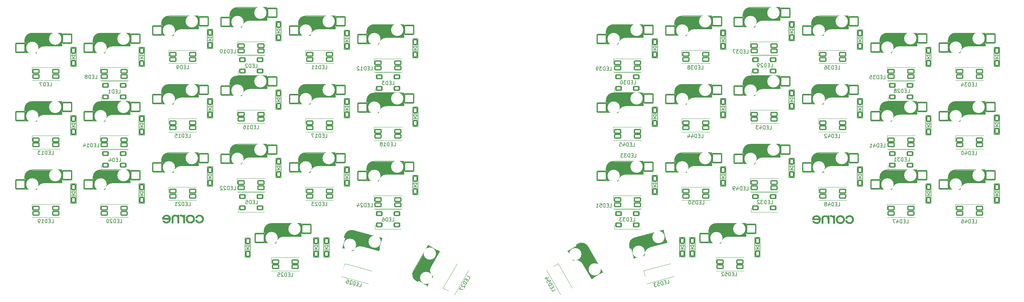
<source format=gbo>
G04 #@! TF.GenerationSoftware,KiCad,Pcbnew,7.0.7-7.0.7~ubuntu22.04.1*
G04 #@! TF.CreationDate,2023-09-02T12:43:52+02:00*
G04 #@! TF.ProjectId,corne-cherry,636f726e-652d-4636-9865-7272792e6b69,3.0.1*
G04 #@! TF.SameCoordinates,Original*
G04 #@! TF.FileFunction,Legend,Bot*
G04 #@! TF.FilePolarity,Positive*
%FSLAX46Y46*%
G04 Gerber Fmt 4.6, Leading zero omitted, Abs format (unit mm)*
G04 Created by KiCad (PCBNEW 7.0.7-7.0.7~ubuntu22.04.1) date 2023-09-02 12:43:52*
%MOMM*%
%LPD*%
G01*
G04 APERTURE LIST*
G04 Aperture macros list*
%AMRoundRect*
0 Rectangle with rounded corners*
0 $1 Rounding radius*
0 $2 $3 $4 $5 $6 $7 $8 $9 X,Y pos of 4 corners*
0 Add a 4 corners polygon primitive as box body*
4,1,4,$2,$3,$4,$5,$6,$7,$8,$9,$2,$3,0*
0 Add four circle primitives for the rounded corners*
1,1,$1+$1,$2,$3*
1,1,$1+$1,$4,$5*
1,1,$1+$1,$6,$7*
1,1,$1+$1,$8,$9*
0 Add four rect primitives between the rounded corners*
20,1,$1+$1,$2,$3,$4,$5,0*
20,1,$1+$1,$4,$5,$6,$7,0*
20,1,$1+$1,$6,$7,$8,$9,0*
20,1,$1+$1,$8,$9,$2,$3,0*%
G04 Aperture macros list end*
%ADD10C,0.150000*%
%ADD11C,0.300000*%
%ADD12C,3.500000*%
%ADD13C,1.000000*%
%ADD14C,0.800000*%
%ADD15C,3.000000*%
%ADD16C,0.500000*%
%ADD17C,0.400000*%
%ADD18C,0.120000*%
%ADD19C,0.010000*%
%ADD20C,1.600000*%
%ADD21O,2.900000X2.100000*%
%ADD22O,1.797000X2.178000*%
%ADD23C,2.400000*%
%ADD24C,3.400000*%
%ADD25C,4.500000*%
%ADD26C,2.300000*%
%ADD27RoundRect,0.200000X1.275000X1.250000X-1.275000X1.250000X-1.275000X-1.250000X1.275000X-1.250000X0*%
%ADD28RoundRect,0.200000X1.555079X0.877413X-0.908032X1.537402X-1.555079X-0.877413X0.908032X-1.537402X0*%
%ADD29RoundRect,0.200000X-0.445032X1.729182X-1.720032X-0.479182X0.445032X-1.729182X1.720032X0.479182X0*%
%ADD30RoundRect,0.200000X1.720032X-0.479182X0.445032X1.729182X-1.720032X0.479182X-0.445032X-1.729182X0*%
%ADD31RoundRect,0.200000X0.908032X1.537402X-1.555079X0.877413X-0.908032X-1.537402X1.555079X-0.877413X0*%
%ADD32C,4.700000*%
%ADD33C,2.600000*%
%ADD34C,1.924000*%
%ADD35C,0.700000*%
%ADD36RoundRect,0.200000X0.500000X-0.700000X0.500000X0.700000X-0.500000X0.700000X-0.500000X-0.700000X0*%
%ADD37RoundRect,0.200000X-0.850000X-0.500000X0.850000X-0.500000X0.850000X0.500000X-0.850000X0.500000X0*%
%ADD38RoundRect,0.200000X0.008013X-0.986122X0.858013X0.486122X-0.008013X0.986122X-0.858013X-0.486122X0*%
%ADD39RoundRect,0.200000X0.750000X0.500000X-0.750000X0.500000X-0.750000X-0.500000X0.750000X-0.500000X0*%
%ADD40RoundRect,0.200000X-0.691627X-0.702959X0.950446X-0.262967X0.691627X0.702959X-0.950446X0.262967X0*%
%ADD41RoundRect,0.200000X-0.950446X-0.262967X0.691627X-0.702959X0.950446X0.262967X-0.691627X0.702959X0*%
%ADD42RoundRect,0.200000X-0.858013X0.486122X-0.008013X-0.986122X0.858013X-0.486122X0.008013X0.986122X0*%
G04 APERTURE END LIST*
D10*
X21196547Y-43892319D02*
X21672737Y-43892319D01*
X21672737Y-43892319D02*
X21672737Y-42892319D01*
X20863213Y-43368509D02*
X20529880Y-43368509D01*
X20387023Y-43892319D02*
X20863213Y-43892319D01*
X20863213Y-43892319D02*
X20863213Y-42892319D01*
X20863213Y-42892319D02*
X20387023Y-42892319D01*
X19958451Y-43892319D02*
X19958451Y-42892319D01*
X19958451Y-42892319D02*
X19720356Y-42892319D01*
X19720356Y-42892319D02*
X19577499Y-42939938D01*
X19577499Y-42939938D02*
X19482261Y-43035176D01*
X19482261Y-43035176D02*
X19434642Y-43130414D01*
X19434642Y-43130414D02*
X19387023Y-43320890D01*
X19387023Y-43320890D02*
X19387023Y-43463747D01*
X19387023Y-43463747D02*
X19434642Y-43654223D01*
X19434642Y-43654223D02*
X19482261Y-43749461D01*
X19482261Y-43749461D02*
X19577499Y-43844700D01*
X19577499Y-43844700D02*
X19720356Y-43892319D01*
X19720356Y-43892319D02*
X19958451Y-43892319D01*
X19053689Y-42892319D02*
X18387023Y-42892319D01*
X18387023Y-42892319D02*
X18815594Y-43892319D01*
X33766547Y-41822319D02*
X34242737Y-41822319D01*
X34242737Y-41822319D02*
X34242737Y-40822319D01*
X33433213Y-41298509D02*
X33099880Y-41298509D01*
X32957023Y-41822319D02*
X33433213Y-41822319D01*
X33433213Y-41822319D02*
X33433213Y-40822319D01*
X33433213Y-40822319D02*
X32957023Y-40822319D01*
X32528451Y-41822319D02*
X32528451Y-40822319D01*
X32528451Y-40822319D02*
X32290356Y-40822319D01*
X32290356Y-40822319D02*
X32147499Y-40869938D01*
X32147499Y-40869938D02*
X32052261Y-40965176D01*
X32052261Y-40965176D02*
X32004642Y-41060414D01*
X32004642Y-41060414D02*
X31957023Y-41250890D01*
X31957023Y-41250890D02*
X31957023Y-41393747D01*
X31957023Y-41393747D02*
X32004642Y-41584223D01*
X32004642Y-41584223D02*
X32052261Y-41679461D01*
X32052261Y-41679461D02*
X32147499Y-41774700D01*
X32147499Y-41774700D02*
X32290356Y-41822319D01*
X32290356Y-41822319D02*
X32528451Y-41822319D01*
X31385594Y-41250890D02*
X31480832Y-41203271D01*
X31480832Y-41203271D02*
X31528451Y-41155652D01*
X31528451Y-41155652D02*
X31576070Y-41060414D01*
X31576070Y-41060414D02*
X31576070Y-41012795D01*
X31576070Y-41012795D02*
X31528451Y-40917557D01*
X31528451Y-40917557D02*
X31480832Y-40869938D01*
X31480832Y-40869938D02*
X31385594Y-40822319D01*
X31385594Y-40822319D02*
X31195118Y-40822319D01*
X31195118Y-40822319D02*
X31099880Y-40869938D01*
X31099880Y-40869938D02*
X31052261Y-40917557D01*
X31052261Y-40917557D02*
X31004642Y-41012795D01*
X31004642Y-41012795D02*
X31004642Y-41060414D01*
X31004642Y-41060414D02*
X31052261Y-41155652D01*
X31052261Y-41155652D02*
X31099880Y-41203271D01*
X31099880Y-41203271D02*
X31195118Y-41250890D01*
X31195118Y-41250890D02*
X31385594Y-41250890D01*
X31385594Y-41250890D02*
X31480832Y-41298509D01*
X31480832Y-41298509D02*
X31528451Y-41346128D01*
X31528451Y-41346128D02*
X31576070Y-41441366D01*
X31576070Y-41441366D02*
X31576070Y-41631842D01*
X31576070Y-41631842D02*
X31528451Y-41727080D01*
X31528451Y-41727080D02*
X31480832Y-41774700D01*
X31480832Y-41774700D02*
X31385594Y-41822319D01*
X31385594Y-41822319D02*
X31195118Y-41822319D01*
X31195118Y-41822319D02*
X31099880Y-41774700D01*
X31099880Y-41774700D02*
X31052261Y-41727080D01*
X31052261Y-41727080D02*
X31004642Y-41631842D01*
X31004642Y-41631842D02*
X31004642Y-41441366D01*
X31004642Y-41441366D02*
X31052261Y-41346128D01*
X31052261Y-41346128D02*
X31099880Y-41298509D01*
X31099880Y-41298509D02*
X31195118Y-41250890D01*
X59196547Y-39142319D02*
X59672737Y-39142319D01*
X59672737Y-39142319D02*
X59672737Y-38142319D01*
X58863213Y-38618509D02*
X58529880Y-38618509D01*
X58387023Y-39142319D02*
X58863213Y-39142319D01*
X58863213Y-39142319D02*
X58863213Y-38142319D01*
X58863213Y-38142319D02*
X58387023Y-38142319D01*
X57958451Y-39142319D02*
X57958451Y-38142319D01*
X57958451Y-38142319D02*
X57720356Y-38142319D01*
X57720356Y-38142319D02*
X57577499Y-38189938D01*
X57577499Y-38189938D02*
X57482261Y-38285176D01*
X57482261Y-38285176D02*
X57434642Y-38380414D01*
X57434642Y-38380414D02*
X57387023Y-38570890D01*
X57387023Y-38570890D02*
X57387023Y-38713747D01*
X57387023Y-38713747D02*
X57434642Y-38904223D01*
X57434642Y-38904223D02*
X57482261Y-38999461D01*
X57482261Y-38999461D02*
X57577499Y-39094700D01*
X57577499Y-39094700D02*
X57720356Y-39142319D01*
X57720356Y-39142319D02*
X57958451Y-39142319D01*
X56910832Y-39142319D02*
X56720356Y-39142319D01*
X56720356Y-39142319D02*
X56625118Y-39094700D01*
X56625118Y-39094700D02*
X56577499Y-39047080D01*
X56577499Y-39047080D02*
X56482261Y-38904223D01*
X56482261Y-38904223D02*
X56434642Y-38713747D01*
X56434642Y-38713747D02*
X56434642Y-38332795D01*
X56434642Y-38332795D02*
X56482261Y-38237557D01*
X56482261Y-38237557D02*
X56529880Y-38189938D01*
X56529880Y-38189938D02*
X56625118Y-38142319D01*
X56625118Y-38142319D02*
X56815594Y-38142319D01*
X56815594Y-38142319D02*
X56910832Y-38189938D01*
X56910832Y-38189938D02*
X56958451Y-38237557D01*
X56958451Y-38237557D02*
X57006070Y-38332795D01*
X57006070Y-38332795D02*
X57006070Y-38570890D01*
X57006070Y-38570890D02*
X56958451Y-38666128D01*
X56958451Y-38666128D02*
X56910832Y-38713747D01*
X56910832Y-38713747D02*
X56815594Y-38761366D01*
X56815594Y-38761366D02*
X56625118Y-38761366D01*
X56625118Y-38761366D02*
X56529880Y-38713747D01*
X56529880Y-38713747D02*
X56482261Y-38666128D01*
X56482261Y-38666128D02*
X56434642Y-38570890D01*
X72242738Y-34697319D02*
X72718928Y-34697319D01*
X72718928Y-34697319D02*
X72718928Y-33697319D01*
X71909404Y-34173509D02*
X71576071Y-34173509D01*
X71433214Y-34697319D02*
X71909404Y-34697319D01*
X71909404Y-34697319D02*
X71909404Y-33697319D01*
X71909404Y-33697319D02*
X71433214Y-33697319D01*
X71004642Y-34697319D02*
X71004642Y-33697319D01*
X71004642Y-33697319D02*
X70766547Y-33697319D01*
X70766547Y-33697319D02*
X70623690Y-33744938D01*
X70623690Y-33744938D02*
X70528452Y-33840176D01*
X70528452Y-33840176D02*
X70480833Y-33935414D01*
X70480833Y-33935414D02*
X70433214Y-34125890D01*
X70433214Y-34125890D02*
X70433214Y-34268747D01*
X70433214Y-34268747D02*
X70480833Y-34459223D01*
X70480833Y-34459223D02*
X70528452Y-34554461D01*
X70528452Y-34554461D02*
X70623690Y-34649700D01*
X70623690Y-34649700D02*
X70766547Y-34697319D01*
X70766547Y-34697319D02*
X71004642Y-34697319D01*
X69480833Y-34697319D02*
X70052261Y-34697319D01*
X69766547Y-34697319D02*
X69766547Y-33697319D01*
X69766547Y-33697319D02*
X69861785Y-33840176D01*
X69861785Y-33840176D02*
X69957023Y-33935414D01*
X69957023Y-33935414D02*
X70052261Y-33983033D01*
X68861785Y-33697319D02*
X68766547Y-33697319D01*
X68766547Y-33697319D02*
X68671309Y-33744938D01*
X68671309Y-33744938D02*
X68623690Y-33792557D01*
X68623690Y-33792557D02*
X68576071Y-33887795D01*
X68576071Y-33887795D02*
X68528452Y-34078271D01*
X68528452Y-34078271D02*
X68528452Y-34316366D01*
X68528452Y-34316366D02*
X68576071Y-34506842D01*
X68576071Y-34506842D02*
X68623690Y-34602080D01*
X68623690Y-34602080D02*
X68671309Y-34649700D01*
X68671309Y-34649700D02*
X68766547Y-34697319D01*
X68766547Y-34697319D02*
X68861785Y-34697319D01*
X68861785Y-34697319D02*
X68957023Y-34649700D01*
X68957023Y-34649700D02*
X69004642Y-34602080D01*
X69004642Y-34602080D02*
X69052261Y-34506842D01*
X69052261Y-34506842D02*
X69099880Y-34316366D01*
X69099880Y-34316366D02*
X69099880Y-34078271D01*
X69099880Y-34078271D02*
X69052261Y-33887795D01*
X69052261Y-33887795D02*
X69004642Y-33792557D01*
X69004642Y-33792557D02*
X68957023Y-33744938D01*
X68957023Y-33744938D02*
X68861785Y-33697319D01*
X97672738Y-39142319D02*
X98148928Y-39142319D01*
X98148928Y-39142319D02*
X98148928Y-38142319D01*
X97339404Y-38618509D02*
X97006071Y-38618509D01*
X96863214Y-39142319D02*
X97339404Y-39142319D01*
X97339404Y-39142319D02*
X97339404Y-38142319D01*
X97339404Y-38142319D02*
X96863214Y-38142319D01*
X96434642Y-39142319D02*
X96434642Y-38142319D01*
X96434642Y-38142319D02*
X96196547Y-38142319D01*
X96196547Y-38142319D02*
X96053690Y-38189938D01*
X96053690Y-38189938D02*
X95958452Y-38285176D01*
X95958452Y-38285176D02*
X95910833Y-38380414D01*
X95910833Y-38380414D02*
X95863214Y-38570890D01*
X95863214Y-38570890D02*
X95863214Y-38713747D01*
X95863214Y-38713747D02*
X95910833Y-38904223D01*
X95910833Y-38904223D02*
X95958452Y-38999461D01*
X95958452Y-38999461D02*
X96053690Y-39094700D01*
X96053690Y-39094700D02*
X96196547Y-39142319D01*
X96196547Y-39142319D02*
X96434642Y-39142319D01*
X94910833Y-39142319D02*
X95482261Y-39142319D01*
X95196547Y-39142319D02*
X95196547Y-38142319D01*
X95196547Y-38142319D02*
X95291785Y-38285176D01*
X95291785Y-38285176D02*
X95387023Y-38380414D01*
X95387023Y-38380414D02*
X95482261Y-38428033D01*
X93958452Y-39142319D02*
X94529880Y-39142319D01*
X94244166Y-39142319D02*
X94244166Y-38142319D01*
X94244166Y-38142319D02*
X94339404Y-38285176D01*
X94339404Y-38285176D02*
X94434642Y-38380414D01*
X94434642Y-38380414D02*
X94529880Y-38428033D01*
X110242738Y-39447319D02*
X110718928Y-39447319D01*
X110718928Y-39447319D02*
X110718928Y-38447319D01*
X109909404Y-38923509D02*
X109576071Y-38923509D01*
X109433214Y-39447319D02*
X109909404Y-39447319D01*
X109909404Y-39447319D02*
X109909404Y-38447319D01*
X109909404Y-38447319D02*
X109433214Y-38447319D01*
X109004642Y-39447319D02*
X109004642Y-38447319D01*
X109004642Y-38447319D02*
X108766547Y-38447319D01*
X108766547Y-38447319D02*
X108623690Y-38494938D01*
X108623690Y-38494938D02*
X108528452Y-38590176D01*
X108528452Y-38590176D02*
X108480833Y-38685414D01*
X108480833Y-38685414D02*
X108433214Y-38875890D01*
X108433214Y-38875890D02*
X108433214Y-39018747D01*
X108433214Y-39018747D02*
X108480833Y-39209223D01*
X108480833Y-39209223D02*
X108528452Y-39304461D01*
X108528452Y-39304461D02*
X108623690Y-39399700D01*
X108623690Y-39399700D02*
X108766547Y-39447319D01*
X108766547Y-39447319D02*
X109004642Y-39447319D01*
X107480833Y-39447319D02*
X108052261Y-39447319D01*
X107766547Y-39447319D02*
X107766547Y-38447319D01*
X107766547Y-38447319D02*
X107861785Y-38590176D01*
X107861785Y-38590176D02*
X107957023Y-38685414D01*
X107957023Y-38685414D02*
X108052261Y-38733033D01*
X107099880Y-38542557D02*
X107052261Y-38494938D01*
X107052261Y-38494938D02*
X106957023Y-38447319D01*
X106957023Y-38447319D02*
X106718928Y-38447319D01*
X106718928Y-38447319D02*
X106623690Y-38494938D01*
X106623690Y-38494938D02*
X106576071Y-38542557D01*
X106576071Y-38542557D02*
X106528452Y-38637795D01*
X106528452Y-38637795D02*
X106528452Y-38733033D01*
X106528452Y-38733033D02*
X106576071Y-38875890D01*
X106576071Y-38875890D02*
X107147499Y-39447319D01*
X107147499Y-39447319D02*
X106528452Y-39447319D01*
X21672738Y-62892319D02*
X22148928Y-62892319D01*
X22148928Y-62892319D02*
X22148928Y-61892319D01*
X21339404Y-62368509D02*
X21006071Y-62368509D01*
X20863214Y-62892319D02*
X21339404Y-62892319D01*
X21339404Y-62892319D02*
X21339404Y-61892319D01*
X21339404Y-61892319D02*
X20863214Y-61892319D01*
X20434642Y-62892319D02*
X20434642Y-61892319D01*
X20434642Y-61892319D02*
X20196547Y-61892319D01*
X20196547Y-61892319D02*
X20053690Y-61939938D01*
X20053690Y-61939938D02*
X19958452Y-62035176D01*
X19958452Y-62035176D02*
X19910833Y-62130414D01*
X19910833Y-62130414D02*
X19863214Y-62320890D01*
X19863214Y-62320890D02*
X19863214Y-62463747D01*
X19863214Y-62463747D02*
X19910833Y-62654223D01*
X19910833Y-62654223D02*
X19958452Y-62749461D01*
X19958452Y-62749461D02*
X20053690Y-62844700D01*
X20053690Y-62844700D02*
X20196547Y-62892319D01*
X20196547Y-62892319D02*
X20434642Y-62892319D01*
X18910833Y-62892319D02*
X19482261Y-62892319D01*
X19196547Y-62892319D02*
X19196547Y-61892319D01*
X19196547Y-61892319D02*
X19291785Y-62035176D01*
X19291785Y-62035176D02*
X19387023Y-62130414D01*
X19387023Y-62130414D02*
X19482261Y-62178033D01*
X18577499Y-61892319D02*
X17958452Y-61892319D01*
X17958452Y-61892319D02*
X18291785Y-62273271D01*
X18291785Y-62273271D02*
X18148928Y-62273271D01*
X18148928Y-62273271D02*
X18053690Y-62320890D01*
X18053690Y-62320890D02*
X18006071Y-62368509D01*
X18006071Y-62368509D02*
X17958452Y-62463747D01*
X17958452Y-62463747D02*
X17958452Y-62701842D01*
X17958452Y-62701842D02*
X18006071Y-62797080D01*
X18006071Y-62797080D02*
X18053690Y-62844700D01*
X18053690Y-62844700D02*
X18148928Y-62892319D01*
X18148928Y-62892319D02*
X18434642Y-62892319D01*
X18434642Y-62892319D02*
X18529880Y-62844700D01*
X18529880Y-62844700D02*
X18577499Y-62797080D01*
X34242738Y-60822319D02*
X34718928Y-60822319D01*
X34718928Y-60822319D02*
X34718928Y-59822319D01*
X33909404Y-60298509D02*
X33576071Y-60298509D01*
X33433214Y-60822319D02*
X33909404Y-60822319D01*
X33909404Y-60822319D02*
X33909404Y-59822319D01*
X33909404Y-59822319D02*
X33433214Y-59822319D01*
X33004642Y-60822319D02*
X33004642Y-59822319D01*
X33004642Y-59822319D02*
X32766547Y-59822319D01*
X32766547Y-59822319D02*
X32623690Y-59869938D01*
X32623690Y-59869938D02*
X32528452Y-59965176D01*
X32528452Y-59965176D02*
X32480833Y-60060414D01*
X32480833Y-60060414D02*
X32433214Y-60250890D01*
X32433214Y-60250890D02*
X32433214Y-60393747D01*
X32433214Y-60393747D02*
X32480833Y-60584223D01*
X32480833Y-60584223D02*
X32528452Y-60679461D01*
X32528452Y-60679461D02*
X32623690Y-60774700D01*
X32623690Y-60774700D02*
X32766547Y-60822319D01*
X32766547Y-60822319D02*
X33004642Y-60822319D01*
X31480833Y-60822319D02*
X32052261Y-60822319D01*
X31766547Y-60822319D02*
X31766547Y-59822319D01*
X31766547Y-59822319D02*
X31861785Y-59965176D01*
X31861785Y-59965176D02*
X31957023Y-60060414D01*
X31957023Y-60060414D02*
X32052261Y-60108033D01*
X30623690Y-60155652D02*
X30623690Y-60822319D01*
X30861785Y-59774700D02*
X31099880Y-60488985D01*
X31099880Y-60488985D02*
X30480833Y-60488985D01*
X59672738Y-58142319D02*
X60148928Y-58142319D01*
X60148928Y-58142319D02*
X60148928Y-57142319D01*
X59339404Y-57618509D02*
X59006071Y-57618509D01*
X58863214Y-58142319D02*
X59339404Y-58142319D01*
X59339404Y-58142319D02*
X59339404Y-57142319D01*
X59339404Y-57142319D02*
X58863214Y-57142319D01*
X58434642Y-58142319D02*
X58434642Y-57142319D01*
X58434642Y-57142319D02*
X58196547Y-57142319D01*
X58196547Y-57142319D02*
X58053690Y-57189938D01*
X58053690Y-57189938D02*
X57958452Y-57285176D01*
X57958452Y-57285176D02*
X57910833Y-57380414D01*
X57910833Y-57380414D02*
X57863214Y-57570890D01*
X57863214Y-57570890D02*
X57863214Y-57713747D01*
X57863214Y-57713747D02*
X57910833Y-57904223D01*
X57910833Y-57904223D02*
X57958452Y-57999461D01*
X57958452Y-57999461D02*
X58053690Y-58094700D01*
X58053690Y-58094700D02*
X58196547Y-58142319D01*
X58196547Y-58142319D02*
X58434642Y-58142319D01*
X56910833Y-58142319D02*
X57482261Y-58142319D01*
X57196547Y-58142319D02*
X57196547Y-57142319D01*
X57196547Y-57142319D02*
X57291785Y-57285176D01*
X57291785Y-57285176D02*
X57387023Y-57380414D01*
X57387023Y-57380414D02*
X57482261Y-57428033D01*
X56006071Y-57142319D02*
X56482261Y-57142319D01*
X56482261Y-57142319D02*
X56529880Y-57618509D01*
X56529880Y-57618509D02*
X56482261Y-57570890D01*
X56482261Y-57570890D02*
X56387023Y-57523271D01*
X56387023Y-57523271D02*
X56148928Y-57523271D01*
X56148928Y-57523271D02*
X56053690Y-57570890D01*
X56053690Y-57570890D02*
X56006071Y-57618509D01*
X56006071Y-57618509D02*
X55958452Y-57713747D01*
X55958452Y-57713747D02*
X55958452Y-57951842D01*
X55958452Y-57951842D02*
X56006071Y-58047080D01*
X56006071Y-58047080D02*
X56053690Y-58094700D01*
X56053690Y-58094700D02*
X56148928Y-58142319D01*
X56148928Y-58142319D02*
X56387023Y-58142319D01*
X56387023Y-58142319D02*
X56482261Y-58094700D01*
X56482261Y-58094700D02*
X56529880Y-58047080D01*
X78672738Y-55767319D02*
X79148928Y-55767319D01*
X79148928Y-55767319D02*
X79148928Y-54767319D01*
X78339404Y-55243509D02*
X78006071Y-55243509D01*
X77863214Y-55767319D02*
X78339404Y-55767319D01*
X78339404Y-55767319D02*
X78339404Y-54767319D01*
X78339404Y-54767319D02*
X77863214Y-54767319D01*
X77434642Y-55767319D02*
X77434642Y-54767319D01*
X77434642Y-54767319D02*
X77196547Y-54767319D01*
X77196547Y-54767319D02*
X77053690Y-54814938D01*
X77053690Y-54814938D02*
X76958452Y-54910176D01*
X76958452Y-54910176D02*
X76910833Y-55005414D01*
X76910833Y-55005414D02*
X76863214Y-55195890D01*
X76863214Y-55195890D02*
X76863214Y-55338747D01*
X76863214Y-55338747D02*
X76910833Y-55529223D01*
X76910833Y-55529223D02*
X76958452Y-55624461D01*
X76958452Y-55624461D02*
X77053690Y-55719700D01*
X77053690Y-55719700D02*
X77196547Y-55767319D01*
X77196547Y-55767319D02*
X77434642Y-55767319D01*
X75910833Y-55767319D02*
X76482261Y-55767319D01*
X76196547Y-55767319D02*
X76196547Y-54767319D01*
X76196547Y-54767319D02*
X76291785Y-54910176D01*
X76291785Y-54910176D02*
X76387023Y-55005414D01*
X76387023Y-55005414D02*
X76482261Y-55053033D01*
X75053690Y-54767319D02*
X75244166Y-54767319D01*
X75244166Y-54767319D02*
X75339404Y-54814938D01*
X75339404Y-54814938D02*
X75387023Y-54862557D01*
X75387023Y-54862557D02*
X75482261Y-55005414D01*
X75482261Y-55005414D02*
X75529880Y-55195890D01*
X75529880Y-55195890D02*
X75529880Y-55576842D01*
X75529880Y-55576842D02*
X75482261Y-55672080D01*
X75482261Y-55672080D02*
X75434642Y-55719700D01*
X75434642Y-55719700D02*
X75339404Y-55767319D01*
X75339404Y-55767319D02*
X75148928Y-55767319D01*
X75148928Y-55767319D02*
X75053690Y-55719700D01*
X75053690Y-55719700D02*
X75006071Y-55672080D01*
X75006071Y-55672080D02*
X74958452Y-55576842D01*
X74958452Y-55576842D02*
X74958452Y-55338747D01*
X74958452Y-55338747D02*
X75006071Y-55243509D01*
X75006071Y-55243509D02*
X75053690Y-55195890D01*
X75053690Y-55195890D02*
X75148928Y-55148271D01*
X75148928Y-55148271D02*
X75339404Y-55148271D01*
X75339404Y-55148271D02*
X75434642Y-55195890D01*
X75434642Y-55195890D02*
X75482261Y-55243509D01*
X75482261Y-55243509D02*
X75529880Y-55338747D01*
X97672738Y-58142319D02*
X98148928Y-58142319D01*
X98148928Y-58142319D02*
X98148928Y-57142319D01*
X97339404Y-57618509D02*
X97006071Y-57618509D01*
X96863214Y-58142319D02*
X97339404Y-58142319D01*
X97339404Y-58142319D02*
X97339404Y-57142319D01*
X97339404Y-57142319D02*
X96863214Y-57142319D01*
X96434642Y-58142319D02*
X96434642Y-57142319D01*
X96434642Y-57142319D02*
X96196547Y-57142319D01*
X96196547Y-57142319D02*
X96053690Y-57189938D01*
X96053690Y-57189938D02*
X95958452Y-57285176D01*
X95958452Y-57285176D02*
X95910833Y-57380414D01*
X95910833Y-57380414D02*
X95863214Y-57570890D01*
X95863214Y-57570890D02*
X95863214Y-57713747D01*
X95863214Y-57713747D02*
X95910833Y-57904223D01*
X95910833Y-57904223D02*
X95958452Y-57999461D01*
X95958452Y-57999461D02*
X96053690Y-58094700D01*
X96053690Y-58094700D02*
X96196547Y-58142319D01*
X96196547Y-58142319D02*
X96434642Y-58142319D01*
X94910833Y-58142319D02*
X95482261Y-58142319D01*
X95196547Y-58142319D02*
X95196547Y-57142319D01*
X95196547Y-57142319D02*
X95291785Y-57285176D01*
X95291785Y-57285176D02*
X95387023Y-57380414D01*
X95387023Y-57380414D02*
X95482261Y-57428033D01*
X94577499Y-57142319D02*
X93910833Y-57142319D01*
X93910833Y-57142319D02*
X94339404Y-58142319D01*
X116672738Y-60517319D02*
X117148928Y-60517319D01*
X117148928Y-60517319D02*
X117148928Y-59517319D01*
X116339404Y-59993509D02*
X116006071Y-59993509D01*
X115863214Y-60517319D02*
X116339404Y-60517319D01*
X116339404Y-60517319D02*
X116339404Y-59517319D01*
X116339404Y-59517319D02*
X115863214Y-59517319D01*
X115434642Y-60517319D02*
X115434642Y-59517319D01*
X115434642Y-59517319D02*
X115196547Y-59517319D01*
X115196547Y-59517319D02*
X115053690Y-59564938D01*
X115053690Y-59564938D02*
X114958452Y-59660176D01*
X114958452Y-59660176D02*
X114910833Y-59755414D01*
X114910833Y-59755414D02*
X114863214Y-59945890D01*
X114863214Y-59945890D02*
X114863214Y-60088747D01*
X114863214Y-60088747D02*
X114910833Y-60279223D01*
X114910833Y-60279223D02*
X114958452Y-60374461D01*
X114958452Y-60374461D02*
X115053690Y-60469700D01*
X115053690Y-60469700D02*
X115196547Y-60517319D01*
X115196547Y-60517319D02*
X115434642Y-60517319D01*
X113910833Y-60517319D02*
X114482261Y-60517319D01*
X114196547Y-60517319D02*
X114196547Y-59517319D01*
X114196547Y-59517319D02*
X114291785Y-59660176D01*
X114291785Y-59660176D02*
X114387023Y-59755414D01*
X114387023Y-59755414D02*
X114482261Y-59803033D01*
X113339404Y-59945890D02*
X113434642Y-59898271D01*
X113434642Y-59898271D02*
X113482261Y-59850652D01*
X113482261Y-59850652D02*
X113529880Y-59755414D01*
X113529880Y-59755414D02*
X113529880Y-59707795D01*
X113529880Y-59707795D02*
X113482261Y-59612557D01*
X113482261Y-59612557D02*
X113434642Y-59564938D01*
X113434642Y-59564938D02*
X113339404Y-59517319D01*
X113339404Y-59517319D02*
X113148928Y-59517319D01*
X113148928Y-59517319D02*
X113053690Y-59564938D01*
X113053690Y-59564938D02*
X113006071Y-59612557D01*
X113006071Y-59612557D02*
X112958452Y-59707795D01*
X112958452Y-59707795D02*
X112958452Y-59755414D01*
X112958452Y-59755414D02*
X113006071Y-59850652D01*
X113006071Y-59850652D02*
X113053690Y-59898271D01*
X113053690Y-59898271D02*
X113148928Y-59945890D01*
X113148928Y-59945890D02*
X113339404Y-59945890D01*
X113339404Y-59945890D02*
X113434642Y-59993509D01*
X113434642Y-59993509D02*
X113482261Y-60041128D01*
X113482261Y-60041128D02*
X113529880Y-60136366D01*
X113529880Y-60136366D02*
X113529880Y-60326842D01*
X113529880Y-60326842D02*
X113482261Y-60422080D01*
X113482261Y-60422080D02*
X113434642Y-60469700D01*
X113434642Y-60469700D02*
X113339404Y-60517319D01*
X113339404Y-60517319D02*
X113148928Y-60517319D01*
X113148928Y-60517319D02*
X113053690Y-60469700D01*
X113053690Y-60469700D02*
X113006071Y-60422080D01*
X113006071Y-60422080D02*
X112958452Y-60326842D01*
X112958452Y-60326842D02*
X112958452Y-60136366D01*
X112958452Y-60136366D02*
X113006071Y-60041128D01*
X113006071Y-60041128D02*
X113053690Y-59993509D01*
X113053690Y-59993509D02*
X113148928Y-59945890D01*
X21672738Y-81892319D02*
X22148928Y-81892319D01*
X22148928Y-81892319D02*
X22148928Y-80892319D01*
X21339404Y-81368509D02*
X21006071Y-81368509D01*
X20863214Y-81892319D02*
X21339404Y-81892319D01*
X21339404Y-81892319D02*
X21339404Y-80892319D01*
X21339404Y-80892319D02*
X20863214Y-80892319D01*
X20434642Y-81892319D02*
X20434642Y-80892319D01*
X20434642Y-80892319D02*
X20196547Y-80892319D01*
X20196547Y-80892319D02*
X20053690Y-80939938D01*
X20053690Y-80939938D02*
X19958452Y-81035176D01*
X19958452Y-81035176D02*
X19910833Y-81130414D01*
X19910833Y-81130414D02*
X19863214Y-81320890D01*
X19863214Y-81320890D02*
X19863214Y-81463747D01*
X19863214Y-81463747D02*
X19910833Y-81654223D01*
X19910833Y-81654223D02*
X19958452Y-81749461D01*
X19958452Y-81749461D02*
X20053690Y-81844700D01*
X20053690Y-81844700D02*
X20196547Y-81892319D01*
X20196547Y-81892319D02*
X20434642Y-81892319D01*
X18910833Y-81892319D02*
X19482261Y-81892319D01*
X19196547Y-81892319D02*
X19196547Y-80892319D01*
X19196547Y-80892319D02*
X19291785Y-81035176D01*
X19291785Y-81035176D02*
X19387023Y-81130414D01*
X19387023Y-81130414D02*
X19482261Y-81178033D01*
X18434642Y-81892319D02*
X18244166Y-81892319D01*
X18244166Y-81892319D02*
X18148928Y-81844700D01*
X18148928Y-81844700D02*
X18101309Y-81797080D01*
X18101309Y-81797080D02*
X18006071Y-81654223D01*
X18006071Y-81654223D02*
X17958452Y-81463747D01*
X17958452Y-81463747D02*
X17958452Y-81082795D01*
X17958452Y-81082795D02*
X18006071Y-80987557D01*
X18006071Y-80987557D02*
X18053690Y-80939938D01*
X18053690Y-80939938D02*
X18148928Y-80892319D01*
X18148928Y-80892319D02*
X18339404Y-80892319D01*
X18339404Y-80892319D02*
X18434642Y-80939938D01*
X18434642Y-80939938D02*
X18482261Y-80987557D01*
X18482261Y-80987557D02*
X18529880Y-81082795D01*
X18529880Y-81082795D02*
X18529880Y-81320890D01*
X18529880Y-81320890D02*
X18482261Y-81416128D01*
X18482261Y-81416128D02*
X18434642Y-81463747D01*
X18434642Y-81463747D02*
X18339404Y-81511366D01*
X18339404Y-81511366D02*
X18148928Y-81511366D01*
X18148928Y-81511366D02*
X18053690Y-81463747D01*
X18053690Y-81463747D02*
X18006071Y-81416128D01*
X18006071Y-81416128D02*
X17958452Y-81320890D01*
X40672738Y-81892319D02*
X41148928Y-81892319D01*
X41148928Y-81892319D02*
X41148928Y-80892319D01*
X40339404Y-81368509D02*
X40006071Y-81368509D01*
X39863214Y-81892319D02*
X40339404Y-81892319D01*
X40339404Y-81892319D02*
X40339404Y-80892319D01*
X40339404Y-80892319D02*
X39863214Y-80892319D01*
X39434642Y-81892319D02*
X39434642Y-80892319D01*
X39434642Y-80892319D02*
X39196547Y-80892319D01*
X39196547Y-80892319D02*
X39053690Y-80939938D01*
X39053690Y-80939938D02*
X38958452Y-81035176D01*
X38958452Y-81035176D02*
X38910833Y-81130414D01*
X38910833Y-81130414D02*
X38863214Y-81320890D01*
X38863214Y-81320890D02*
X38863214Y-81463747D01*
X38863214Y-81463747D02*
X38910833Y-81654223D01*
X38910833Y-81654223D02*
X38958452Y-81749461D01*
X38958452Y-81749461D02*
X39053690Y-81844700D01*
X39053690Y-81844700D02*
X39196547Y-81892319D01*
X39196547Y-81892319D02*
X39434642Y-81892319D01*
X38482261Y-80987557D02*
X38434642Y-80939938D01*
X38434642Y-80939938D02*
X38339404Y-80892319D01*
X38339404Y-80892319D02*
X38101309Y-80892319D01*
X38101309Y-80892319D02*
X38006071Y-80939938D01*
X38006071Y-80939938D02*
X37958452Y-80987557D01*
X37958452Y-80987557D02*
X37910833Y-81082795D01*
X37910833Y-81082795D02*
X37910833Y-81178033D01*
X37910833Y-81178033D02*
X37958452Y-81320890D01*
X37958452Y-81320890D02*
X38529880Y-81892319D01*
X38529880Y-81892319D02*
X37910833Y-81892319D01*
X37291785Y-80892319D02*
X37196547Y-80892319D01*
X37196547Y-80892319D02*
X37101309Y-80939938D01*
X37101309Y-80939938D02*
X37053690Y-80987557D01*
X37053690Y-80987557D02*
X37006071Y-81082795D01*
X37006071Y-81082795D02*
X36958452Y-81273271D01*
X36958452Y-81273271D02*
X36958452Y-81511366D01*
X36958452Y-81511366D02*
X37006071Y-81701842D01*
X37006071Y-81701842D02*
X37053690Y-81797080D01*
X37053690Y-81797080D02*
X37101309Y-81844700D01*
X37101309Y-81844700D02*
X37196547Y-81892319D01*
X37196547Y-81892319D02*
X37291785Y-81892319D01*
X37291785Y-81892319D02*
X37387023Y-81844700D01*
X37387023Y-81844700D02*
X37434642Y-81797080D01*
X37434642Y-81797080D02*
X37482261Y-81701842D01*
X37482261Y-81701842D02*
X37529880Y-81511366D01*
X37529880Y-81511366D02*
X37529880Y-81273271D01*
X37529880Y-81273271D02*
X37482261Y-81082795D01*
X37482261Y-81082795D02*
X37434642Y-80987557D01*
X37434642Y-80987557D02*
X37387023Y-80939938D01*
X37387023Y-80939938D02*
X37291785Y-80892319D01*
X59672738Y-77142319D02*
X60148928Y-77142319D01*
X60148928Y-77142319D02*
X60148928Y-76142319D01*
X59339404Y-76618509D02*
X59006071Y-76618509D01*
X58863214Y-77142319D02*
X59339404Y-77142319D01*
X59339404Y-77142319D02*
X59339404Y-76142319D01*
X59339404Y-76142319D02*
X58863214Y-76142319D01*
X58434642Y-77142319D02*
X58434642Y-76142319D01*
X58434642Y-76142319D02*
X58196547Y-76142319D01*
X58196547Y-76142319D02*
X58053690Y-76189938D01*
X58053690Y-76189938D02*
X57958452Y-76285176D01*
X57958452Y-76285176D02*
X57910833Y-76380414D01*
X57910833Y-76380414D02*
X57863214Y-76570890D01*
X57863214Y-76570890D02*
X57863214Y-76713747D01*
X57863214Y-76713747D02*
X57910833Y-76904223D01*
X57910833Y-76904223D02*
X57958452Y-76999461D01*
X57958452Y-76999461D02*
X58053690Y-77094700D01*
X58053690Y-77094700D02*
X58196547Y-77142319D01*
X58196547Y-77142319D02*
X58434642Y-77142319D01*
X57482261Y-76237557D02*
X57434642Y-76189938D01*
X57434642Y-76189938D02*
X57339404Y-76142319D01*
X57339404Y-76142319D02*
X57101309Y-76142319D01*
X57101309Y-76142319D02*
X57006071Y-76189938D01*
X57006071Y-76189938D02*
X56958452Y-76237557D01*
X56958452Y-76237557D02*
X56910833Y-76332795D01*
X56910833Y-76332795D02*
X56910833Y-76428033D01*
X56910833Y-76428033D02*
X56958452Y-76570890D01*
X56958452Y-76570890D02*
X57529880Y-77142319D01*
X57529880Y-77142319D02*
X56910833Y-77142319D01*
X55958452Y-77142319D02*
X56529880Y-77142319D01*
X56244166Y-77142319D02*
X56244166Y-76142319D01*
X56244166Y-76142319D02*
X56339404Y-76285176D01*
X56339404Y-76285176D02*
X56434642Y-76380414D01*
X56434642Y-76380414D02*
X56529880Y-76428033D01*
X72242738Y-72697319D02*
X72718928Y-72697319D01*
X72718928Y-72697319D02*
X72718928Y-71697319D01*
X71909404Y-72173509D02*
X71576071Y-72173509D01*
X71433214Y-72697319D02*
X71909404Y-72697319D01*
X71909404Y-72697319D02*
X71909404Y-71697319D01*
X71909404Y-71697319D02*
X71433214Y-71697319D01*
X71004642Y-72697319D02*
X71004642Y-71697319D01*
X71004642Y-71697319D02*
X70766547Y-71697319D01*
X70766547Y-71697319D02*
X70623690Y-71744938D01*
X70623690Y-71744938D02*
X70528452Y-71840176D01*
X70528452Y-71840176D02*
X70480833Y-71935414D01*
X70480833Y-71935414D02*
X70433214Y-72125890D01*
X70433214Y-72125890D02*
X70433214Y-72268747D01*
X70433214Y-72268747D02*
X70480833Y-72459223D01*
X70480833Y-72459223D02*
X70528452Y-72554461D01*
X70528452Y-72554461D02*
X70623690Y-72649700D01*
X70623690Y-72649700D02*
X70766547Y-72697319D01*
X70766547Y-72697319D02*
X71004642Y-72697319D01*
X70052261Y-71792557D02*
X70004642Y-71744938D01*
X70004642Y-71744938D02*
X69909404Y-71697319D01*
X69909404Y-71697319D02*
X69671309Y-71697319D01*
X69671309Y-71697319D02*
X69576071Y-71744938D01*
X69576071Y-71744938D02*
X69528452Y-71792557D01*
X69528452Y-71792557D02*
X69480833Y-71887795D01*
X69480833Y-71887795D02*
X69480833Y-71983033D01*
X69480833Y-71983033D02*
X69528452Y-72125890D01*
X69528452Y-72125890D02*
X70099880Y-72697319D01*
X70099880Y-72697319D02*
X69480833Y-72697319D01*
X69099880Y-71792557D02*
X69052261Y-71744938D01*
X69052261Y-71744938D02*
X68957023Y-71697319D01*
X68957023Y-71697319D02*
X68718928Y-71697319D01*
X68718928Y-71697319D02*
X68623690Y-71744938D01*
X68623690Y-71744938D02*
X68576071Y-71792557D01*
X68576071Y-71792557D02*
X68528452Y-71887795D01*
X68528452Y-71887795D02*
X68528452Y-71983033D01*
X68528452Y-71983033D02*
X68576071Y-72125890D01*
X68576071Y-72125890D02*
X69147499Y-72697319D01*
X69147499Y-72697319D02*
X68528452Y-72697319D01*
X110242738Y-77447319D02*
X110718928Y-77447319D01*
X110718928Y-77447319D02*
X110718928Y-76447319D01*
X109909404Y-76923509D02*
X109576071Y-76923509D01*
X109433214Y-77447319D02*
X109909404Y-77447319D01*
X109909404Y-77447319D02*
X109909404Y-76447319D01*
X109909404Y-76447319D02*
X109433214Y-76447319D01*
X109004642Y-77447319D02*
X109004642Y-76447319D01*
X109004642Y-76447319D02*
X108766547Y-76447319D01*
X108766547Y-76447319D02*
X108623690Y-76494938D01*
X108623690Y-76494938D02*
X108528452Y-76590176D01*
X108528452Y-76590176D02*
X108480833Y-76685414D01*
X108480833Y-76685414D02*
X108433214Y-76875890D01*
X108433214Y-76875890D02*
X108433214Y-77018747D01*
X108433214Y-77018747D02*
X108480833Y-77209223D01*
X108480833Y-77209223D02*
X108528452Y-77304461D01*
X108528452Y-77304461D02*
X108623690Y-77399700D01*
X108623690Y-77399700D02*
X108766547Y-77447319D01*
X108766547Y-77447319D02*
X109004642Y-77447319D01*
X108052261Y-76542557D02*
X108004642Y-76494938D01*
X108004642Y-76494938D02*
X107909404Y-76447319D01*
X107909404Y-76447319D02*
X107671309Y-76447319D01*
X107671309Y-76447319D02*
X107576071Y-76494938D01*
X107576071Y-76494938D02*
X107528452Y-76542557D01*
X107528452Y-76542557D02*
X107480833Y-76637795D01*
X107480833Y-76637795D02*
X107480833Y-76733033D01*
X107480833Y-76733033D02*
X107528452Y-76875890D01*
X107528452Y-76875890D02*
X108099880Y-77447319D01*
X108099880Y-77447319D02*
X107480833Y-77447319D01*
X106623690Y-76780652D02*
X106623690Y-77447319D01*
X106861785Y-76399700D02*
X107099880Y-77113985D01*
X107099880Y-77113985D02*
X106480833Y-77113985D01*
X137674003Y-97563392D02*
X137912099Y-97150999D01*
X137912099Y-97150999D02*
X137046073Y-96650999D01*
X137053704Y-97590163D02*
X136887038Y-97878838D01*
X137269241Y-98264460D02*
X137507337Y-97852067D01*
X137507337Y-97852067D02*
X136641311Y-97352067D01*
X136641311Y-97352067D02*
X136403216Y-97764460D01*
X137054956Y-98635614D02*
X136188930Y-98135614D01*
X136188930Y-98135614D02*
X136069883Y-98341811D01*
X136069883Y-98341811D02*
X136039693Y-98489338D01*
X136039693Y-98489338D02*
X136074553Y-98619436D01*
X136074553Y-98619436D02*
X136133222Y-98708294D01*
X136133222Y-98708294D02*
X136274370Y-98844772D01*
X136274370Y-98844772D02*
X136398088Y-98916200D01*
X136398088Y-98916200D02*
X136586854Y-98970199D01*
X136586854Y-98970199D02*
X136693143Y-98976579D01*
X136693143Y-98976579D02*
X136823240Y-98941719D01*
X136823240Y-98941719D02*
X136935908Y-98841811D01*
X136935908Y-98841811D02*
X137054956Y-98635614D01*
X135795218Y-99008019D02*
X135730170Y-99025449D01*
X135730170Y-99025449D02*
X135641311Y-99084118D01*
X135641311Y-99084118D02*
X135522264Y-99290315D01*
X135522264Y-99290315D02*
X135515884Y-99396603D01*
X135515884Y-99396603D02*
X135533314Y-99461652D01*
X135533314Y-99461652D02*
X135591983Y-99550510D01*
X135591983Y-99550510D02*
X135674461Y-99598129D01*
X135674461Y-99598129D02*
X135821989Y-99628318D01*
X135821989Y-99628318D02*
X136602575Y-99419161D01*
X136602575Y-99419161D02*
X136293051Y-99955272D01*
X135260359Y-99743947D02*
X134927026Y-100321298D01*
X134927026Y-100321298D02*
X136007337Y-100450144D01*
X40236547Y-45869819D02*
X40712737Y-45869819D01*
X40712737Y-45869819D02*
X40712737Y-44869819D01*
X39903213Y-45346009D02*
X39569880Y-45346009D01*
X39427023Y-45869819D02*
X39903213Y-45869819D01*
X39903213Y-45869819D02*
X39903213Y-44869819D01*
X39903213Y-44869819D02*
X39427023Y-44869819D01*
X38998451Y-45869819D02*
X38998451Y-44869819D01*
X38998451Y-44869819D02*
X38760356Y-44869819D01*
X38760356Y-44869819D02*
X38617499Y-44917438D01*
X38617499Y-44917438D02*
X38522261Y-45012676D01*
X38522261Y-45012676D02*
X38474642Y-45107914D01*
X38474642Y-45107914D02*
X38427023Y-45298390D01*
X38427023Y-45298390D02*
X38427023Y-45441247D01*
X38427023Y-45441247D02*
X38474642Y-45631723D01*
X38474642Y-45631723D02*
X38522261Y-45726961D01*
X38522261Y-45726961D02*
X38617499Y-45822200D01*
X38617499Y-45822200D02*
X38760356Y-45869819D01*
X38760356Y-45869819D02*
X38998451Y-45869819D01*
X37474642Y-45869819D02*
X38046070Y-45869819D01*
X37760356Y-45869819D02*
X37760356Y-44869819D01*
X37760356Y-44869819D02*
X37855594Y-45012676D01*
X37855594Y-45012676D02*
X37950832Y-45107914D01*
X37950832Y-45107914D02*
X38046070Y-45155533D01*
X78286547Y-38749819D02*
X78762737Y-38749819D01*
X78762737Y-38749819D02*
X78762737Y-37749819D01*
X77953213Y-38226009D02*
X77619880Y-38226009D01*
X77477023Y-38749819D02*
X77953213Y-38749819D01*
X77953213Y-38749819D02*
X77953213Y-37749819D01*
X77953213Y-37749819D02*
X77477023Y-37749819D01*
X77048451Y-38749819D02*
X77048451Y-37749819D01*
X77048451Y-37749819D02*
X76810356Y-37749819D01*
X76810356Y-37749819D02*
X76667499Y-37797438D01*
X76667499Y-37797438D02*
X76572261Y-37892676D01*
X76572261Y-37892676D02*
X76524642Y-37987914D01*
X76524642Y-37987914D02*
X76477023Y-38178390D01*
X76477023Y-38178390D02*
X76477023Y-38321247D01*
X76477023Y-38321247D02*
X76524642Y-38511723D01*
X76524642Y-38511723D02*
X76572261Y-38606961D01*
X76572261Y-38606961D02*
X76667499Y-38702200D01*
X76667499Y-38702200D02*
X76810356Y-38749819D01*
X76810356Y-38749819D02*
X77048451Y-38749819D01*
X76096070Y-37845057D02*
X76048451Y-37797438D01*
X76048451Y-37797438D02*
X75953213Y-37749819D01*
X75953213Y-37749819D02*
X75715118Y-37749819D01*
X75715118Y-37749819D02*
X75619880Y-37797438D01*
X75619880Y-37797438D02*
X75572261Y-37845057D01*
X75572261Y-37845057D02*
X75524642Y-37940295D01*
X75524642Y-37940295D02*
X75524642Y-38035533D01*
X75524642Y-38035533D02*
X75572261Y-38178390D01*
X75572261Y-38178390D02*
X76143689Y-38749819D01*
X76143689Y-38749819D02*
X75524642Y-38749819D01*
X116306547Y-43499819D02*
X116782737Y-43499819D01*
X116782737Y-43499819D02*
X116782737Y-42499819D01*
X115973213Y-42976009D02*
X115639880Y-42976009D01*
X115497023Y-43499819D02*
X115973213Y-43499819D01*
X115973213Y-43499819D02*
X115973213Y-42499819D01*
X115973213Y-42499819D02*
X115497023Y-42499819D01*
X115068451Y-43499819D02*
X115068451Y-42499819D01*
X115068451Y-42499819D02*
X114830356Y-42499819D01*
X114830356Y-42499819D02*
X114687499Y-42547438D01*
X114687499Y-42547438D02*
X114592261Y-42642676D01*
X114592261Y-42642676D02*
X114544642Y-42737914D01*
X114544642Y-42737914D02*
X114497023Y-42928390D01*
X114497023Y-42928390D02*
X114497023Y-43071247D01*
X114497023Y-43071247D02*
X114544642Y-43261723D01*
X114544642Y-43261723D02*
X114592261Y-43356961D01*
X114592261Y-43356961D02*
X114687499Y-43452200D01*
X114687499Y-43452200D02*
X114830356Y-43499819D01*
X114830356Y-43499819D02*
X115068451Y-43499819D01*
X114163689Y-42499819D02*
X113544642Y-42499819D01*
X113544642Y-42499819D02*
X113877975Y-42880771D01*
X113877975Y-42880771D02*
X113735118Y-42880771D01*
X113735118Y-42880771D02*
X113639880Y-42928390D01*
X113639880Y-42928390D02*
X113592261Y-42976009D01*
X113592261Y-42976009D02*
X113544642Y-43071247D01*
X113544642Y-43071247D02*
X113544642Y-43309342D01*
X113544642Y-43309342D02*
X113592261Y-43404580D01*
X113592261Y-43404580D02*
X113639880Y-43452200D01*
X113639880Y-43452200D02*
X113735118Y-43499819D01*
X113735118Y-43499819D02*
X114020832Y-43499819D01*
X114020832Y-43499819D02*
X114116070Y-43452200D01*
X114116070Y-43452200D02*
X114163689Y-43404580D01*
X78356547Y-76629819D02*
X78832737Y-76629819D01*
X78832737Y-76629819D02*
X78832737Y-75629819D01*
X78023213Y-76106009D02*
X77689880Y-76106009D01*
X77547023Y-76629819D02*
X78023213Y-76629819D01*
X78023213Y-76629819D02*
X78023213Y-75629819D01*
X78023213Y-75629819D02*
X77547023Y-75629819D01*
X77118451Y-76629819D02*
X77118451Y-75629819D01*
X77118451Y-75629819D02*
X76880356Y-75629819D01*
X76880356Y-75629819D02*
X76737499Y-75677438D01*
X76737499Y-75677438D02*
X76642261Y-75772676D01*
X76642261Y-75772676D02*
X76594642Y-75867914D01*
X76594642Y-75867914D02*
X76547023Y-76058390D01*
X76547023Y-76058390D02*
X76547023Y-76201247D01*
X76547023Y-76201247D02*
X76594642Y-76391723D01*
X76594642Y-76391723D02*
X76642261Y-76486961D01*
X76642261Y-76486961D02*
X76737499Y-76582200D01*
X76737499Y-76582200D02*
X76880356Y-76629819D01*
X76880356Y-76629819D02*
X77118451Y-76629819D01*
X75642261Y-75629819D02*
X76118451Y-75629819D01*
X76118451Y-75629819D02*
X76166070Y-76106009D01*
X76166070Y-76106009D02*
X76118451Y-76058390D01*
X76118451Y-76058390D02*
X76023213Y-76010771D01*
X76023213Y-76010771D02*
X75785118Y-76010771D01*
X75785118Y-76010771D02*
X75689880Y-76058390D01*
X75689880Y-76058390D02*
X75642261Y-76106009D01*
X75642261Y-76106009D02*
X75594642Y-76201247D01*
X75594642Y-76201247D02*
X75594642Y-76439342D01*
X75594642Y-76439342D02*
X75642261Y-76534580D01*
X75642261Y-76534580D02*
X75689880Y-76582200D01*
X75689880Y-76582200D02*
X75785118Y-76629819D01*
X75785118Y-76629819D02*
X76023213Y-76629819D01*
X76023213Y-76629819D02*
X76118451Y-76582200D01*
X76118451Y-76582200D02*
X76166070Y-76534580D01*
X116276547Y-81439819D02*
X116752737Y-81439819D01*
X116752737Y-81439819D02*
X116752737Y-80439819D01*
X115943213Y-80916009D02*
X115609880Y-80916009D01*
X115467023Y-81439819D02*
X115943213Y-81439819D01*
X115943213Y-81439819D02*
X115943213Y-80439819D01*
X115943213Y-80439819D02*
X115467023Y-80439819D01*
X115038451Y-81439819D02*
X115038451Y-80439819D01*
X115038451Y-80439819D02*
X114800356Y-80439819D01*
X114800356Y-80439819D02*
X114657499Y-80487438D01*
X114657499Y-80487438D02*
X114562261Y-80582676D01*
X114562261Y-80582676D02*
X114514642Y-80677914D01*
X114514642Y-80677914D02*
X114467023Y-80868390D01*
X114467023Y-80868390D02*
X114467023Y-81011247D01*
X114467023Y-81011247D02*
X114514642Y-81201723D01*
X114514642Y-81201723D02*
X114562261Y-81296961D01*
X114562261Y-81296961D02*
X114657499Y-81392200D01*
X114657499Y-81392200D02*
X114800356Y-81439819D01*
X114800356Y-81439819D02*
X115038451Y-81439819D01*
X113609880Y-80439819D02*
X113800356Y-80439819D01*
X113800356Y-80439819D02*
X113895594Y-80487438D01*
X113895594Y-80487438D02*
X113943213Y-80535057D01*
X113943213Y-80535057D02*
X114038451Y-80677914D01*
X114038451Y-80677914D02*
X114086070Y-80868390D01*
X114086070Y-80868390D02*
X114086070Y-81249342D01*
X114086070Y-81249342D02*
X114038451Y-81344580D01*
X114038451Y-81344580D02*
X113990832Y-81392200D01*
X113990832Y-81392200D02*
X113895594Y-81439819D01*
X113895594Y-81439819D02*
X113705118Y-81439819D01*
X113705118Y-81439819D02*
X113609880Y-81392200D01*
X113609880Y-81392200D02*
X113562261Y-81344580D01*
X113562261Y-81344580D02*
X113514642Y-81249342D01*
X113514642Y-81249342D02*
X113514642Y-81011247D01*
X113514642Y-81011247D02*
X113562261Y-80916009D01*
X113562261Y-80916009D02*
X113609880Y-80868390D01*
X113609880Y-80868390D02*
X113705118Y-80820771D01*
X113705118Y-80820771D02*
X113895594Y-80820771D01*
X113895594Y-80820771D02*
X113990832Y-80868390D01*
X113990832Y-80868390D02*
X114038451Y-80916009D01*
X114038451Y-80916009D02*
X114086070Y-81011247D01*
X259402738Y-45744819D02*
X259878928Y-45744819D01*
X259878928Y-45744819D02*
X259878928Y-44744819D01*
X259069404Y-45221009D02*
X258736071Y-45221009D01*
X258593214Y-45744819D02*
X259069404Y-45744819D01*
X259069404Y-45744819D02*
X259069404Y-44744819D01*
X259069404Y-44744819D02*
X258593214Y-44744819D01*
X258164642Y-45744819D02*
X258164642Y-44744819D01*
X258164642Y-44744819D02*
X257926547Y-44744819D01*
X257926547Y-44744819D02*
X257783690Y-44792438D01*
X257783690Y-44792438D02*
X257688452Y-44887676D01*
X257688452Y-44887676D02*
X257640833Y-44982914D01*
X257640833Y-44982914D02*
X257593214Y-45173390D01*
X257593214Y-45173390D02*
X257593214Y-45316247D01*
X257593214Y-45316247D02*
X257640833Y-45506723D01*
X257640833Y-45506723D02*
X257688452Y-45601961D01*
X257688452Y-45601961D02*
X257783690Y-45697200D01*
X257783690Y-45697200D02*
X257926547Y-45744819D01*
X257926547Y-45744819D02*
X258164642Y-45744819D01*
X257212261Y-44840057D02*
X257164642Y-44792438D01*
X257164642Y-44792438D02*
X257069404Y-44744819D01*
X257069404Y-44744819D02*
X256831309Y-44744819D01*
X256831309Y-44744819D02*
X256736071Y-44792438D01*
X256736071Y-44792438D02*
X256688452Y-44840057D01*
X256688452Y-44840057D02*
X256640833Y-44935295D01*
X256640833Y-44935295D02*
X256640833Y-45030533D01*
X256640833Y-45030533D02*
X256688452Y-45173390D01*
X256688452Y-45173390D02*
X257259880Y-45744819D01*
X257259880Y-45744819D02*
X256640833Y-45744819D01*
X256069404Y-45173390D02*
X256164642Y-45125771D01*
X256164642Y-45125771D02*
X256212261Y-45078152D01*
X256212261Y-45078152D02*
X256259880Y-44982914D01*
X256259880Y-44982914D02*
X256259880Y-44935295D01*
X256259880Y-44935295D02*
X256212261Y-44840057D01*
X256212261Y-44840057D02*
X256164642Y-44792438D01*
X256164642Y-44792438D02*
X256069404Y-44744819D01*
X256069404Y-44744819D02*
X255878928Y-44744819D01*
X255878928Y-44744819D02*
X255783690Y-44792438D01*
X255783690Y-44792438D02*
X255736071Y-44840057D01*
X255736071Y-44840057D02*
X255688452Y-44935295D01*
X255688452Y-44935295D02*
X255688452Y-44982914D01*
X255688452Y-44982914D02*
X255736071Y-45078152D01*
X255736071Y-45078152D02*
X255783690Y-45125771D01*
X255783690Y-45125771D02*
X255878928Y-45173390D01*
X255878928Y-45173390D02*
X256069404Y-45173390D01*
X256069404Y-45173390D02*
X256164642Y-45221009D01*
X256164642Y-45221009D02*
X256212261Y-45268628D01*
X256212261Y-45268628D02*
X256259880Y-45363866D01*
X256259880Y-45363866D02*
X256259880Y-45554342D01*
X256259880Y-45554342D02*
X256212261Y-45649580D01*
X256212261Y-45649580D02*
X256164642Y-45697200D01*
X256164642Y-45697200D02*
X256069404Y-45744819D01*
X256069404Y-45744819D02*
X255878928Y-45744819D01*
X255878928Y-45744819D02*
X255783690Y-45697200D01*
X255783690Y-45697200D02*
X255736071Y-45649580D01*
X255736071Y-45649580D02*
X255688452Y-45554342D01*
X255688452Y-45554342D02*
X255688452Y-45363866D01*
X255688452Y-45363866D02*
X255736071Y-45268628D01*
X255736071Y-45268628D02*
X255783690Y-45221009D01*
X255783690Y-45221009D02*
X255878928Y-45173390D01*
X221402738Y-38619819D02*
X221878928Y-38619819D01*
X221878928Y-38619819D02*
X221878928Y-37619819D01*
X221069404Y-38096009D02*
X220736071Y-38096009D01*
X220593214Y-38619819D02*
X221069404Y-38619819D01*
X221069404Y-38619819D02*
X221069404Y-37619819D01*
X221069404Y-37619819D02*
X220593214Y-37619819D01*
X220164642Y-38619819D02*
X220164642Y-37619819D01*
X220164642Y-37619819D02*
X219926547Y-37619819D01*
X219926547Y-37619819D02*
X219783690Y-37667438D01*
X219783690Y-37667438D02*
X219688452Y-37762676D01*
X219688452Y-37762676D02*
X219640833Y-37857914D01*
X219640833Y-37857914D02*
X219593214Y-38048390D01*
X219593214Y-38048390D02*
X219593214Y-38191247D01*
X219593214Y-38191247D02*
X219640833Y-38381723D01*
X219640833Y-38381723D02*
X219688452Y-38476961D01*
X219688452Y-38476961D02*
X219783690Y-38572200D01*
X219783690Y-38572200D02*
X219926547Y-38619819D01*
X219926547Y-38619819D02*
X220164642Y-38619819D01*
X219212261Y-37715057D02*
X219164642Y-37667438D01*
X219164642Y-37667438D02*
X219069404Y-37619819D01*
X219069404Y-37619819D02*
X218831309Y-37619819D01*
X218831309Y-37619819D02*
X218736071Y-37667438D01*
X218736071Y-37667438D02*
X218688452Y-37715057D01*
X218688452Y-37715057D02*
X218640833Y-37810295D01*
X218640833Y-37810295D02*
X218640833Y-37905533D01*
X218640833Y-37905533D02*
X218688452Y-38048390D01*
X218688452Y-38048390D02*
X219259880Y-38619819D01*
X219259880Y-38619819D02*
X218640833Y-38619819D01*
X218164642Y-38619819D02*
X217974166Y-38619819D01*
X217974166Y-38619819D02*
X217878928Y-38572200D01*
X217878928Y-38572200D02*
X217831309Y-38524580D01*
X217831309Y-38524580D02*
X217736071Y-38381723D01*
X217736071Y-38381723D02*
X217688452Y-38191247D01*
X217688452Y-38191247D02*
X217688452Y-37810295D01*
X217688452Y-37810295D02*
X217736071Y-37715057D01*
X217736071Y-37715057D02*
X217783690Y-37667438D01*
X217783690Y-37667438D02*
X217878928Y-37619819D01*
X217878928Y-37619819D02*
X218069404Y-37619819D01*
X218069404Y-37619819D02*
X218164642Y-37667438D01*
X218164642Y-37667438D02*
X218212261Y-37715057D01*
X218212261Y-37715057D02*
X218259880Y-37810295D01*
X218259880Y-37810295D02*
X218259880Y-38048390D01*
X218259880Y-38048390D02*
X218212261Y-38143628D01*
X218212261Y-38143628D02*
X218164642Y-38191247D01*
X218164642Y-38191247D02*
X218069404Y-38238866D01*
X218069404Y-38238866D02*
X217878928Y-38238866D01*
X217878928Y-38238866D02*
X217783690Y-38191247D01*
X217783690Y-38191247D02*
X217736071Y-38143628D01*
X217736071Y-38143628D02*
X217688452Y-38048390D01*
X183402738Y-43369819D02*
X183878928Y-43369819D01*
X183878928Y-43369819D02*
X183878928Y-42369819D01*
X183069404Y-42846009D02*
X182736071Y-42846009D01*
X182593214Y-43369819D02*
X183069404Y-43369819D01*
X183069404Y-43369819D02*
X183069404Y-42369819D01*
X183069404Y-42369819D02*
X182593214Y-42369819D01*
X182164642Y-43369819D02*
X182164642Y-42369819D01*
X182164642Y-42369819D02*
X181926547Y-42369819D01*
X181926547Y-42369819D02*
X181783690Y-42417438D01*
X181783690Y-42417438D02*
X181688452Y-42512676D01*
X181688452Y-42512676D02*
X181640833Y-42607914D01*
X181640833Y-42607914D02*
X181593214Y-42798390D01*
X181593214Y-42798390D02*
X181593214Y-42941247D01*
X181593214Y-42941247D02*
X181640833Y-43131723D01*
X181640833Y-43131723D02*
X181688452Y-43226961D01*
X181688452Y-43226961D02*
X181783690Y-43322200D01*
X181783690Y-43322200D02*
X181926547Y-43369819D01*
X181926547Y-43369819D02*
X182164642Y-43369819D01*
X181259880Y-42369819D02*
X180640833Y-42369819D01*
X180640833Y-42369819D02*
X180974166Y-42750771D01*
X180974166Y-42750771D02*
X180831309Y-42750771D01*
X180831309Y-42750771D02*
X180736071Y-42798390D01*
X180736071Y-42798390D02*
X180688452Y-42846009D01*
X180688452Y-42846009D02*
X180640833Y-42941247D01*
X180640833Y-42941247D02*
X180640833Y-43179342D01*
X180640833Y-43179342D02*
X180688452Y-43274580D01*
X180688452Y-43274580D02*
X180736071Y-43322200D01*
X180736071Y-43322200D02*
X180831309Y-43369819D01*
X180831309Y-43369819D02*
X181117023Y-43369819D01*
X181117023Y-43369819D02*
X181212261Y-43322200D01*
X181212261Y-43322200D02*
X181259880Y-43274580D01*
X180021785Y-42369819D02*
X179926547Y-42369819D01*
X179926547Y-42369819D02*
X179831309Y-42417438D01*
X179831309Y-42417438D02*
X179783690Y-42465057D01*
X179783690Y-42465057D02*
X179736071Y-42560295D01*
X179736071Y-42560295D02*
X179688452Y-42750771D01*
X179688452Y-42750771D02*
X179688452Y-42988866D01*
X179688452Y-42988866D02*
X179736071Y-43179342D01*
X179736071Y-43179342D02*
X179783690Y-43274580D01*
X179783690Y-43274580D02*
X179831309Y-43322200D01*
X179831309Y-43322200D02*
X179926547Y-43369819D01*
X179926547Y-43369819D02*
X180021785Y-43369819D01*
X180021785Y-43369819D02*
X180117023Y-43322200D01*
X180117023Y-43322200D02*
X180164642Y-43274580D01*
X180164642Y-43274580D02*
X180212261Y-43179342D01*
X180212261Y-43179342D02*
X180259880Y-42988866D01*
X180259880Y-42988866D02*
X180259880Y-42750771D01*
X180259880Y-42750771D02*
X180212261Y-42560295D01*
X180212261Y-42560295D02*
X180164642Y-42465057D01*
X180164642Y-42465057D02*
X180117023Y-42417438D01*
X180117023Y-42417438D02*
X180021785Y-42369819D01*
X259402738Y-64744819D02*
X259878928Y-64744819D01*
X259878928Y-64744819D02*
X259878928Y-63744819D01*
X259069404Y-64221009D02*
X258736071Y-64221009D01*
X258593214Y-64744819D02*
X259069404Y-64744819D01*
X259069404Y-64744819D02*
X259069404Y-63744819D01*
X259069404Y-63744819D02*
X258593214Y-63744819D01*
X258164642Y-64744819D02*
X258164642Y-63744819D01*
X258164642Y-63744819D02*
X257926547Y-63744819D01*
X257926547Y-63744819D02*
X257783690Y-63792438D01*
X257783690Y-63792438D02*
X257688452Y-63887676D01*
X257688452Y-63887676D02*
X257640833Y-63982914D01*
X257640833Y-63982914D02*
X257593214Y-64173390D01*
X257593214Y-64173390D02*
X257593214Y-64316247D01*
X257593214Y-64316247D02*
X257640833Y-64506723D01*
X257640833Y-64506723D02*
X257688452Y-64601961D01*
X257688452Y-64601961D02*
X257783690Y-64697200D01*
X257783690Y-64697200D02*
X257926547Y-64744819D01*
X257926547Y-64744819D02*
X258164642Y-64744819D01*
X257259880Y-63744819D02*
X256640833Y-63744819D01*
X256640833Y-63744819D02*
X256974166Y-64125771D01*
X256974166Y-64125771D02*
X256831309Y-64125771D01*
X256831309Y-64125771D02*
X256736071Y-64173390D01*
X256736071Y-64173390D02*
X256688452Y-64221009D01*
X256688452Y-64221009D02*
X256640833Y-64316247D01*
X256640833Y-64316247D02*
X256640833Y-64554342D01*
X256640833Y-64554342D02*
X256688452Y-64649580D01*
X256688452Y-64649580D02*
X256736071Y-64697200D01*
X256736071Y-64697200D02*
X256831309Y-64744819D01*
X256831309Y-64744819D02*
X257117023Y-64744819D01*
X257117023Y-64744819D02*
X257212261Y-64697200D01*
X257212261Y-64697200D02*
X257259880Y-64649580D01*
X255688452Y-64744819D02*
X256259880Y-64744819D01*
X255974166Y-64744819D02*
X255974166Y-63744819D01*
X255974166Y-63744819D02*
X256069404Y-63887676D01*
X256069404Y-63887676D02*
X256164642Y-63982914D01*
X256164642Y-63982914D02*
X256259880Y-64030533D01*
X221402738Y-76619819D02*
X221878928Y-76619819D01*
X221878928Y-76619819D02*
X221878928Y-75619819D01*
X221069404Y-76096009D02*
X220736071Y-76096009D01*
X220593214Y-76619819D02*
X221069404Y-76619819D01*
X221069404Y-76619819D02*
X221069404Y-75619819D01*
X221069404Y-75619819D02*
X220593214Y-75619819D01*
X220164642Y-76619819D02*
X220164642Y-75619819D01*
X220164642Y-75619819D02*
X219926547Y-75619819D01*
X219926547Y-75619819D02*
X219783690Y-75667438D01*
X219783690Y-75667438D02*
X219688452Y-75762676D01*
X219688452Y-75762676D02*
X219640833Y-75857914D01*
X219640833Y-75857914D02*
X219593214Y-76048390D01*
X219593214Y-76048390D02*
X219593214Y-76191247D01*
X219593214Y-76191247D02*
X219640833Y-76381723D01*
X219640833Y-76381723D02*
X219688452Y-76476961D01*
X219688452Y-76476961D02*
X219783690Y-76572200D01*
X219783690Y-76572200D02*
X219926547Y-76619819D01*
X219926547Y-76619819D02*
X220164642Y-76619819D01*
X219259880Y-75619819D02*
X218640833Y-75619819D01*
X218640833Y-75619819D02*
X218974166Y-76000771D01*
X218974166Y-76000771D02*
X218831309Y-76000771D01*
X218831309Y-76000771D02*
X218736071Y-76048390D01*
X218736071Y-76048390D02*
X218688452Y-76096009D01*
X218688452Y-76096009D02*
X218640833Y-76191247D01*
X218640833Y-76191247D02*
X218640833Y-76429342D01*
X218640833Y-76429342D02*
X218688452Y-76524580D01*
X218688452Y-76524580D02*
X218736071Y-76572200D01*
X218736071Y-76572200D02*
X218831309Y-76619819D01*
X218831309Y-76619819D02*
X219117023Y-76619819D01*
X219117023Y-76619819D02*
X219212261Y-76572200D01*
X219212261Y-76572200D02*
X219259880Y-76524580D01*
X218259880Y-75715057D02*
X218212261Y-75667438D01*
X218212261Y-75667438D02*
X218117023Y-75619819D01*
X218117023Y-75619819D02*
X217878928Y-75619819D01*
X217878928Y-75619819D02*
X217783690Y-75667438D01*
X217783690Y-75667438D02*
X217736071Y-75715057D01*
X217736071Y-75715057D02*
X217688452Y-75810295D01*
X217688452Y-75810295D02*
X217688452Y-75905533D01*
X217688452Y-75905533D02*
X217736071Y-76048390D01*
X217736071Y-76048390D02*
X218307499Y-76619819D01*
X218307499Y-76619819D02*
X217688452Y-76619819D01*
X183522738Y-63672319D02*
X183998928Y-63672319D01*
X183998928Y-63672319D02*
X183998928Y-62672319D01*
X183189404Y-63148509D02*
X182856071Y-63148509D01*
X182713214Y-63672319D02*
X183189404Y-63672319D01*
X183189404Y-63672319D02*
X183189404Y-62672319D01*
X183189404Y-62672319D02*
X182713214Y-62672319D01*
X182284642Y-63672319D02*
X182284642Y-62672319D01*
X182284642Y-62672319D02*
X182046547Y-62672319D01*
X182046547Y-62672319D02*
X181903690Y-62719938D01*
X181903690Y-62719938D02*
X181808452Y-62815176D01*
X181808452Y-62815176D02*
X181760833Y-62910414D01*
X181760833Y-62910414D02*
X181713214Y-63100890D01*
X181713214Y-63100890D02*
X181713214Y-63243747D01*
X181713214Y-63243747D02*
X181760833Y-63434223D01*
X181760833Y-63434223D02*
X181808452Y-63529461D01*
X181808452Y-63529461D02*
X181903690Y-63624700D01*
X181903690Y-63624700D02*
X182046547Y-63672319D01*
X182046547Y-63672319D02*
X182284642Y-63672319D01*
X181379880Y-62672319D02*
X180760833Y-62672319D01*
X180760833Y-62672319D02*
X181094166Y-63053271D01*
X181094166Y-63053271D02*
X180951309Y-63053271D01*
X180951309Y-63053271D02*
X180856071Y-63100890D01*
X180856071Y-63100890D02*
X180808452Y-63148509D01*
X180808452Y-63148509D02*
X180760833Y-63243747D01*
X180760833Y-63243747D02*
X180760833Y-63481842D01*
X180760833Y-63481842D02*
X180808452Y-63577080D01*
X180808452Y-63577080D02*
X180856071Y-63624700D01*
X180856071Y-63624700D02*
X180951309Y-63672319D01*
X180951309Y-63672319D02*
X181237023Y-63672319D01*
X181237023Y-63672319D02*
X181332261Y-63624700D01*
X181332261Y-63624700D02*
X181379880Y-63577080D01*
X180427499Y-62672319D02*
X179808452Y-62672319D01*
X179808452Y-62672319D02*
X180141785Y-63053271D01*
X180141785Y-63053271D02*
X179998928Y-63053271D01*
X179998928Y-63053271D02*
X179903690Y-63100890D01*
X179903690Y-63100890D02*
X179856071Y-63148509D01*
X179856071Y-63148509D02*
X179808452Y-63243747D01*
X179808452Y-63243747D02*
X179808452Y-63481842D01*
X179808452Y-63481842D02*
X179856071Y-63577080D01*
X179856071Y-63577080D02*
X179903690Y-63624700D01*
X179903690Y-63624700D02*
X179998928Y-63672319D01*
X179998928Y-63672319D02*
X180284642Y-63672319D01*
X180284642Y-63672319D02*
X180379880Y-63624700D01*
X180379880Y-63624700D02*
X180427499Y-63577080D01*
X183162738Y-81434819D02*
X183638928Y-81434819D01*
X183638928Y-81434819D02*
X183638928Y-80434819D01*
X182829404Y-80911009D02*
X182496071Y-80911009D01*
X182353214Y-81434819D02*
X182829404Y-81434819D01*
X182829404Y-81434819D02*
X182829404Y-80434819D01*
X182829404Y-80434819D02*
X182353214Y-80434819D01*
X181924642Y-81434819D02*
X181924642Y-80434819D01*
X181924642Y-80434819D02*
X181686547Y-80434819D01*
X181686547Y-80434819D02*
X181543690Y-80482438D01*
X181543690Y-80482438D02*
X181448452Y-80577676D01*
X181448452Y-80577676D02*
X181400833Y-80672914D01*
X181400833Y-80672914D02*
X181353214Y-80863390D01*
X181353214Y-80863390D02*
X181353214Y-81006247D01*
X181353214Y-81006247D02*
X181400833Y-81196723D01*
X181400833Y-81196723D02*
X181448452Y-81291961D01*
X181448452Y-81291961D02*
X181543690Y-81387200D01*
X181543690Y-81387200D02*
X181686547Y-81434819D01*
X181686547Y-81434819D02*
X181924642Y-81434819D01*
X181019880Y-80434819D02*
X180400833Y-80434819D01*
X180400833Y-80434819D02*
X180734166Y-80815771D01*
X180734166Y-80815771D02*
X180591309Y-80815771D01*
X180591309Y-80815771D02*
X180496071Y-80863390D01*
X180496071Y-80863390D02*
X180448452Y-80911009D01*
X180448452Y-80911009D02*
X180400833Y-81006247D01*
X180400833Y-81006247D02*
X180400833Y-81244342D01*
X180400833Y-81244342D02*
X180448452Y-81339580D01*
X180448452Y-81339580D02*
X180496071Y-81387200D01*
X180496071Y-81387200D02*
X180591309Y-81434819D01*
X180591309Y-81434819D02*
X180877023Y-81434819D01*
X180877023Y-81434819D02*
X180972261Y-81387200D01*
X180972261Y-81387200D02*
X181019880Y-81339580D01*
X180067499Y-80434819D02*
X179448452Y-80434819D01*
X179448452Y-80434819D02*
X179781785Y-80815771D01*
X179781785Y-80815771D02*
X179638928Y-80815771D01*
X179638928Y-80815771D02*
X179543690Y-80863390D01*
X179543690Y-80863390D02*
X179496071Y-80911009D01*
X179496071Y-80911009D02*
X179448452Y-81006247D01*
X179448452Y-81006247D02*
X179448452Y-81244342D01*
X179448452Y-81244342D02*
X179496071Y-81339580D01*
X179496071Y-81339580D02*
X179543690Y-81387200D01*
X179543690Y-81387200D02*
X179638928Y-81434819D01*
X179638928Y-81434819D02*
X179924642Y-81434819D01*
X179924642Y-81434819D02*
X180019880Y-81387200D01*
X180019880Y-81387200D02*
X180067499Y-81339580D01*
X221082738Y-55847319D02*
X221558928Y-55847319D01*
X221558928Y-55847319D02*
X221558928Y-54847319D01*
X220749404Y-55323509D02*
X220416071Y-55323509D01*
X220273214Y-55847319D02*
X220749404Y-55847319D01*
X220749404Y-55847319D02*
X220749404Y-54847319D01*
X220749404Y-54847319D02*
X220273214Y-54847319D01*
X219844642Y-55847319D02*
X219844642Y-54847319D01*
X219844642Y-54847319D02*
X219606547Y-54847319D01*
X219606547Y-54847319D02*
X219463690Y-54894938D01*
X219463690Y-54894938D02*
X219368452Y-54990176D01*
X219368452Y-54990176D02*
X219320833Y-55085414D01*
X219320833Y-55085414D02*
X219273214Y-55275890D01*
X219273214Y-55275890D02*
X219273214Y-55418747D01*
X219273214Y-55418747D02*
X219320833Y-55609223D01*
X219320833Y-55609223D02*
X219368452Y-55704461D01*
X219368452Y-55704461D02*
X219463690Y-55799700D01*
X219463690Y-55799700D02*
X219606547Y-55847319D01*
X219606547Y-55847319D02*
X219844642Y-55847319D01*
X218416071Y-55180652D02*
X218416071Y-55847319D01*
X218654166Y-54799700D02*
X218892261Y-55513985D01*
X218892261Y-55513985D02*
X218273214Y-55513985D01*
X217987499Y-54847319D02*
X217368452Y-54847319D01*
X217368452Y-54847319D02*
X217701785Y-55228271D01*
X217701785Y-55228271D02*
X217558928Y-55228271D01*
X217558928Y-55228271D02*
X217463690Y-55275890D01*
X217463690Y-55275890D02*
X217416071Y-55323509D01*
X217416071Y-55323509D02*
X217368452Y-55418747D01*
X217368452Y-55418747D02*
X217368452Y-55656842D01*
X217368452Y-55656842D02*
X217416071Y-55752080D01*
X217416071Y-55752080D02*
X217463690Y-55799700D01*
X217463690Y-55799700D02*
X217558928Y-55847319D01*
X217558928Y-55847319D02*
X217844642Y-55847319D01*
X217844642Y-55847319D02*
X217939880Y-55799700D01*
X217939880Y-55799700D02*
X217987499Y-55752080D01*
X202082738Y-58222319D02*
X202558928Y-58222319D01*
X202558928Y-58222319D02*
X202558928Y-57222319D01*
X201749404Y-57698509D02*
X201416071Y-57698509D01*
X201273214Y-58222319D02*
X201749404Y-58222319D01*
X201749404Y-58222319D02*
X201749404Y-57222319D01*
X201749404Y-57222319D02*
X201273214Y-57222319D01*
X200844642Y-58222319D02*
X200844642Y-57222319D01*
X200844642Y-57222319D02*
X200606547Y-57222319D01*
X200606547Y-57222319D02*
X200463690Y-57269938D01*
X200463690Y-57269938D02*
X200368452Y-57365176D01*
X200368452Y-57365176D02*
X200320833Y-57460414D01*
X200320833Y-57460414D02*
X200273214Y-57650890D01*
X200273214Y-57650890D02*
X200273214Y-57793747D01*
X200273214Y-57793747D02*
X200320833Y-57984223D01*
X200320833Y-57984223D02*
X200368452Y-58079461D01*
X200368452Y-58079461D02*
X200463690Y-58174700D01*
X200463690Y-58174700D02*
X200606547Y-58222319D01*
X200606547Y-58222319D02*
X200844642Y-58222319D01*
X199416071Y-57555652D02*
X199416071Y-58222319D01*
X199654166Y-57174700D02*
X199892261Y-57888985D01*
X199892261Y-57888985D02*
X199273214Y-57888985D01*
X198463690Y-57555652D02*
X198463690Y-58222319D01*
X198701785Y-57174700D02*
X198939880Y-57888985D01*
X198939880Y-57888985D02*
X198320833Y-57888985D01*
X183082738Y-60597319D02*
X183558928Y-60597319D01*
X183558928Y-60597319D02*
X183558928Y-59597319D01*
X182749404Y-60073509D02*
X182416071Y-60073509D01*
X182273214Y-60597319D02*
X182749404Y-60597319D01*
X182749404Y-60597319D02*
X182749404Y-59597319D01*
X182749404Y-59597319D02*
X182273214Y-59597319D01*
X181844642Y-60597319D02*
X181844642Y-59597319D01*
X181844642Y-59597319D02*
X181606547Y-59597319D01*
X181606547Y-59597319D02*
X181463690Y-59644938D01*
X181463690Y-59644938D02*
X181368452Y-59740176D01*
X181368452Y-59740176D02*
X181320833Y-59835414D01*
X181320833Y-59835414D02*
X181273214Y-60025890D01*
X181273214Y-60025890D02*
X181273214Y-60168747D01*
X181273214Y-60168747D02*
X181320833Y-60359223D01*
X181320833Y-60359223D02*
X181368452Y-60454461D01*
X181368452Y-60454461D02*
X181463690Y-60549700D01*
X181463690Y-60549700D02*
X181606547Y-60597319D01*
X181606547Y-60597319D02*
X181844642Y-60597319D01*
X180416071Y-59930652D02*
X180416071Y-60597319D01*
X180654166Y-59549700D02*
X180892261Y-60263985D01*
X180892261Y-60263985D02*
X180273214Y-60263985D01*
X179416071Y-59597319D02*
X179892261Y-59597319D01*
X179892261Y-59597319D02*
X179939880Y-60073509D01*
X179939880Y-60073509D02*
X179892261Y-60025890D01*
X179892261Y-60025890D02*
X179797023Y-59978271D01*
X179797023Y-59978271D02*
X179558928Y-59978271D01*
X179558928Y-59978271D02*
X179463690Y-60025890D01*
X179463690Y-60025890D02*
X179416071Y-60073509D01*
X179416071Y-60073509D02*
X179368452Y-60168747D01*
X179368452Y-60168747D02*
X179368452Y-60406842D01*
X179368452Y-60406842D02*
X179416071Y-60502080D01*
X179416071Y-60502080D02*
X179463690Y-60549700D01*
X179463690Y-60549700D02*
X179558928Y-60597319D01*
X179558928Y-60597319D02*
X179797023Y-60597319D01*
X179797023Y-60597319D02*
X179892261Y-60549700D01*
X179892261Y-60549700D02*
X179939880Y-60502080D01*
X278082738Y-81972319D02*
X278558928Y-81972319D01*
X278558928Y-81972319D02*
X278558928Y-80972319D01*
X277749404Y-81448509D02*
X277416071Y-81448509D01*
X277273214Y-81972319D02*
X277749404Y-81972319D01*
X277749404Y-81972319D02*
X277749404Y-80972319D01*
X277749404Y-80972319D02*
X277273214Y-80972319D01*
X276844642Y-81972319D02*
X276844642Y-80972319D01*
X276844642Y-80972319D02*
X276606547Y-80972319D01*
X276606547Y-80972319D02*
X276463690Y-81019938D01*
X276463690Y-81019938D02*
X276368452Y-81115176D01*
X276368452Y-81115176D02*
X276320833Y-81210414D01*
X276320833Y-81210414D02*
X276273214Y-81400890D01*
X276273214Y-81400890D02*
X276273214Y-81543747D01*
X276273214Y-81543747D02*
X276320833Y-81734223D01*
X276320833Y-81734223D02*
X276368452Y-81829461D01*
X276368452Y-81829461D02*
X276463690Y-81924700D01*
X276463690Y-81924700D02*
X276606547Y-81972319D01*
X276606547Y-81972319D02*
X276844642Y-81972319D01*
X275416071Y-81305652D02*
X275416071Y-81972319D01*
X275654166Y-80924700D02*
X275892261Y-81638985D01*
X275892261Y-81638985D02*
X275273214Y-81638985D01*
X274463690Y-80972319D02*
X274654166Y-80972319D01*
X274654166Y-80972319D02*
X274749404Y-81019938D01*
X274749404Y-81019938D02*
X274797023Y-81067557D01*
X274797023Y-81067557D02*
X274892261Y-81210414D01*
X274892261Y-81210414D02*
X274939880Y-81400890D01*
X274939880Y-81400890D02*
X274939880Y-81781842D01*
X274939880Y-81781842D02*
X274892261Y-81877080D01*
X274892261Y-81877080D02*
X274844642Y-81924700D01*
X274844642Y-81924700D02*
X274749404Y-81972319D01*
X274749404Y-81972319D02*
X274558928Y-81972319D01*
X274558928Y-81972319D02*
X274463690Y-81924700D01*
X274463690Y-81924700D02*
X274416071Y-81877080D01*
X274416071Y-81877080D02*
X274368452Y-81781842D01*
X274368452Y-81781842D02*
X274368452Y-81543747D01*
X274368452Y-81543747D02*
X274416071Y-81448509D01*
X274416071Y-81448509D02*
X274463690Y-81400890D01*
X274463690Y-81400890D02*
X274558928Y-81353271D01*
X274558928Y-81353271D02*
X274749404Y-81353271D01*
X274749404Y-81353271D02*
X274844642Y-81400890D01*
X274844642Y-81400890D02*
X274892261Y-81448509D01*
X274892261Y-81448509D02*
X274939880Y-81543747D01*
X259082738Y-81972319D02*
X259558928Y-81972319D01*
X259558928Y-81972319D02*
X259558928Y-80972319D01*
X258749404Y-81448509D02*
X258416071Y-81448509D01*
X258273214Y-81972319D02*
X258749404Y-81972319D01*
X258749404Y-81972319D02*
X258749404Y-80972319D01*
X258749404Y-80972319D02*
X258273214Y-80972319D01*
X257844642Y-81972319D02*
X257844642Y-80972319D01*
X257844642Y-80972319D02*
X257606547Y-80972319D01*
X257606547Y-80972319D02*
X257463690Y-81019938D01*
X257463690Y-81019938D02*
X257368452Y-81115176D01*
X257368452Y-81115176D02*
X257320833Y-81210414D01*
X257320833Y-81210414D02*
X257273214Y-81400890D01*
X257273214Y-81400890D02*
X257273214Y-81543747D01*
X257273214Y-81543747D02*
X257320833Y-81734223D01*
X257320833Y-81734223D02*
X257368452Y-81829461D01*
X257368452Y-81829461D02*
X257463690Y-81924700D01*
X257463690Y-81924700D02*
X257606547Y-81972319D01*
X257606547Y-81972319D02*
X257844642Y-81972319D01*
X256416071Y-81305652D02*
X256416071Y-81972319D01*
X256654166Y-80924700D02*
X256892261Y-81638985D01*
X256892261Y-81638985D02*
X256273214Y-81638985D01*
X255987499Y-80972319D02*
X255320833Y-80972319D01*
X255320833Y-80972319D02*
X255749404Y-81972319D01*
X240082738Y-77222319D02*
X240558928Y-77222319D01*
X240558928Y-77222319D02*
X240558928Y-76222319D01*
X239749404Y-76698509D02*
X239416071Y-76698509D01*
X239273214Y-77222319D02*
X239749404Y-77222319D01*
X239749404Y-77222319D02*
X239749404Y-76222319D01*
X239749404Y-76222319D02*
X239273214Y-76222319D01*
X238844642Y-77222319D02*
X238844642Y-76222319D01*
X238844642Y-76222319D02*
X238606547Y-76222319D01*
X238606547Y-76222319D02*
X238463690Y-76269938D01*
X238463690Y-76269938D02*
X238368452Y-76365176D01*
X238368452Y-76365176D02*
X238320833Y-76460414D01*
X238320833Y-76460414D02*
X238273214Y-76650890D01*
X238273214Y-76650890D02*
X238273214Y-76793747D01*
X238273214Y-76793747D02*
X238320833Y-76984223D01*
X238320833Y-76984223D02*
X238368452Y-77079461D01*
X238368452Y-77079461D02*
X238463690Y-77174700D01*
X238463690Y-77174700D02*
X238606547Y-77222319D01*
X238606547Y-77222319D02*
X238844642Y-77222319D01*
X237416071Y-76555652D02*
X237416071Y-77222319D01*
X237654166Y-76174700D02*
X237892261Y-76888985D01*
X237892261Y-76888985D02*
X237273214Y-76888985D01*
X236749404Y-76650890D02*
X236844642Y-76603271D01*
X236844642Y-76603271D02*
X236892261Y-76555652D01*
X236892261Y-76555652D02*
X236939880Y-76460414D01*
X236939880Y-76460414D02*
X236939880Y-76412795D01*
X236939880Y-76412795D02*
X236892261Y-76317557D01*
X236892261Y-76317557D02*
X236844642Y-76269938D01*
X236844642Y-76269938D02*
X236749404Y-76222319D01*
X236749404Y-76222319D02*
X236558928Y-76222319D01*
X236558928Y-76222319D02*
X236463690Y-76269938D01*
X236463690Y-76269938D02*
X236416071Y-76317557D01*
X236416071Y-76317557D02*
X236368452Y-76412795D01*
X236368452Y-76412795D02*
X236368452Y-76460414D01*
X236368452Y-76460414D02*
X236416071Y-76555652D01*
X236416071Y-76555652D02*
X236463690Y-76603271D01*
X236463690Y-76603271D02*
X236558928Y-76650890D01*
X236558928Y-76650890D02*
X236749404Y-76650890D01*
X236749404Y-76650890D02*
X236844642Y-76698509D01*
X236844642Y-76698509D02*
X236892261Y-76746128D01*
X236892261Y-76746128D02*
X236939880Y-76841366D01*
X236939880Y-76841366D02*
X236939880Y-77031842D01*
X236939880Y-77031842D02*
X236892261Y-77127080D01*
X236892261Y-77127080D02*
X236844642Y-77174700D01*
X236844642Y-77174700D02*
X236749404Y-77222319D01*
X236749404Y-77222319D02*
X236558928Y-77222319D01*
X236558928Y-77222319D02*
X236463690Y-77174700D01*
X236463690Y-77174700D02*
X236416071Y-77127080D01*
X236416071Y-77127080D02*
X236368452Y-77031842D01*
X236368452Y-77031842D02*
X236368452Y-76841366D01*
X236368452Y-76841366D02*
X236416071Y-76746128D01*
X236416071Y-76746128D02*
X236463690Y-76698509D01*
X236463690Y-76698509D02*
X236558928Y-76650890D01*
X214652738Y-72777319D02*
X215128928Y-72777319D01*
X215128928Y-72777319D02*
X215128928Y-71777319D01*
X214319404Y-72253509D02*
X213986071Y-72253509D01*
X213843214Y-72777319D02*
X214319404Y-72777319D01*
X214319404Y-72777319D02*
X214319404Y-71777319D01*
X214319404Y-71777319D02*
X213843214Y-71777319D01*
X213414642Y-72777319D02*
X213414642Y-71777319D01*
X213414642Y-71777319D02*
X213176547Y-71777319D01*
X213176547Y-71777319D02*
X213033690Y-71824938D01*
X213033690Y-71824938D02*
X212938452Y-71920176D01*
X212938452Y-71920176D02*
X212890833Y-72015414D01*
X212890833Y-72015414D02*
X212843214Y-72205890D01*
X212843214Y-72205890D02*
X212843214Y-72348747D01*
X212843214Y-72348747D02*
X212890833Y-72539223D01*
X212890833Y-72539223D02*
X212938452Y-72634461D01*
X212938452Y-72634461D02*
X213033690Y-72729700D01*
X213033690Y-72729700D02*
X213176547Y-72777319D01*
X213176547Y-72777319D02*
X213414642Y-72777319D01*
X211986071Y-72110652D02*
X211986071Y-72777319D01*
X212224166Y-71729700D02*
X212462261Y-72443985D01*
X212462261Y-72443985D02*
X211843214Y-72443985D01*
X211414642Y-72777319D02*
X211224166Y-72777319D01*
X211224166Y-72777319D02*
X211128928Y-72729700D01*
X211128928Y-72729700D02*
X211081309Y-72682080D01*
X211081309Y-72682080D02*
X210986071Y-72539223D01*
X210986071Y-72539223D02*
X210938452Y-72348747D01*
X210938452Y-72348747D02*
X210938452Y-71967795D01*
X210938452Y-71967795D02*
X210986071Y-71872557D01*
X210986071Y-71872557D02*
X211033690Y-71824938D01*
X211033690Y-71824938D02*
X211128928Y-71777319D01*
X211128928Y-71777319D02*
X211319404Y-71777319D01*
X211319404Y-71777319D02*
X211414642Y-71824938D01*
X211414642Y-71824938D02*
X211462261Y-71872557D01*
X211462261Y-71872557D02*
X211509880Y-71967795D01*
X211509880Y-71967795D02*
X211509880Y-72205890D01*
X211509880Y-72205890D02*
X211462261Y-72301128D01*
X211462261Y-72301128D02*
X211414642Y-72348747D01*
X211414642Y-72348747D02*
X211319404Y-72396366D01*
X211319404Y-72396366D02*
X211128928Y-72396366D01*
X211128928Y-72396366D02*
X211033690Y-72348747D01*
X211033690Y-72348747D02*
X210986071Y-72301128D01*
X210986071Y-72301128D02*
X210938452Y-72205890D01*
X202358128Y-76714819D02*
X202834318Y-76714819D01*
X202834318Y-76714819D02*
X202834318Y-75714819D01*
X202024794Y-76191009D02*
X201691461Y-76191009D01*
X201548604Y-76714819D02*
X202024794Y-76714819D01*
X202024794Y-76714819D02*
X202024794Y-75714819D01*
X202024794Y-75714819D02*
X201548604Y-75714819D01*
X201120032Y-76714819D02*
X201120032Y-75714819D01*
X201120032Y-75714819D02*
X200881937Y-75714819D01*
X200881937Y-75714819D02*
X200739080Y-75762438D01*
X200739080Y-75762438D02*
X200643842Y-75857676D01*
X200643842Y-75857676D02*
X200596223Y-75952914D01*
X200596223Y-75952914D02*
X200548604Y-76143390D01*
X200548604Y-76143390D02*
X200548604Y-76286247D01*
X200548604Y-76286247D02*
X200596223Y-76476723D01*
X200596223Y-76476723D02*
X200643842Y-76571961D01*
X200643842Y-76571961D02*
X200739080Y-76667200D01*
X200739080Y-76667200D02*
X200881937Y-76714819D01*
X200881937Y-76714819D02*
X201120032Y-76714819D01*
X199643842Y-75714819D02*
X200120032Y-75714819D01*
X200120032Y-75714819D02*
X200167651Y-76191009D01*
X200167651Y-76191009D02*
X200120032Y-76143390D01*
X200120032Y-76143390D02*
X200024794Y-76095771D01*
X200024794Y-76095771D02*
X199786699Y-76095771D01*
X199786699Y-76095771D02*
X199691461Y-76143390D01*
X199691461Y-76143390D02*
X199643842Y-76191009D01*
X199643842Y-76191009D02*
X199596223Y-76286247D01*
X199596223Y-76286247D02*
X199596223Y-76524342D01*
X199596223Y-76524342D02*
X199643842Y-76619580D01*
X199643842Y-76619580D02*
X199691461Y-76667200D01*
X199691461Y-76667200D02*
X199786699Y-76714819D01*
X199786699Y-76714819D02*
X200024794Y-76714819D01*
X200024794Y-76714819D02*
X200120032Y-76667200D01*
X200120032Y-76667200D02*
X200167651Y-76619580D01*
X198977175Y-75714819D02*
X198881937Y-75714819D01*
X198881937Y-75714819D02*
X198786699Y-75762438D01*
X198786699Y-75762438D02*
X198739080Y-75810057D01*
X198739080Y-75810057D02*
X198691461Y-75905295D01*
X198691461Y-75905295D02*
X198643842Y-76095771D01*
X198643842Y-76095771D02*
X198643842Y-76333866D01*
X198643842Y-76333866D02*
X198691461Y-76524342D01*
X198691461Y-76524342D02*
X198739080Y-76619580D01*
X198739080Y-76619580D02*
X198786699Y-76667200D01*
X198786699Y-76667200D02*
X198881937Y-76714819D01*
X198881937Y-76714819D02*
X198977175Y-76714819D01*
X198977175Y-76714819D02*
X199072413Y-76667200D01*
X199072413Y-76667200D02*
X199120032Y-76619580D01*
X199120032Y-76619580D02*
X199167651Y-76524342D01*
X199167651Y-76524342D02*
X199215270Y-76333866D01*
X199215270Y-76333866D02*
X199215270Y-76095771D01*
X199215270Y-76095771D02*
X199167651Y-75905295D01*
X199167651Y-75905295D02*
X199120032Y-75810057D01*
X199120032Y-75810057D02*
X199072413Y-75762438D01*
X199072413Y-75762438D02*
X198977175Y-75714819D01*
X176652738Y-77527319D02*
X177128928Y-77527319D01*
X177128928Y-77527319D02*
X177128928Y-76527319D01*
X176319404Y-77003509D02*
X175986071Y-77003509D01*
X175843214Y-77527319D02*
X176319404Y-77527319D01*
X176319404Y-77527319D02*
X176319404Y-76527319D01*
X176319404Y-76527319D02*
X175843214Y-76527319D01*
X175414642Y-77527319D02*
X175414642Y-76527319D01*
X175414642Y-76527319D02*
X175176547Y-76527319D01*
X175176547Y-76527319D02*
X175033690Y-76574938D01*
X175033690Y-76574938D02*
X174938452Y-76670176D01*
X174938452Y-76670176D02*
X174890833Y-76765414D01*
X174890833Y-76765414D02*
X174843214Y-76955890D01*
X174843214Y-76955890D02*
X174843214Y-77098747D01*
X174843214Y-77098747D02*
X174890833Y-77289223D01*
X174890833Y-77289223D02*
X174938452Y-77384461D01*
X174938452Y-77384461D02*
X175033690Y-77479700D01*
X175033690Y-77479700D02*
X175176547Y-77527319D01*
X175176547Y-77527319D02*
X175414642Y-77527319D01*
X173938452Y-76527319D02*
X174414642Y-76527319D01*
X174414642Y-76527319D02*
X174462261Y-77003509D01*
X174462261Y-77003509D02*
X174414642Y-76955890D01*
X174414642Y-76955890D02*
X174319404Y-76908271D01*
X174319404Y-76908271D02*
X174081309Y-76908271D01*
X174081309Y-76908271D02*
X173986071Y-76955890D01*
X173986071Y-76955890D02*
X173938452Y-77003509D01*
X173938452Y-77003509D02*
X173890833Y-77098747D01*
X173890833Y-77098747D02*
X173890833Y-77336842D01*
X173890833Y-77336842D02*
X173938452Y-77432080D01*
X173938452Y-77432080D02*
X173986071Y-77479700D01*
X173986071Y-77479700D02*
X174081309Y-77527319D01*
X174081309Y-77527319D02*
X174319404Y-77527319D01*
X174319404Y-77527319D02*
X174414642Y-77479700D01*
X174414642Y-77479700D02*
X174462261Y-77432080D01*
X172938452Y-77527319D02*
X173509880Y-77527319D01*
X173224166Y-77527319D02*
X173224166Y-76527319D01*
X173224166Y-76527319D02*
X173319404Y-76670176D01*
X173319404Y-76670176D02*
X173414642Y-76765414D01*
X173414642Y-76765414D02*
X173509880Y-76813033D01*
X211476284Y-96637049D02*
X211952474Y-96637049D01*
X211952474Y-96637049D02*
X211952474Y-95637049D01*
X211142950Y-96113239D02*
X210809617Y-96113239D01*
X210666760Y-96637049D02*
X211142950Y-96637049D01*
X211142950Y-96637049D02*
X211142950Y-95637049D01*
X211142950Y-95637049D02*
X210666760Y-95637049D01*
X210238188Y-96637049D02*
X210238188Y-95637049D01*
X210238188Y-95637049D02*
X210000093Y-95637049D01*
X210000093Y-95637049D02*
X209857236Y-95684668D01*
X209857236Y-95684668D02*
X209761998Y-95779906D01*
X209761998Y-95779906D02*
X209714379Y-95875144D01*
X209714379Y-95875144D02*
X209666760Y-96065620D01*
X209666760Y-96065620D02*
X209666760Y-96208477D01*
X209666760Y-96208477D02*
X209714379Y-96398953D01*
X209714379Y-96398953D02*
X209761998Y-96494191D01*
X209761998Y-96494191D02*
X209857236Y-96589430D01*
X209857236Y-96589430D02*
X210000093Y-96637049D01*
X210000093Y-96637049D02*
X210238188Y-96637049D01*
X208761998Y-95637049D02*
X209238188Y-95637049D01*
X209238188Y-95637049D02*
X209285807Y-96113239D01*
X209285807Y-96113239D02*
X209238188Y-96065620D01*
X209238188Y-96065620D02*
X209142950Y-96018001D01*
X209142950Y-96018001D02*
X208904855Y-96018001D01*
X208904855Y-96018001D02*
X208809617Y-96065620D01*
X208809617Y-96065620D02*
X208761998Y-96113239D01*
X208761998Y-96113239D02*
X208714379Y-96208477D01*
X208714379Y-96208477D02*
X208714379Y-96446572D01*
X208714379Y-96446572D02*
X208761998Y-96541810D01*
X208761998Y-96541810D02*
X208809617Y-96589430D01*
X208809617Y-96589430D02*
X208904855Y-96637049D01*
X208904855Y-96637049D02*
X209142950Y-96637049D01*
X209142950Y-96637049D02*
X209238188Y-96589430D01*
X209238188Y-96589430D02*
X209285807Y-96541810D01*
X208333426Y-95732287D02*
X208285807Y-95684668D01*
X208285807Y-95684668D02*
X208190569Y-95637049D01*
X208190569Y-95637049D02*
X207952474Y-95637049D01*
X207952474Y-95637049D02*
X207857236Y-95684668D01*
X207857236Y-95684668D02*
X207809617Y-95732287D01*
X207809617Y-95732287D02*
X207761998Y-95827525D01*
X207761998Y-95827525D02*
X207761998Y-95922763D01*
X207761998Y-95922763D02*
X207809617Y-96065620D01*
X207809617Y-96065620D02*
X208381045Y-96637049D01*
X208381045Y-96637049D02*
X207761998Y-96637049D01*
X192766097Y-98743943D02*
X193226062Y-98620696D01*
X193226062Y-98620696D02*
X192967243Y-97654770D01*
X192308550Y-98324255D02*
X191986575Y-98410528D01*
X191984157Y-98953463D02*
X192444122Y-98830216D01*
X192444122Y-98830216D02*
X192185303Y-97864290D01*
X192185303Y-97864290D02*
X191725338Y-97987537D01*
X191570189Y-99064386D02*
X191311370Y-98098460D01*
X191311370Y-98098460D02*
X191081387Y-98160083D01*
X191081387Y-98160083D02*
X190955723Y-98243054D01*
X190955723Y-98243054D02*
X190888379Y-98359696D01*
X190888379Y-98359696D02*
X190867032Y-98464014D01*
X190867032Y-98464014D02*
X190870335Y-98660325D01*
X190870335Y-98660325D02*
X190907309Y-98798314D01*
X190907309Y-98798314D02*
X191002604Y-98969975D01*
X191002604Y-98969975D02*
X191073250Y-99049643D01*
X191073250Y-99049643D02*
X191189892Y-99116987D01*
X191189892Y-99116987D02*
X191340206Y-99126009D01*
X191340206Y-99126009D02*
X191570189Y-99064386D01*
X189885479Y-98480526D02*
X190345444Y-98357279D01*
X190345444Y-98357279D02*
X190514688Y-98804919D01*
X190514688Y-98804919D02*
X190456366Y-98771247D01*
X190456366Y-98771247D02*
X190352049Y-98749900D01*
X190352049Y-98749900D02*
X190122066Y-98811524D01*
X190122066Y-98811524D02*
X190042398Y-98882169D01*
X190042398Y-98882169D02*
X190008726Y-98940491D01*
X190008726Y-98940491D02*
X189987379Y-99044808D01*
X189987379Y-99044808D02*
X190049003Y-99274791D01*
X190049003Y-99274791D02*
X190119649Y-99354459D01*
X190119649Y-99354459D02*
X190177970Y-99388131D01*
X190177970Y-99388131D02*
X190282288Y-99409478D01*
X190282288Y-99409478D02*
X190512270Y-99347854D01*
X190512270Y-99347854D02*
X190591938Y-99277208D01*
X190591938Y-99277208D02*
X190625610Y-99218887D01*
X189517507Y-98579124D02*
X188919553Y-98739345D01*
X188919553Y-98739345D02*
X189340126Y-99021044D01*
X189340126Y-99021044D02*
X189202137Y-99058018D01*
X189202137Y-99058018D02*
X189122469Y-99128664D01*
X189122469Y-99128664D02*
X189088797Y-99186985D01*
X189088797Y-99186985D02*
X189067450Y-99291303D01*
X189067450Y-99291303D02*
X189129074Y-99521285D01*
X189129074Y-99521285D02*
X189199719Y-99600953D01*
X189199719Y-99600953D02*
X189258041Y-99634625D01*
X189258041Y-99634625D02*
X189362358Y-99655972D01*
X189362358Y-99655972D02*
X189638337Y-99582024D01*
X189638337Y-99582024D02*
X189718005Y-99511378D01*
X189718005Y-99511378D02*
X189751677Y-99453057D01*
X88172738Y-96767319D02*
X88648928Y-96767319D01*
X88648928Y-96767319D02*
X88648928Y-95767319D01*
X87839404Y-96243509D02*
X87506071Y-96243509D01*
X87363214Y-96767319D02*
X87839404Y-96767319D01*
X87839404Y-96767319D02*
X87839404Y-95767319D01*
X87839404Y-95767319D02*
X87363214Y-95767319D01*
X86934642Y-96767319D02*
X86934642Y-95767319D01*
X86934642Y-95767319D02*
X86696547Y-95767319D01*
X86696547Y-95767319D02*
X86553690Y-95814938D01*
X86553690Y-95814938D02*
X86458452Y-95910176D01*
X86458452Y-95910176D02*
X86410833Y-96005414D01*
X86410833Y-96005414D02*
X86363214Y-96195890D01*
X86363214Y-96195890D02*
X86363214Y-96338747D01*
X86363214Y-96338747D02*
X86410833Y-96529223D01*
X86410833Y-96529223D02*
X86458452Y-96624461D01*
X86458452Y-96624461D02*
X86553690Y-96719700D01*
X86553690Y-96719700D02*
X86696547Y-96767319D01*
X86696547Y-96767319D02*
X86934642Y-96767319D01*
X85982261Y-95862557D02*
X85934642Y-95814938D01*
X85934642Y-95814938D02*
X85839404Y-95767319D01*
X85839404Y-95767319D02*
X85601309Y-95767319D01*
X85601309Y-95767319D02*
X85506071Y-95814938D01*
X85506071Y-95814938D02*
X85458452Y-95862557D01*
X85458452Y-95862557D02*
X85410833Y-95957795D01*
X85410833Y-95957795D02*
X85410833Y-96053033D01*
X85410833Y-96053033D02*
X85458452Y-96195890D01*
X85458452Y-96195890D02*
X86029880Y-96767319D01*
X86029880Y-96767319D02*
X85410833Y-96767319D01*
X84506071Y-95767319D02*
X84982261Y-95767319D01*
X84982261Y-95767319D02*
X85029880Y-96243509D01*
X85029880Y-96243509D02*
X84982261Y-96195890D01*
X84982261Y-96195890D02*
X84887023Y-96148271D01*
X84887023Y-96148271D02*
X84648928Y-96148271D01*
X84648928Y-96148271D02*
X84553690Y-96195890D01*
X84553690Y-96195890D02*
X84506071Y-96243509D01*
X84506071Y-96243509D02*
X84458452Y-96338747D01*
X84458452Y-96338747D02*
X84458452Y-96576842D01*
X84458452Y-96576842D02*
X84506071Y-96672080D01*
X84506071Y-96672080D02*
X84553690Y-96719700D01*
X84553690Y-96719700D02*
X84648928Y-96767319D01*
X84648928Y-96767319D02*
X84887023Y-96767319D01*
X84887023Y-96767319D02*
X84982261Y-96719700D01*
X84982261Y-96719700D02*
X85029880Y-96672080D01*
X107030666Y-99569699D02*
X107490630Y-99692946D01*
X107490630Y-99692946D02*
X107749449Y-98727020D01*
X106844262Y-98977465D02*
X106522287Y-98891192D01*
X106248725Y-99360179D02*
X106708690Y-99483426D01*
X106708690Y-99483426D02*
X106967509Y-98517500D01*
X106967509Y-98517500D02*
X106507544Y-98394253D01*
X105834757Y-99249256D02*
X106093576Y-98283330D01*
X106093576Y-98283330D02*
X105863594Y-98221707D01*
X105863594Y-98221707D02*
X105713280Y-98230729D01*
X105713280Y-98230729D02*
X105596637Y-98298073D01*
X105596637Y-98298073D02*
X105525991Y-98377741D01*
X105525991Y-98377741D02*
X105430696Y-98549402D01*
X105430696Y-98549402D02*
X105393722Y-98687392D01*
X105393722Y-98687392D02*
X105390420Y-98883702D01*
X105390420Y-98883702D02*
X105411767Y-98988020D01*
X105411767Y-98988020D02*
X105479110Y-99104662D01*
X105479110Y-99104662D02*
X105604775Y-99187633D01*
X105604775Y-99187633D02*
X105834757Y-99249256D01*
X105148997Y-98128829D02*
X105115326Y-98070508D01*
X105115326Y-98070508D02*
X105035657Y-97999862D01*
X105035657Y-97999862D02*
X104805675Y-97938238D01*
X104805675Y-97938238D02*
X104701357Y-97959585D01*
X104701357Y-97959585D02*
X104643036Y-97993257D01*
X104643036Y-97993257D02*
X104572390Y-98072925D01*
X104572390Y-98072925D02*
X104547741Y-98164918D01*
X104547741Y-98164918D02*
X104556763Y-98315232D01*
X104556763Y-98315232D02*
X104960824Y-99015087D01*
X104960824Y-99015087D02*
X104362870Y-98854865D01*
X103793753Y-97667095D02*
X103977739Y-97716394D01*
X103977739Y-97716394D02*
X104057407Y-97787039D01*
X104057407Y-97787039D02*
X104091079Y-97845361D01*
X104091079Y-97845361D02*
X104146097Y-98007999D01*
X104146097Y-98007999D02*
X104142795Y-98204310D01*
X104142795Y-98204310D02*
X104044197Y-98572282D01*
X104044197Y-98572282D02*
X103973551Y-98651950D01*
X103973551Y-98651950D02*
X103915230Y-98685622D01*
X103915230Y-98685622D02*
X103810912Y-98706969D01*
X103810912Y-98706969D02*
X103626927Y-98657670D01*
X103626927Y-98657670D02*
X103547258Y-98587024D01*
X103547258Y-98587024D02*
X103513587Y-98528703D01*
X103513587Y-98528703D02*
X103492240Y-98424385D01*
X103492240Y-98424385D02*
X103553863Y-98194403D01*
X103553863Y-98194403D02*
X103624509Y-98114735D01*
X103624509Y-98114735D02*
X103682830Y-98081063D01*
X103682830Y-98081063D02*
X103787148Y-98059716D01*
X103787148Y-98059716D02*
X103971134Y-98109015D01*
X103971134Y-98109015D02*
X104050802Y-98179661D01*
X104050802Y-98179661D02*
X104084474Y-98237982D01*
X104084474Y-98237982D02*
X104105821Y-98342299D01*
X40356547Y-64899819D02*
X40832737Y-64899819D01*
X40832737Y-64899819D02*
X40832737Y-63899819D01*
X40023213Y-64376009D02*
X39689880Y-64376009D01*
X39547023Y-64899819D02*
X40023213Y-64899819D01*
X40023213Y-64899819D02*
X40023213Y-63899819D01*
X40023213Y-63899819D02*
X39547023Y-63899819D01*
X39118451Y-64899819D02*
X39118451Y-63899819D01*
X39118451Y-63899819D02*
X38880356Y-63899819D01*
X38880356Y-63899819D02*
X38737499Y-63947438D01*
X38737499Y-63947438D02*
X38642261Y-64042676D01*
X38642261Y-64042676D02*
X38594642Y-64137914D01*
X38594642Y-64137914D02*
X38547023Y-64328390D01*
X38547023Y-64328390D02*
X38547023Y-64471247D01*
X38547023Y-64471247D02*
X38594642Y-64661723D01*
X38594642Y-64661723D02*
X38642261Y-64756961D01*
X38642261Y-64756961D02*
X38737499Y-64852200D01*
X38737499Y-64852200D02*
X38880356Y-64899819D01*
X38880356Y-64899819D02*
X39118451Y-64899819D01*
X37689880Y-64233152D02*
X37689880Y-64899819D01*
X37927975Y-63852200D02*
X38166070Y-64566485D01*
X38166070Y-64566485D02*
X37547023Y-64566485D01*
X97672738Y-77142319D02*
X98148928Y-77142319D01*
X98148928Y-77142319D02*
X98148928Y-76142319D01*
X97339404Y-76618509D02*
X97006071Y-76618509D01*
X96863214Y-77142319D02*
X97339404Y-77142319D01*
X97339404Y-77142319D02*
X97339404Y-76142319D01*
X97339404Y-76142319D02*
X96863214Y-76142319D01*
X96434642Y-77142319D02*
X96434642Y-76142319D01*
X96434642Y-76142319D02*
X96196547Y-76142319D01*
X96196547Y-76142319D02*
X96053690Y-76189938D01*
X96053690Y-76189938D02*
X95958452Y-76285176D01*
X95958452Y-76285176D02*
X95910833Y-76380414D01*
X95910833Y-76380414D02*
X95863214Y-76570890D01*
X95863214Y-76570890D02*
X95863214Y-76713747D01*
X95863214Y-76713747D02*
X95910833Y-76904223D01*
X95910833Y-76904223D02*
X95958452Y-76999461D01*
X95958452Y-76999461D02*
X96053690Y-77094700D01*
X96053690Y-77094700D02*
X96196547Y-77142319D01*
X96196547Y-77142319D02*
X96434642Y-77142319D01*
X95482261Y-76237557D02*
X95434642Y-76189938D01*
X95434642Y-76189938D02*
X95339404Y-76142319D01*
X95339404Y-76142319D02*
X95101309Y-76142319D01*
X95101309Y-76142319D02*
X95006071Y-76189938D01*
X95006071Y-76189938D02*
X94958452Y-76237557D01*
X94958452Y-76237557D02*
X94910833Y-76332795D01*
X94910833Y-76332795D02*
X94910833Y-76428033D01*
X94910833Y-76428033D02*
X94958452Y-76570890D01*
X94958452Y-76570890D02*
X95529880Y-77142319D01*
X95529880Y-77142319D02*
X94910833Y-77142319D01*
X94577499Y-76142319D02*
X93958452Y-76142319D01*
X93958452Y-76142319D02*
X94291785Y-76523271D01*
X94291785Y-76523271D02*
X94148928Y-76523271D01*
X94148928Y-76523271D02*
X94053690Y-76570890D01*
X94053690Y-76570890D02*
X94006071Y-76618509D01*
X94006071Y-76618509D02*
X93958452Y-76713747D01*
X93958452Y-76713747D02*
X93958452Y-76951842D01*
X93958452Y-76951842D02*
X94006071Y-77047080D01*
X94006071Y-77047080D02*
X94053690Y-77094700D01*
X94053690Y-77094700D02*
X94148928Y-77142319D01*
X94148928Y-77142319D02*
X94434642Y-77142319D01*
X94434642Y-77142319D02*
X94529880Y-77094700D01*
X94529880Y-77094700D02*
X94577499Y-77047080D01*
X278082738Y-43972319D02*
X278558928Y-43972319D01*
X278558928Y-43972319D02*
X278558928Y-42972319D01*
X277749404Y-43448509D02*
X277416071Y-43448509D01*
X277273214Y-43972319D02*
X277749404Y-43972319D01*
X277749404Y-43972319D02*
X277749404Y-42972319D01*
X277749404Y-42972319D02*
X277273214Y-42972319D01*
X276844642Y-43972319D02*
X276844642Y-42972319D01*
X276844642Y-42972319D02*
X276606547Y-42972319D01*
X276606547Y-42972319D02*
X276463690Y-43019938D01*
X276463690Y-43019938D02*
X276368452Y-43115176D01*
X276368452Y-43115176D02*
X276320833Y-43210414D01*
X276320833Y-43210414D02*
X276273214Y-43400890D01*
X276273214Y-43400890D02*
X276273214Y-43543747D01*
X276273214Y-43543747D02*
X276320833Y-43734223D01*
X276320833Y-43734223D02*
X276368452Y-43829461D01*
X276368452Y-43829461D02*
X276463690Y-43924700D01*
X276463690Y-43924700D02*
X276606547Y-43972319D01*
X276606547Y-43972319D02*
X276844642Y-43972319D01*
X275939880Y-42972319D02*
X275320833Y-42972319D01*
X275320833Y-42972319D02*
X275654166Y-43353271D01*
X275654166Y-43353271D02*
X275511309Y-43353271D01*
X275511309Y-43353271D02*
X275416071Y-43400890D01*
X275416071Y-43400890D02*
X275368452Y-43448509D01*
X275368452Y-43448509D02*
X275320833Y-43543747D01*
X275320833Y-43543747D02*
X275320833Y-43781842D01*
X275320833Y-43781842D02*
X275368452Y-43877080D01*
X275368452Y-43877080D02*
X275416071Y-43924700D01*
X275416071Y-43924700D02*
X275511309Y-43972319D01*
X275511309Y-43972319D02*
X275797023Y-43972319D01*
X275797023Y-43972319D02*
X275892261Y-43924700D01*
X275892261Y-43924700D02*
X275939880Y-43877080D01*
X274463690Y-43305652D02*
X274463690Y-43972319D01*
X274701785Y-42924700D02*
X274939880Y-43638985D01*
X274939880Y-43638985D02*
X274320833Y-43638985D01*
X252652738Y-41902319D02*
X253128928Y-41902319D01*
X253128928Y-41902319D02*
X253128928Y-40902319D01*
X252319404Y-41378509D02*
X251986071Y-41378509D01*
X251843214Y-41902319D02*
X252319404Y-41902319D01*
X252319404Y-41902319D02*
X252319404Y-40902319D01*
X252319404Y-40902319D02*
X251843214Y-40902319D01*
X251414642Y-41902319D02*
X251414642Y-40902319D01*
X251414642Y-40902319D02*
X251176547Y-40902319D01*
X251176547Y-40902319D02*
X251033690Y-40949938D01*
X251033690Y-40949938D02*
X250938452Y-41045176D01*
X250938452Y-41045176D02*
X250890833Y-41140414D01*
X250890833Y-41140414D02*
X250843214Y-41330890D01*
X250843214Y-41330890D02*
X250843214Y-41473747D01*
X250843214Y-41473747D02*
X250890833Y-41664223D01*
X250890833Y-41664223D02*
X250938452Y-41759461D01*
X250938452Y-41759461D02*
X251033690Y-41854700D01*
X251033690Y-41854700D02*
X251176547Y-41902319D01*
X251176547Y-41902319D02*
X251414642Y-41902319D01*
X250509880Y-40902319D02*
X249890833Y-40902319D01*
X249890833Y-40902319D02*
X250224166Y-41283271D01*
X250224166Y-41283271D02*
X250081309Y-41283271D01*
X250081309Y-41283271D02*
X249986071Y-41330890D01*
X249986071Y-41330890D02*
X249938452Y-41378509D01*
X249938452Y-41378509D02*
X249890833Y-41473747D01*
X249890833Y-41473747D02*
X249890833Y-41711842D01*
X249890833Y-41711842D02*
X249938452Y-41807080D01*
X249938452Y-41807080D02*
X249986071Y-41854700D01*
X249986071Y-41854700D02*
X250081309Y-41902319D01*
X250081309Y-41902319D02*
X250367023Y-41902319D01*
X250367023Y-41902319D02*
X250462261Y-41854700D01*
X250462261Y-41854700D02*
X250509880Y-41807080D01*
X248986071Y-40902319D02*
X249462261Y-40902319D01*
X249462261Y-40902319D02*
X249509880Y-41378509D01*
X249509880Y-41378509D02*
X249462261Y-41330890D01*
X249462261Y-41330890D02*
X249367023Y-41283271D01*
X249367023Y-41283271D02*
X249128928Y-41283271D01*
X249128928Y-41283271D02*
X249033690Y-41330890D01*
X249033690Y-41330890D02*
X248986071Y-41378509D01*
X248986071Y-41378509D02*
X248938452Y-41473747D01*
X248938452Y-41473747D02*
X248938452Y-41711842D01*
X248938452Y-41711842D02*
X248986071Y-41807080D01*
X248986071Y-41807080D02*
X249033690Y-41854700D01*
X249033690Y-41854700D02*
X249128928Y-41902319D01*
X249128928Y-41902319D02*
X249367023Y-41902319D01*
X249367023Y-41902319D02*
X249462261Y-41854700D01*
X249462261Y-41854700D02*
X249509880Y-41807080D01*
X240082738Y-39222319D02*
X240558928Y-39222319D01*
X240558928Y-39222319D02*
X240558928Y-38222319D01*
X239749404Y-38698509D02*
X239416071Y-38698509D01*
X239273214Y-39222319D02*
X239749404Y-39222319D01*
X239749404Y-39222319D02*
X239749404Y-38222319D01*
X239749404Y-38222319D02*
X239273214Y-38222319D01*
X238844642Y-39222319D02*
X238844642Y-38222319D01*
X238844642Y-38222319D02*
X238606547Y-38222319D01*
X238606547Y-38222319D02*
X238463690Y-38269938D01*
X238463690Y-38269938D02*
X238368452Y-38365176D01*
X238368452Y-38365176D02*
X238320833Y-38460414D01*
X238320833Y-38460414D02*
X238273214Y-38650890D01*
X238273214Y-38650890D02*
X238273214Y-38793747D01*
X238273214Y-38793747D02*
X238320833Y-38984223D01*
X238320833Y-38984223D02*
X238368452Y-39079461D01*
X238368452Y-39079461D02*
X238463690Y-39174700D01*
X238463690Y-39174700D02*
X238606547Y-39222319D01*
X238606547Y-39222319D02*
X238844642Y-39222319D01*
X237939880Y-38222319D02*
X237320833Y-38222319D01*
X237320833Y-38222319D02*
X237654166Y-38603271D01*
X237654166Y-38603271D02*
X237511309Y-38603271D01*
X237511309Y-38603271D02*
X237416071Y-38650890D01*
X237416071Y-38650890D02*
X237368452Y-38698509D01*
X237368452Y-38698509D02*
X237320833Y-38793747D01*
X237320833Y-38793747D02*
X237320833Y-39031842D01*
X237320833Y-39031842D02*
X237368452Y-39127080D01*
X237368452Y-39127080D02*
X237416071Y-39174700D01*
X237416071Y-39174700D02*
X237511309Y-39222319D01*
X237511309Y-39222319D02*
X237797023Y-39222319D01*
X237797023Y-39222319D02*
X237892261Y-39174700D01*
X237892261Y-39174700D02*
X237939880Y-39127080D01*
X236463690Y-38222319D02*
X236654166Y-38222319D01*
X236654166Y-38222319D02*
X236749404Y-38269938D01*
X236749404Y-38269938D02*
X236797023Y-38317557D01*
X236797023Y-38317557D02*
X236892261Y-38460414D01*
X236892261Y-38460414D02*
X236939880Y-38650890D01*
X236939880Y-38650890D02*
X236939880Y-39031842D01*
X236939880Y-39031842D02*
X236892261Y-39127080D01*
X236892261Y-39127080D02*
X236844642Y-39174700D01*
X236844642Y-39174700D02*
X236749404Y-39222319D01*
X236749404Y-39222319D02*
X236558928Y-39222319D01*
X236558928Y-39222319D02*
X236463690Y-39174700D01*
X236463690Y-39174700D02*
X236416071Y-39127080D01*
X236416071Y-39127080D02*
X236368452Y-39031842D01*
X236368452Y-39031842D02*
X236368452Y-38793747D01*
X236368452Y-38793747D02*
X236416071Y-38698509D01*
X236416071Y-38698509D02*
X236463690Y-38650890D01*
X236463690Y-38650890D02*
X236558928Y-38603271D01*
X236558928Y-38603271D02*
X236749404Y-38603271D01*
X236749404Y-38603271D02*
X236844642Y-38650890D01*
X236844642Y-38650890D02*
X236892261Y-38698509D01*
X236892261Y-38698509D02*
X236939880Y-38793747D01*
X214652738Y-34777319D02*
X215128928Y-34777319D01*
X215128928Y-34777319D02*
X215128928Y-33777319D01*
X214319404Y-34253509D02*
X213986071Y-34253509D01*
X213843214Y-34777319D02*
X214319404Y-34777319D01*
X214319404Y-34777319D02*
X214319404Y-33777319D01*
X214319404Y-33777319D02*
X213843214Y-33777319D01*
X213414642Y-34777319D02*
X213414642Y-33777319D01*
X213414642Y-33777319D02*
X213176547Y-33777319D01*
X213176547Y-33777319D02*
X213033690Y-33824938D01*
X213033690Y-33824938D02*
X212938452Y-33920176D01*
X212938452Y-33920176D02*
X212890833Y-34015414D01*
X212890833Y-34015414D02*
X212843214Y-34205890D01*
X212843214Y-34205890D02*
X212843214Y-34348747D01*
X212843214Y-34348747D02*
X212890833Y-34539223D01*
X212890833Y-34539223D02*
X212938452Y-34634461D01*
X212938452Y-34634461D02*
X213033690Y-34729700D01*
X213033690Y-34729700D02*
X213176547Y-34777319D01*
X213176547Y-34777319D02*
X213414642Y-34777319D01*
X212509880Y-33777319D02*
X211890833Y-33777319D01*
X211890833Y-33777319D02*
X212224166Y-34158271D01*
X212224166Y-34158271D02*
X212081309Y-34158271D01*
X212081309Y-34158271D02*
X211986071Y-34205890D01*
X211986071Y-34205890D02*
X211938452Y-34253509D01*
X211938452Y-34253509D02*
X211890833Y-34348747D01*
X211890833Y-34348747D02*
X211890833Y-34586842D01*
X211890833Y-34586842D02*
X211938452Y-34682080D01*
X211938452Y-34682080D02*
X211986071Y-34729700D01*
X211986071Y-34729700D02*
X212081309Y-34777319D01*
X212081309Y-34777319D02*
X212367023Y-34777319D01*
X212367023Y-34777319D02*
X212462261Y-34729700D01*
X212462261Y-34729700D02*
X212509880Y-34682080D01*
X211557499Y-33777319D02*
X210890833Y-33777319D01*
X210890833Y-33777319D02*
X211319404Y-34777319D01*
X202082738Y-39222319D02*
X202558928Y-39222319D01*
X202558928Y-39222319D02*
X202558928Y-38222319D01*
X201749404Y-38698509D02*
X201416071Y-38698509D01*
X201273214Y-39222319D02*
X201749404Y-39222319D01*
X201749404Y-39222319D02*
X201749404Y-38222319D01*
X201749404Y-38222319D02*
X201273214Y-38222319D01*
X200844642Y-39222319D02*
X200844642Y-38222319D01*
X200844642Y-38222319D02*
X200606547Y-38222319D01*
X200606547Y-38222319D02*
X200463690Y-38269938D01*
X200463690Y-38269938D02*
X200368452Y-38365176D01*
X200368452Y-38365176D02*
X200320833Y-38460414D01*
X200320833Y-38460414D02*
X200273214Y-38650890D01*
X200273214Y-38650890D02*
X200273214Y-38793747D01*
X200273214Y-38793747D02*
X200320833Y-38984223D01*
X200320833Y-38984223D02*
X200368452Y-39079461D01*
X200368452Y-39079461D02*
X200463690Y-39174700D01*
X200463690Y-39174700D02*
X200606547Y-39222319D01*
X200606547Y-39222319D02*
X200844642Y-39222319D01*
X199939880Y-38222319D02*
X199320833Y-38222319D01*
X199320833Y-38222319D02*
X199654166Y-38603271D01*
X199654166Y-38603271D02*
X199511309Y-38603271D01*
X199511309Y-38603271D02*
X199416071Y-38650890D01*
X199416071Y-38650890D02*
X199368452Y-38698509D01*
X199368452Y-38698509D02*
X199320833Y-38793747D01*
X199320833Y-38793747D02*
X199320833Y-39031842D01*
X199320833Y-39031842D02*
X199368452Y-39127080D01*
X199368452Y-39127080D02*
X199416071Y-39174700D01*
X199416071Y-39174700D02*
X199511309Y-39222319D01*
X199511309Y-39222319D02*
X199797023Y-39222319D01*
X199797023Y-39222319D02*
X199892261Y-39174700D01*
X199892261Y-39174700D02*
X199939880Y-39127080D01*
X198749404Y-38650890D02*
X198844642Y-38603271D01*
X198844642Y-38603271D02*
X198892261Y-38555652D01*
X198892261Y-38555652D02*
X198939880Y-38460414D01*
X198939880Y-38460414D02*
X198939880Y-38412795D01*
X198939880Y-38412795D02*
X198892261Y-38317557D01*
X198892261Y-38317557D02*
X198844642Y-38269938D01*
X198844642Y-38269938D02*
X198749404Y-38222319D01*
X198749404Y-38222319D02*
X198558928Y-38222319D01*
X198558928Y-38222319D02*
X198463690Y-38269938D01*
X198463690Y-38269938D02*
X198416071Y-38317557D01*
X198416071Y-38317557D02*
X198368452Y-38412795D01*
X198368452Y-38412795D02*
X198368452Y-38460414D01*
X198368452Y-38460414D02*
X198416071Y-38555652D01*
X198416071Y-38555652D02*
X198463690Y-38603271D01*
X198463690Y-38603271D02*
X198558928Y-38650890D01*
X198558928Y-38650890D02*
X198749404Y-38650890D01*
X198749404Y-38650890D02*
X198844642Y-38698509D01*
X198844642Y-38698509D02*
X198892261Y-38746128D01*
X198892261Y-38746128D02*
X198939880Y-38841366D01*
X198939880Y-38841366D02*
X198939880Y-39031842D01*
X198939880Y-39031842D02*
X198892261Y-39127080D01*
X198892261Y-39127080D02*
X198844642Y-39174700D01*
X198844642Y-39174700D02*
X198749404Y-39222319D01*
X198749404Y-39222319D02*
X198558928Y-39222319D01*
X198558928Y-39222319D02*
X198463690Y-39174700D01*
X198463690Y-39174700D02*
X198416071Y-39127080D01*
X198416071Y-39127080D02*
X198368452Y-39031842D01*
X198368452Y-39031842D02*
X198368452Y-38841366D01*
X198368452Y-38841366D02*
X198416071Y-38746128D01*
X198416071Y-38746128D02*
X198463690Y-38698509D01*
X198463690Y-38698509D02*
X198558928Y-38650890D01*
X176652738Y-39527319D02*
X177128928Y-39527319D01*
X177128928Y-39527319D02*
X177128928Y-38527319D01*
X176319404Y-39003509D02*
X175986071Y-39003509D01*
X175843214Y-39527319D02*
X176319404Y-39527319D01*
X176319404Y-39527319D02*
X176319404Y-38527319D01*
X176319404Y-38527319D02*
X175843214Y-38527319D01*
X175414642Y-39527319D02*
X175414642Y-38527319D01*
X175414642Y-38527319D02*
X175176547Y-38527319D01*
X175176547Y-38527319D02*
X175033690Y-38574938D01*
X175033690Y-38574938D02*
X174938452Y-38670176D01*
X174938452Y-38670176D02*
X174890833Y-38765414D01*
X174890833Y-38765414D02*
X174843214Y-38955890D01*
X174843214Y-38955890D02*
X174843214Y-39098747D01*
X174843214Y-39098747D02*
X174890833Y-39289223D01*
X174890833Y-39289223D02*
X174938452Y-39384461D01*
X174938452Y-39384461D02*
X175033690Y-39479700D01*
X175033690Y-39479700D02*
X175176547Y-39527319D01*
X175176547Y-39527319D02*
X175414642Y-39527319D01*
X174509880Y-38527319D02*
X173890833Y-38527319D01*
X173890833Y-38527319D02*
X174224166Y-38908271D01*
X174224166Y-38908271D02*
X174081309Y-38908271D01*
X174081309Y-38908271D02*
X173986071Y-38955890D01*
X173986071Y-38955890D02*
X173938452Y-39003509D01*
X173938452Y-39003509D02*
X173890833Y-39098747D01*
X173890833Y-39098747D02*
X173890833Y-39336842D01*
X173890833Y-39336842D02*
X173938452Y-39432080D01*
X173938452Y-39432080D02*
X173986071Y-39479700D01*
X173986071Y-39479700D02*
X174081309Y-39527319D01*
X174081309Y-39527319D02*
X174367023Y-39527319D01*
X174367023Y-39527319D02*
X174462261Y-39479700D01*
X174462261Y-39479700D02*
X174509880Y-39432080D01*
X173414642Y-39527319D02*
X173224166Y-39527319D01*
X173224166Y-39527319D02*
X173128928Y-39479700D01*
X173128928Y-39479700D02*
X173081309Y-39432080D01*
X173081309Y-39432080D02*
X172986071Y-39289223D01*
X172986071Y-39289223D02*
X172938452Y-39098747D01*
X172938452Y-39098747D02*
X172938452Y-38717795D01*
X172938452Y-38717795D02*
X172986071Y-38622557D01*
X172986071Y-38622557D02*
X173033690Y-38574938D01*
X173033690Y-38574938D02*
X173128928Y-38527319D01*
X173128928Y-38527319D02*
X173319404Y-38527319D01*
X173319404Y-38527319D02*
X173414642Y-38574938D01*
X173414642Y-38574938D02*
X173462261Y-38622557D01*
X173462261Y-38622557D02*
X173509880Y-38717795D01*
X173509880Y-38717795D02*
X173509880Y-38955890D01*
X173509880Y-38955890D02*
X173462261Y-39051128D01*
X173462261Y-39051128D02*
X173414642Y-39098747D01*
X173414642Y-39098747D02*
X173319404Y-39146366D01*
X173319404Y-39146366D02*
X173128928Y-39146366D01*
X173128928Y-39146366D02*
X173033690Y-39098747D01*
X173033690Y-39098747D02*
X172986071Y-39051128D01*
X172986071Y-39051128D02*
X172938452Y-38955890D01*
X278082738Y-62972319D02*
X278558928Y-62972319D01*
X278558928Y-62972319D02*
X278558928Y-61972319D01*
X277749404Y-62448509D02*
X277416071Y-62448509D01*
X277273214Y-62972319D02*
X277749404Y-62972319D01*
X277749404Y-62972319D02*
X277749404Y-61972319D01*
X277749404Y-61972319D02*
X277273214Y-61972319D01*
X276844642Y-62972319D02*
X276844642Y-61972319D01*
X276844642Y-61972319D02*
X276606547Y-61972319D01*
X276606547Y-61972319D02*
X276463690Y-62019938D01*
X276463690Y-62019938D02*
X276368452Y-62115176D01*
X276368452Y-62115176D02*
X276320833Y-62210414D01*
X276320833Y-62210414D02*
X276273214Y-62400890D01*
X276273214Y-62400890D02*
X276273214Y-62543747D01*
X276273214Y-62543747D02*
X276320833Y-62734223D01*
X276320833Y-62734223D02*
X276368452Y-62829461D01*
X276368452Y-62829461D02*
X276463690Y-62924700D01*
X276463690Y-62924700D02*
X276606547Y-62972319D01*
X276606547Y-62972319D02*
X276844642Y-62972319D01*
X275416071Y-62305652D02*
X275416071Y-62972319D01*
X275654166Y-61924700D02*
X275892261Y-62638985D01*
X275892261Y-62638985D02*
X275273214Y-62638985D01*
X274701785Y-61972319D02*
X274606547Y-61972319D01*
X274606547Y-61972319D02*
X274511309Y-62019938D01*
X274511309Y-62019938D02*
X274463690Y-62067557D01*
X274463690Y-62067557D02*
X274416071Y-62162795D01*
X274416071Y-62162795D02*
X274368452Y-62353271D01*
X274368452Y-62353271D02*
X274368452Y-62591366D01*
X274368452Y-62591366D02*
X274416071Y-62781842D01*
X274416071Y-62781842D02*
X274463690Y-62877080D01*
X274463690Y-62877080D02*
X274511309Y-62924700D01*
X274511309Y-62924700D02*
X274606547Y-62972319D01*
X274606547Y-62972319D02*
X274701785Y-62972319D01*
X274701785Y-62972319D02*
X274797023Y-62924700D01*
X274797023Y-62924700D02*
X274844642Y-62877080D01*
X274844642Y-62877080D02*
X274892261Y-62781842D01*
X274892261Y-62781842D02*
X274939880Y-62591366D01*
X274939880Y-62591366D02*
X274939880Y-62353271D01*
X274939880Y-62353271D02*
X274892261Y-62162795D01*
X274892261Y-62162795D02*
X274844642Y-62067557D01*
X274844642Y-62067557D02*
X274797023Y-62019938D01*
X274797023Y-62019938D02*
X274701785Y-61972319D01*
X252652738Y-60902319D02*
X253128928Y-60902319D01*
X253128928Y-60902319D02*
X253128928Y-59902319D01*
X252319404Y-60378509D02*
X251986071Y-60378509D01*
X251843214Y-60902319D02*
X252319404Y-60902319D01*
X252319404Y-60902319D02*
X252319404Y-59902319D01*
X252319404Y-59902319D02*
X251843214Y-59902319D01*
X251414642Y-60902319D02*
X251414642Y-59902319D01*
X251414642Y-59902319D02*
X251176547Y-59902319D01*
X251176547Y-59902319D02*
X251033690Y-59949938D01*
X251033690Y-59949938D02*
X250938452Y-60045176D01*
X250938452Y-60045176D02*
X250890833Y-60140414D01*
X250890833Y-60140414D02*
X250843214Y-60330890D01*
X250843214Y-60330890D02*
X250843214Y-60473747D01*
X250843214Y-60473747D02*
X250890833Y-60664223D01*
X250890833Y-60664223D02*
X250938452Y-60759461D01*
X250938452Y-60759461D02*
X251033690Y-60854700D01*
X251033690Y-60854700D02*
X251176547Y-60902319D01*
X251176547Y-60902319D02*
X251414642Y-60902319D01*
X249986071Y-60235652D02*
X249986071Y-60902319D01*
X250224166Y-59854700D02*
X250462261Y-60568985D01*
X250462261Y-60568985D02*
X249843214Y-60568985D01*
X248938452Y-60902319D02*
X249509880Y-60902319D01*
X249224166Y-60902319D02*
X249224166Y-59902319D01*
X249224166Y-59902319D02*
X249319404Y-60045176D01*
X249319404Y-60045176D02*
X249414642Y-60140414D01*
X249414642Y-60140414D02*
X249509880Y-60188033D01*
X240082738Y-58222319D02*
X240558928Y-58222319D01*
X240558928Y-58222319D02*
X240558928Y-57222319D01*
X239749404Y-57698509D02*
X239416071Y-57698509D01*
X239273214Y-58222319D02*
X239749404Y-58222319D01*
X239749404Y-58222319D02*
X239749404Y-57222319D01*
X239749404Y-57222319D02*
X239273214Y-57222319D01*
X238844642Y-58222319D02*
X238844642Y-57222319D01*
X238844642Y-57222319D02*
X238606547Y-57222319D01*
X238606547Y-57222319D02*
X238463690Y-57269938D01*
X238463690Y-57269938D02*
X238368452Y-57365176D01*
X238368452Y-57365176D02*
X238320833Y-57460414D01*
X238320833Y-57460414D02*
X238273214Y-57650890D01*
X238273214Y-57650890D02*
X238273214Y-57793747D01*
X238273214Y-57793747D02*
X238320833Y-57984223D01*
X238320833Y-57984223D02*
X238368452Y-58079461D01*
X238368452Y-58079461D02*
X238463690Y-58174700D01*
X238463690Y-58174700D02*
X238606547Y-58222319D01*
X238606547Y-58222319D02*
X238844642Y-58222319D01*
X237416071Y-57555652D02*
X237416071Y-58222319D01*
X237654166Y-57174700D02*
X237892261Y-57888985D01*
X237892261Y-57888985D02*
X237273214Y-57888985D01*
X236939880Y-57317557D02*
X236892261Y-57269938D01*
X236892261Y-57269938D02*
X236797023Y-57222319D01*
X236797023Y-57222319D02*
X236558928Y-57222319D01*
X236558928Y-57222319D02*
X236463690Y-57269938D01*
X236463690Y-57269938D02*
X236416071Y-57317557D01*
X236416071Y-57317557D02*
X236368452Y-57412795D01*
X236368452Y-57412795D02*
X236368452Y-57508033D01*
X236368452Y-57508033D02*
X236416071Y-57650890D01*
X236416071Y-57650890D02*
X236987499Y-58222319D01*
X236987499Y-58222319D02*
X236368452Y-58222319D01*
X160507362Y-100523753D02*
X160745457Y-100936146D01*
X160745457Y-100936146D02*
X161611482Y-100436146D01*
X160794327Y-99973173D02*
X160627661Y-99684498D01*
X160102600Y-99822685D02*
X160340695Y-100235078D01*
X160340695Y-100235078D02*
X161206720Y-99735078D01*
X161206720Y-99735078D02*
X160968625Y-99322685D01*
X159888314Y-99451531D02*
X160754339Y-98951531D01*
X160754339Y-98951531D02*
X160635292Y-98745334D01*
X160635292Y-98745334D02*
X160522624Y-98645426D01*
X160522624Y-98645426D02*
X160392526Y-98610566D01*
X160392526Y-98610566D02*
X160286238Y-98616946D01*
X160286238Y-98616946D02*
X160097471Y-98670945D01*
X160097471Y-98670945D02*
X159973753Y-98742373D01*
X159973753Y-98742373D02*
X159832606Y-98878851D01*
X159832606Y-98878851D02*
X159773937Y-98967709D01*
X159773937Y-98967709D02*
X159739077Y-99097807D01*
X159739077Y-99097807D02*
X159769266Y-99245334D01*
X159769266Y-99245334D02*
X159888314Y-99451531D01*
X160016244Y-97673112D02*
X160254339Y-98085505D01*
X160254339Y-98085505D02*
X159865756Y-98364840D01*
X159865756Y-98364840D02*
X159883186Y-98299791D01*
X159883186Y-98299791D02*
X159876806Y-98193503D01*
X159876806Y-98193503D02*
X159757758Y-97987306D01*
X159757758Y-97987306D02*
X159668900Y-97928637D01*
X159668900Y-97928637D02*
X159603851Y-97911208D01*
X159603851Y-97911208D02*
X159497563Y-97917587D01*
X159497563Y-97917587D02*
X159291366Y-98036635D01*
X159291366Y-98036635D02*
X159232697Y-98125493D01*
X159232697Y-98125493D02*
X159215268Y-98190542D01*
X159215268Y-98190542D02*
X159221647Y-98296830D01*
X159221647Y-98296830D02*
X159340695Y-98503027D01*
X159340695Y-98503027D02*
X159429553Y-98561696D01*
X159429553Y-98561696D02*
X159494602Y-98579126D01*
X159275188Y-97056232D02*
X158697838Y-97389565D01*
X159724150Y-97071952D02*
X159224608Y-97635292D01*
X159224608Y-97635292D02*
X158915084Y-97099181D01*
X33207500Y-31080000D02*
X33207500Y-31830000D01*
D11*
X33307500Y-31730000D02*
X33307500Y-31080000D01*
D10*
X38707500Y-32780000D02*
X43507500Y-32780000D01*
X33207500Y-31830000D02*
X33407500Y-31830000D01*
D12*
X41707500Y-30980000D02*
X35007500Y-30980000D01*
D10*
X33457500Y-30230000D02*
X33457500Y-34680000D01*
D13*
X43007500Y-29780000D02*
X43007500Y-32280000D01*
D10*
X43507500Y-29180000D02*
X35307499Y-29180000D01*
D14*
X33807500Y-34180000D02*
X33807500Y-32380001D01*
D10*
X43487500Y-31780000D02*
X43487500Y-29530000D01*
D15*
X34937500Y-30680000D02*
X34937500Y-32920000D01*
D10*
X33457500Y-34680000D02*
X36487500Y-34680000D01*
D16*
X33657500Y-34480000D02*
X36107500Y-34480000D01*
D10*
X43507500Y-32780000D02*
X43507500Y-29180000D01*
D17*
X43357500Y-29380000D02*
X42107500Y-29380000D01*
D16*
X43307500Y-32530000D02*
X42007500Y-32480000D01*
D10*
X38707500Y-32780000D02*
G75*
G03*
X36491182Y-34658529I-65001J-2169999D01*
G01*
X35307499Y-29179999D02*
G75*
G03*
X33207500Y-31080001I-100000J-1999999D01*
G01*
D13*
X38307500Y-32380000D02*
G75*
G03*
X36091182Y-34258529I-65001J-2169999D01*
G01*
D11*
X52307500Y-26980000D02*
X52307500Y-26330000D01*
D14*
X52807500Y-29430000D02*
X52807500Y-27630001D01*
D15*
X53937500Y-25930000D02*
X53937500Y-28170000D01*
D16*
X62307500Y-27780000D02*
X61007500Y-27730000D01*
D10*
X62507500Y-24430000D02*
X54307499Y-24430000D01*
D16*
X52657500Y-29730000D02*
X55107500Y-29730000D01*
D10*
X62507500Y-28030000D02*
X62507500Y-24430000D01*
X52207500Y-27080000D02*
X52407500Y-27080000D01*
X52457500Y-25480000D02*
X52457500Y-29930000D01*
D12*
X60707500Y-26230000D02*
X54007500Y-26230000D01*
D10*
X57707500Y-28030000D02*
X62507500Y-28030000D01*
D13*
X62007500Y-25030000D02*
X62007500Y-27530000D01*
D10*
X52457500Y-29930000D02*
X55487500Y-29930000D01*
X52207500Y-26330000D02*
X52207500Y-27080000D01*
D17*
X62357500Y-24630000D02*
X61107500Y-24630000D01*
D10*
X62487500Y-27030000D02*
X62487500Y-24780000D01*
D13*
X57307500Y-27630000D02*
G75*
G03*
X55091182Y-29508529I-65001J-2169999D01*
G01*
D10*
X54307499Y-24429999D02*
G75*
G03*
X52207500Y-26330001I-100000J-1999999D01*
G01*
X57707500Y-28030000D02*
G75*
G03*
X55491182Y-29908529I-65001J-2169999D01*
G01*
D16*
X71657500Y-27355000D02*
X74107500Y-27355000D01*
D10*
X71207500Y-23955000D02*
X71207500Y-24705000D01*
X81487500Y-24655000D02*
X81487500Y-22405000D01*
D12*
X79707500Y-23855000D02*
X73007500Y-23855000D01*
D15*
X72937500Y-23555000D02*
X72937500Y-25795000D01*
D16*
X81307500Y-25405000D02*
X80007500Y-25355000D01*
D10*
X71457500Y-23105000D02*
X71457500Y-27555000D01*
D14*
X71807500Y-27055000D02*
X71807500Y-25255001D01*
D10*
X81507500Y-25655000D02*
X81507500Y-22055000D01*
X71457500Y-27555000D02*
X74487500Y-27555000D01*
X81507500Y-22055000D02*
X73307499Y-22055000D01*
D11*
X71307500Y-24605000D02*
X71307500Y-23955000D01*
D13*
X81007500Y-22655000D02*
X81007500Y-25155000D01*
D10*
X71207500Y-24705000D02*
X71407500Y-24705000D01*
X76707500Y-25655000D02*
X81507500Y-25655000D01*
D17*
X81357500Y-22255000D02*
X80107500Y-22255000D01*
D10*
X76707500Y-25655000D02*
G75*
G03*
X74491182Y-27533529I-65001J-2169999D01*
G01*
X73307499Y-22054999D02*
G75*
G03*
X71207500Y-23955001I-100000J-1999999D01*
G01*
D13*
X76307500Y-25255000D02*
G75*
G03*
X74091182Y-27133529I-65001J-2169999D01*
G01*
D12*
X98707500Y-26230000D02*
X92007500Y-26230000D01*
D15*
X91937500Y-25930000D02*
X91937500Y-28170000D01*
D10*
X95707500Y-28030000D02*
X100507500Y-28030000D01*
D17*
X100357500Y-24630000D02*
X99107500Y-24630000D01*
D16*
X90657500Y-29730000D02*
X93107500Y-29730000D01*
D10*
X100507500Y-28030000D02*
X100507500Y-24430000D01*
X100507500Y-24430000D02*
X92307499Y-24430000D01*
D11*
X90307500Y-26980000D02*
X90307500Y-26330000D01*
D10*
X90207500Y-26330000D02*
X90207500Y-27080000D01*
D13*
X100007500Y-25030000D02*
X100007500Y-27530000D01*
D10*
X90457500Y-25480000D02*
X90457500Y-29930000D01*
X90207500Y-27080000D02*
X90407500Y-27080000D01*
X100487500Y-27030000D02*
X100487500Y-24780000D01*
X90457500Y-29930000D02*
X93487500Y-29930000D01*
D16*
X100307500Y-27780000D02*
X99007500Y-27730000D01*
D14*
X90807500Y-29430000D02*
X90807500Y-27630001D01*
D10*
X95707500Y-28030000D02*
G75*
G03*
X93491182Y-29908529I-65001J-2169999D01*
G01*
D13*
X95307500Y-27630000D02*
G75*
G03*
X93091182Y-29508529I-65001J-2169999D01*
G01*
D10*
X92307499Y-24429999D02*
G75*
G03*
X90207500Y-26330001I-100000J-1999999D01*
G01*
D13*
X24007500Y-48780000D02*
X24007500Y-51280000D01*
D11*
X14307500Y-50730000D02*
X14307500Y-50080000D01*
D15*
X15937500Y-49680000D02*
X15937500Y-51920000D01*
D14*
X14807500Y-53180000D02*
X14807500Y-51380001D01*
D17*
X24357500Y-48380000D02*
X23107500Y-48380000D01*
D10*
X14457500Y-53680000D02*
X17487500Y-53680000D01*
X24487500Y-50780000D02*
X24487500Y-48530000D01*
X14207500Y-50080000D02*
X14207500Y-50830000D01*
D16*
X14657500Y-53480000D02*
X17107500Y-53480000D01*
D10*
X14207500Y-50830000D02*
X14407500Y-50830000D01*
D16*
X24307500Y-51530000D02*
X23007500Y-51480000D01*
D10*
X14457500Y-49230000D02*
X14457500Y-53680000D01*
X19707500Y-51780000D02*
X24507500Y-51780000D01*
X24507500Y-48180000D02*
X16307499Y-48180000D01*
D12*
X22707500Y-49980000D02*
X16007500Y-49980000D01*
D10*
X24507500Y-51780000D02*
X24507500Y-48180000D01*
X19707500Y-51780000D02*
G75*
G03*
X17491182Y-53658529I-65001J-2169999D01*
G01*
D13*
X19307500Y-51380000D02*
G75*
G03*
X17091182Y-53258529I-65001J-2169999D01*
G01*
D10*
X16307499Y-48179999D02*
G75*
G03*
X14207500Y-50080001I-100000J-1999999D01*
G01*
X43507500Y-48180000D02*
X35307499Y-48180000D01*
X43507500Y-51780000D02*
X43507500Y-48180000D01*
D15*
X34937500Y-49680000D02*
X34937500Y-51920000D01*
D14*
X33807500Y-53180000D02*
X33807500Y-51380001D01*
D11*
X33307500Y-50730000D02*
X33307500Y-50080000D01*
D12*
X41707500Y-49980000D02*
X35007500Y-49980000D01*
D10*
X43487500Y-50780000D02*
X43487500Y-48530000D01*
D16*
X33657500Y-53480000D02*
X36107500Y-53480000D01*
X43307500Y-51530000D02*
X42007500Y-51480000D01*
D10*
X33457500Y-53680000D02*
X36487500Y-53680000D01*
D13*
X43007500Y-48780000D02*
X43007500Y-51280000D01*
D10*
X33457500Y-49230000D02*
X33457500Y-53680000D01*
X33207500Y-50830000D02*
X33407500Y-50830000D01*
D17*
X43357500Y-48380000D02*
X42107500Y-48380000D01*
D10*
X38707500Y-51780000D02*
X43507500Y-51780000D01*
X33207500Y-50080000D02*
X33207500Y-50830000D01*
D13*
X38307500Y-51380000D02*
G75*
G03*
X36091182Y-53258529I-65001J-2169999D01*
G01*
D10*
X38707500Y-51780000D02*
G75*
G03*
X36491182Y-53658529I-65001J-2169999D01*
G01*
X35307499Y-48179999D02*
G75*
G03*
X33207500Y-50080001I-100000J-1999999D01*
G01*
D16*
X52657500Y-48730000D02*
X55107500Y-48730000D01*
D10*
X62507500Y-43430000D02*
X54307499Y-43430000D01*
D16*
X62307500Y-46780000D02*
X61007500Y-46730000D01*
D10*
X52457500Y-48930000D02*
X55487500Y-48930000D01*
D17*
X62357500Y-43630000D02*
X61107500Y-43630000D01*
D13*
X62007500Y-44030000D02*
X62007500Y-46530000D01*
D14*
X52807500Y-48430000D02*
X52807500Y-46630001D01*
D10*
X57707500Y-47030000D02*
X62507500Y-47030000D01*
X52207500Y-46080000D02*
X52407500Y-46080000D01*
X62487500Y-46030000D02*
X62487500Y-43780000D01*
D15*
X53937500Y-44930000D02*
X53937500Y-47170000D01*
D12*
X60707500Y-45230000D02*
X54007500Y-45230000D01*
D10*
X52207500Y-45330000D02*
X52207500Y-46080000D01*
X52457500Y-44480000D02*
X52457500Y-48930000D01*
D11*
X52307500Y-45980000D02*
X52307500Y-45330000D01*
D10*
X62507500Y-47030000D02*
X62507500Y-43430000D01*
X57707500Y-47030000D02*
G75*
G03*
X55491182Y-48908529I-65001J-2169999D01*
G01*
X54307499Y-43429999D02*
G75*
G03*
X52207500Y-45330001I-100000J-1999999D01*
G01*
D13*
X57307500Y-46630000D02*
G75*
G03*
X55091182Y-48508529I-65001J-2169999D01*
G01*
D16*
X71657500Y-46355000D02*
X74107500Y-46355000D01*
D10*
X81507500Y-41055000D02*
X73307499Y-41055000D01*
X76707500Y-44655000D02*
X81507500Y-44655000D01*
D12*
X79707500Y-42855000D02*
X73007500Y-42855000D01*
D10*
X81507500Y-44655000D02*
X81507500Y-41055000D01*
D14*
X71807500Y-46055000D02*
X71807500Y-44255001D01*
D10*
X71207500Y-42955000D02*
X71207500Y-43705000D01*
D11*
X71307500Y-43605000D02*
X71307500Y-42955000D01*
D15*
X72937500Y-42555000D02*
X72937500Y-44795000D01*
D16*
X81307500Y-44405000D02*
X80007500Y-44355000D01*
D13*
X81007500Y-41655000D02*
X81007500Y-44155000D01*
D10*
X71457500Y-42105000D02*
X71457500Y-46555000D01*
X71207500Y-43705000D02*
X71407500Y-43705000D01*
X71457500Y-46555000D02*
X74487500Y-46555000D01*
D17*
X81357500Y-41255000D02*
X80107500Y-41255000D01*
D10*
X81487500Y-43655000D02*
X81487500Y-41405000D01*
X73307499Y-41054999D02*
G75*
G03*
X71207500Y-42955001I-100000J-1999999D01*
G01*
D13*
X76307500Y-44255000D02*
G75*
G03*
X74091182Y-46133529I-65001J-2169999D01*
G01*
D10*
X76707500Y-44655000D02*
G75*
G03*
X74491182Y-46533529I-65001J-2169999D01*
G01*
D16*
X100307500Y-46780000D02*
X99007500Y-46730000D01*
D15*
X91937500Y-44930000D02*
X91937500Y-47170000D01*
D12*
X98707500Y-45230000D02*
X92007500Y-45230000D01*
D10*
X90457500Y-48930000D02*
X93487500Y-48930000D01*
D14*
X90807500Y-48430000D02*
X90807500Y-46630001D01*
D10*
X90457500Y-44480000D02*
X90457500Y-48930000D01*
X100507500Y-43430000D02*
X92307499Y-43430000D01*
X90207500Y-45330000D02*
X90207500Y-46080000D01*
X100507500Y-47030000D02*
X100507500Y-43430000D01*
D13*
X100007500Y-44030000D02*
X100007500Y-46530000D01*
D10*
X90207500Y-46080000D02*
X90407500Y-46080000D01*
X95707500Y-47030000D02*
X100507500Y-47030000D01*
D16*
X90657500Y-48730000D02*
X93107500Y-48730000D01*
D11*
X90307500Y-45980000D02*
X90307500Y-45330000D01*
D17*
X100357500Y-43630000D02*
X99107500Y-43630000D01*
D10*
X100487500Y-46030000D02*
X100487500Y-43780000D01*
X92307499Y-43429999D02*
G75*
G03*
X90207500Y-45330001I-100000J-1999999D01*
G01*
D13*
X95307500Y-46630000D02*
G75*
G03*
X93091182Y-48508529I-65001J-2169999D01*
G01*
D10*
X95707500Y-47030000D02*
G75*
G03*
X93491182Y-48908529I-65001J-2169999D01*
G01*
X109207500Y-48455000D02*
X109407500Y-48455000D01*
D14*
X109807500Y-50805000D02*
X109807500Y-49005001D01*
D10*
X119507500Y-49405000D02*
X119507500Y-45805000D01*
D12*
X117707500Y-47605000D02*
X111007500Y-47605000D01*
D10*
X109457500Y-46855000D02*
X109457500Y-51305000D01*
X109457500Y-51305000D02*
X112487500Y-51305000D01*
D16*
X109657500Y-51105000D02*
X112107500Y-51105000D01*
D15*
X110937500Y-47305000D02*
X110937500Y-49545000D01*
D17*
X119357500Y-46005000D02*
X118107500Y-46005000D01*
D10*
X119487500Y-48405000D02*
X119487500Y-46155000D01*
X114707500Y-49405000D02*
X119507500Y-49405000D01*
D13*
X119007500Y-46405000D02*
X119007500Y-48905000D01*
D10*
X119507500Y-45805000D02*
X111307499Y-45805000D01*
D11*
X109307500Y-48355000D02*
X109307500Y-47705000D01*
D10*
X109207500Y-47705000D02*
X109207500Y-48455000D01*
D16*
X119307500Y-49155000D02*
X118007500Y-49105000D01*
D13*
X114307500Y-49005000D02*
G75*
G03*
X112091182Y-50883529I-65001J-2169999D01*
G01*
D10*
X114707500Y-49405000D02*
G75*
G03*
X112491182Y-51283529I-65001J-2169999D01*
G01*
X111307499Y-45804999D02*
G75*
G03*
X109207500Y-47705001I-100000J-1999999D01*
G01*
D13*
X24007500Y-67780000D02*
X24007500Y-70280000D01*
D16*
X24307500Y-70530000D02*
X23007500Y-70480000D01*
D10*
X24487500Y-69780000D02*
X24487500Y-67530000D01*
X14207500Y-69830000D02*
X14407500Y-69830000D01*
D14*
X14807500Y-72180000D02*
X14807500Y-70380001D01*
D11*
X14307500Y-69730000D02*
X14307500Y-69080000D01*
D10*
X14457500Y-72680000D02*
X17487500Y-72680000D01*
X24507500Y-67180000D02*
X16307499Y-67180000D01*
X24507500Y-70780000D02*
X24507500Y-67180000D01*
D17*
X24357500Y-67380000D02*
X23107500Y-67380000D01*
D10*
X14457500Y-68230000D02*
X14457500Y-72680000D01*
D16*
X14657500Y-72480000D02*
X17107500Y-72480000D01*
D10*
X14207500Y-69080000D02*
X14207500Y-69830000D01*
D12*
X22707500Y-68980000D02*
X16007500Y-68980000D01*
D15*
X15937500Y-68680000D02*
X15937500Y-70920000D01*
D10*
X19707500Y-70780000D02*
X24507500Y-70780000D01*
X16307499Y-67179999D02*
G75*
G03*
X14207500Y-69080001I-100000J-1999999D01*
G01*
D13*
X19307500Y-70380000D02*
G75*
G03*
X17091182Y-72258529I-65001J-2169999D01*
G01*
D10*
X19707500Y-70780000D02*
G75*
G03*
X17491182Y-72658529I-65001J-2169999D01*
G01*
X33457500Y-72680000D02*
X36487500Y-72680000D01*
X43507500Y-67180000D02*
X35307499Y-67180000D01*
D15*
X34937500Y-68680000D02*
X34937500Y-70920000D01*
D10*
X43487500Y-69780000D02*
X43487500Y-67530000D01*
X33457500Y-68230000D02*
X33457500Y-72680000D01*
D14*
X33807500Y-72180000D02*
X33807500Y-70380001D01*
D10*
X33207500Y-69080000D02*
X33207500Y-69830000D01*
D17*
X43357500Y-67380000D02*
X42107500Y-67380000D01*
D10*
X33207500Y-69830000D02*
X33407500Y-69830000D01*
D16*
X33657500Y-72480000D02*
X36107500Y-72480000D01*
D10*
X38707500Y-70780000D02*
X43507500Y-70780000D01*
D11*
X33307500Y-69730000D02*
X33307500Y-69080000D01*
D10*
X43507500Y-70780000D02*
X43507500Y-67180000D01*
D12*
X41707500Y-68980000D02*
X35007500Y-68980000D01*
D16*
X43307500Y-70530000D02*
X42007500Y-70480000D01*
D13*
X43007500Y-67780000D02*
X43007500Y-70280000D01*
X38307500Y-70380000D02*
G75*
G03*
X36091182Y-72258529I-65001J-2169999D01*
G01*
D10*
X38707500Y-70780000D02*
G75*
G03*
X36491182Y-72658529I-65001J-2169999D01*
G01*
X35307499Y-67179999D02*
G75*
G03*
X33207500Y-69080001I-100000J-1999999D01*
G01*
D14*
X52807500Y-67430000D02*
X52807500Y-65630001D01*
D17*
X62357500Y-62630000D02*
X61107500Y-62630000D01*
D10*
X62507500Y-66030000D02*
X62507500Y-62430000D01*
D13*
X62007500Y-63030000D02*
X62007500Y-65530000D01*
D11*
X52307500Y-64980000D02*
X52307500Y-64330000D01*
D10*
X52457500Y-67930000D02*
X55487500Y-67930000D01*
X52207500Y-64330000D02*
X52207500Y-65080000D01*
X62487500Y-65030000D02*
X62487500Y-62780000D01*
D16*
X52657500Y-67730000D02*
X55107500Y-67730000D01*
D15*
X53937500Y-63930000D02*
X53937500Y-66170000D01*
D10*
X52207500Y-65080000D02*
X52407500Y-65080000D01*
X62507500Y-62430000D02*
X54307499Y-62430000D01*
D16*
X62307500Y-65780000D02*
X61007500Y-65730000D01*
D12*
X60707500Y-64230000D02*
X54007500Y-64230000D01*
D10*
X57707500Y-66030000D02*
X62507500Y-66030000D01*
X52457500Y-63480000D02*
X52457500Y-67930000D01*
X57707500Y-66030000D02*
G75*
G03*
X55491182Y-67908529I-65001J-2169999D01*
G01*
X54307499Y-62429999D02*
G75*
G03*
X52207500Y-64330001I-100000J-1999999D01*
G01*
D13*
X57307500Y-65630000D02*
G75*
G03*
X55091182Y-67508529I-65001J-2169999D01*
G01*
D15*
X72937500Y-61555000D02*
X72937500Y-63795000D01*
D10*
X81487500Y-62655000D02*
X81487500Y-60405000D01*
X71207500Y-61955000D02*
X71207500Y-62705000D01*
X81507500Y-60055000D02*
X73307499Y-60055000D01*
X81507500Y-63655000D02*
X81507500Y-60055000D01*
X76707500Y-63655000D02*
X81507500Y-63655000D01*
X71457500Y-61105000D02*
X71457500Y-65555000D01*
D14*
X71807500Y-65055000D02*
X71807500Y-63255001D01*
D10*
X71207500Y-62705000D02*
X71407500Y-62705000D01*
D17*
X81357500Y-60255000D02*
X80107500Y-60255000D01*
D13*
X81007500Y-60655000D02*
X81007500Y-63155000D01*
D10*
X71457500Y-65555000D02*
X74487500Y-65555000D01*
D16*
X81307500Y-63405000D02*
X80007500Y-63355000D01*
D12*
X79707500Y-61855000D02*
X73007500Y-61855000D01*
D16*
X71657500Y-65355000D02*
X74107500Y-65355000D01*
D11*
X71307500Y-62605000D02*
X71307500Y-61955000D01*
D10*
X73307499Y-60054999D02*
G75*
G03*
X71207500Y-61955001I-100000J-1999999D01*
G01*
D13*
X76307500Y-63255000D02*
G75*
G03*
X74091182Y-65133529I-65001J-2169999D01*
G01*
D10*
X76707500Y-63655000D02*
G75*
G03*
X74491182Y-65533529I-65001J-2169999D01*
G01*
X100507500Y-62430000D02*
X92307499Y-62430000D01*
D15*
X91937500Y-63930000D02*
X91937500Y-66170000D01*
D13*
X100007500Y-63030000D02*
X100007500Y-65530000D01*
D10*
X90207500Y-64330000D02*
X90207500Y-65080000D01*
D17*
X100357500Y-62630000D02*
X99107500Y-62630000D01*
D10*
X100487500Y-65030000D02*
X100487500Y-62780000D01*
X95707500Y-66030000D02*
X100507500Y-66030000D01*
D11*
X90307500Y-64980000D02*
X90307500Y-64330000D01*
D14*
X90807500Y-67430000D02*
X90807500Y-65630001D01*
D10*
X100507500Y-66030000D02*
X100507500Y-62430000D01*
X90207500Y-65080000D02*
X90407500Y-65080000D01*
D12*
X98707500Y-64230000D02*
X92007500Y-64230000D01*
D10*
X90457500Y-63480000D02*
X90457500Y-67930000D01*
D16*
X100307500Y-65780000D02*
X99007500Y-65730000D01*
D10*
X90457500Y-67930000D02*
X93487500Y-67930000D01*
D16*
X90657500Y-67730000D02*
X93107500Y-67730000D01*
D10*
X95707500Y-66030000D02*
G75*
G03*
X93491182Y-67908529I-65001J-2169999D01*
G01*
X92307499Y-62429999D02*
G75*
G03*
X90207500Y-64330001I-100000J-1999999D01*
G01*
D13*
X95307500Y-65630000D02*
G75*
G03*
X93091182Y-67508529I-65001J-2169999D01*
G01*
D17*
X119357500Y-65005000D02*
X118107500Y-65005000D01*
D12*
X117707500Y-66605000D02*
X111007500Y-66605000D01*
D16*
X119307500Y-68155000D02*
X118007500Y-68105000D01*
D10*
X109207500Y-66705000D02*
X109207500Y-67455000D01*
X119487500Y-67405000D02*
X119487500Y-65155000D01*
D11*
X109307500Y-67355000D02*
X109307500Y-66705000D01*
D13*
X119007500Y-65405000D02*
X119007500Y-67905000D01*
D10*
X109457500Y-65855000D02*
X109457500Y-70305000D01*
D15*
X110937500Y-66305000D02*
X110937500Y-68545000D01*
D14*
X109807500Y-69805000D02*
X109807500Y-68005001D01*
D10*
X119507500Y-64805000D02*
X111307499Y-64805000D01*
X109457500Y-70305000D02*
X112487500Y-70305000D01*
X114707500Y-68405000D02*
X119507500Y-68405000D01*
D16*
X109657500Y-70105000D02*
X112107500Y-70105000D01*
D10*
X109207500Y-67455000D02*
X109407500Y-67455000D01*
X119507500Y-68405000D02*
X119507500Y-64805000D01*
X111307499Y-64804999D02*
G75*
G03*
X109207500Y-66705001I-100000J-1999999D01*
G01*
X114707500Y-68405000D02*
G75*
G03*
X112491182Y-70283529I-65001J-2169999D01*
G01*
D13*
X114307500Y-68005000D02*
G75*
G03*
X112091182Y-69883529I-65001J-2169999D01*
G01*
D10*
X91007500Y-82055000D02*
X82807499Y-82055000D01*
X80957500Y-87555000D02*
X83987500Y-87555000D01*
X80707500Y-83955000D02*
X80707500Y-84705000D01*
D11*
X80807500Y-84605000D02*
X80807500Y-83955000D01*
D10*
X80957500Y-83105000D02*
X80957500Y-87555000D01*
X91007500Y-85655000D02*
X91007500Y-82055000D01*
D15*
X82437500Y-83555000D02*
X82437500Y-85795000D01*
D12*
X89207500Y-83855000D02*
X82507500Y-83855000D01*
D17*
X90857500Y-82255000D02*
X89607500Y-82255000D01*
D13*
X90507500Y-82655000D02*
X90507500Y-85155000D01*
D16*
X90807500Y-85405000D02*
X89507500Y-85355000D01*
D10*
X80707500Y-84705000D02*
X80907500Y-84705000D01*
D14*
X81307500Y-87055000D02*
X81307500Y-85255001D01*
D10*
X90987500Y-84655000D02*
X90987500Y-82405000D01*
D16*
X81157500Y-87355000D02*
X83607500Y-87355000D01*
D10*
X86207500Y-85655000D02*
X91007500Y-85655000D01*
D13*
X85807500Y-85255000D02*
G75*
G03*
X83591182Y-87133529I-65001J-2169999D01*
G01*
D10*
X82807499Y-82054999D02*
G75*
G03*
X80707500Y-83955001I-100000J-1999999D01*
G01*
X86207500Y-85655000D02*
G75*
G03*
X83991182Y-87533529I-65001J-2169999D01*
G01*
D12*
X111361239Y-87441486D02*
X104889536Y-85707398D01*
D14*
X102902204Y-88487778D02*
X103368078Y-86749112D01*
D10*
X107997587Y-88403695D02*
X112634031Y-89646026D01*
X113565779Y-86168693D02*
X105645187Y-84046377D01*
X112873531Y-88674924D02*
X113455874Y-86501591D01*
X102930873Y-86062561D02*
X103124058Y-86114324D01*
D16*
X112505550Y-89352781D02*
X111262788Y-88968020D01*
D17*
X113369127Y-86323056D02*
X112161719Y-85999532D01*
D15*
X104899566Y-85399503D02*
X104319812Y-87563177D01*
D10*
X103124987Y-85338116D02*
X102930873Y-86062561D01*
D13*
X112927525Y-86618839D02*
X112280477Y-89033654D01*
D11*
X103053347Y-85991850D02*
X103221580Y-85363998D01*
D10*
X112634031Y-89646026D02*
X113565779Y-86168693D01*
D16*
X102679669Y-88738733D02*
X105046187Y-89372839D01*
D10*
X103586465Y-84581784D02*
X102434720Y-88880154D01*
X102434720Y-88880154D02*
X105361475Y-89664376D01*
D13*
X107714744Y-87913798D02*
G75*
G03*
X105087747Y-89154691I-624423J-2079234D01*
G01*
D10*
X105645187Y-84046378D02*
G75*
G03*
X103124988Y-85338117I-614231J-1905967D01*
G01*
X107997587Y-88403695D02*
G75*
G03*
X105370589Y-89644589I-624423J-2079234D01*
G01*
X129459424Y-89844488D02*
X126341732Y-88044488D01*
D16*
X129142917Y-89892693D02*
X128449616Y-90993526D01*
D14*
X125821859Y-98944935D02*
X124263014Y-98044935D01*
D10*
X122226059Y-97273044D02*
X126079872Y-99498044D01*
D13*
X126611348Y-88777501D02*
X128776411Y-90027501D01*
D10*
X128583398Y-89361809D02*
X126634841Y-88236809D01*
X126079872Y-99498044D02*
X127594872Y-96873987D01*
X126341732Y-88044488D02*
X122241732Y-95145897D01*
D12*
X127000578Y-90503334D02*
X123650578Y-96305704D01*
D10*
X127059424Y-94001410D02*
X129459424Y-89844488D01*
X123486700Y-98289550D02*
X123586700Y-98116345D01*
X122837181Y-97914550D02*
X123486700Y-98289550D01*
D11*
X123450097Y-98152947D02*
X122887181Y-97827947D01*
D15*
X123355770Y-96216326D02*
X125295667Y-97336326D01*
D16*
X126006667Y-99224838D02*
X127231667Y-97103076D01*
D17*
X126439937Y-88274392D02*
X125814937Y-89356924D01*
D13*
X126513014Y-94147820D02*
G75*
G03*
X127031708Y-97006472I1846773J-1141292D01*
G01*
D10*
X122241732Y-95145897D02*
G75*
G03*
X122837181Y-97914550I1682049J-1086602D01*
G01*
X127059425Y-94001411D02*
G75*
G03*
X127578120Y-96860061I1846773J-1141291D01*
G01*
D11*
X167471903Y-88102053D02*
X168034819Y-87777053D01*
D16*
X165265333Y-89780162D02*
X166490333Y-91901924D01*
D10*
X171662576Y-97460512D02*
X174780268Y-95660512D01*
X167335300Y-88065450D02*
X167435300Y-88238655D01*
X168845941Y-87481956D02*
X164992128Y-89706956D01*
D12*
X172321422Y-95001666D02*
X168971422Y-89199296D01*
D14*
X165600141Y-89760065D02*
X167158986Y-88860066D01*
D17*
X174532063Y-95630608D02*
X173907063Y-94548076D01*
D10*
X174780268Y-95660512D02*
X170680267Y-88559103D01*
D16*
X171779083Y-97162307D02*
X171172384Y-96011474D01*
D10*
X172518602Y-96943191D02*
X174467159Y-95818191D01*
D15*
X169196230Y-88988674D02*
X167256333Y-90108674D01*
D13*
X174010652Y-95527499D02*
X171845589Y-96777499D01*
D10*
X167984819Y-87690450D02*
X167335300Y-88065450D01*
X169262576Y-93303590D02*
X171662576Y-97460512D01*
X164992128Y-89706956D02*
X166507128Y-92331013D01*
X169262575Y-93303591D02*
G75*
G03*
X166527563Y-92323468I-1911774J-1028706D01*
G01*
X170680267Y-88559103D02*
G75*
G03*
X167984819Y-87690452I-1782049J-913396D01*
G01*
D13*
X169408986Y-92757180D02*
G75*
G03*
X166673974Y-91777057I-1911774J-1028707D01*
G01*
D14*
X214314500Y-65050000D02*
X214314500Y-63250001D01*
D16*
X223814500Y-63400000D02*
X222514500Y-63350000D01*
D10*
X213714500Y-62700000D02*
X213914500Y-62700000D01*
D12*
X222214500Y-61850000D02*
X215514500Y-61850000D01*
D10*
X223994500Y-62650000D02*
X223994500Y-60400000D01*
D13*
X223514500Y-60650000D02*
X223514500Y-63150000D01*
D17*
X223864500Y-60250000D02*
X222614500Y-60250000D01*
D10*
X224014500Y-60050000D02*
X215814499Y-60050000D01*
X213714500Y-61950000D02*
X213714500Y-62700000D01*
X213964500Y-61100000D02*
X213964500Y-65550000D01*
X219214500Y-63650000D02*
X224014500Y-63650000D01*
X224014500Y-63650000D02*
X224014500Y-60050000D01*
D15*
X215444500Y-61550000D02*
X215444500Y-63790000D01*
D10*
X213964500Y-65550000D02*
X216994500Y-65550000D01*
D16*
X214164500Y-65350000D02*
X216614500Y-65350000D01*
D11*
X213814500Y-62600000D02*
X213814500Y-61950000D01*
D10*
X219214500Y-63650000D02*
G75*
G03*
X216998182Y-65528529I-65001J-2169999D01*
G01*
X215814499Y-60049999D02*
G75*
G03*
X213714500Y-61950001I-100000J-1999999D01*
G01*
D13*
X218814500Y-63250000D02*
G75*
G03*
X216598182Y-65128529I-65001J-2169999D01*
G01*
D10*
X194964500Y-67925000D02*
X197994500Y-67925000D01*
D13*
X204514500Y-63025000D02*
X204514500Y-65525000D01*
D16*
X195164500Y-67725000D02*
X197614500Y-67725000D01*
D11*
X194814500Y-64975000D02*
X194814500Y-64325000D01*
D10*
X205014500Y-66025000D02*
X205014500Y-62425000D01*
D17*
X204864500Y-62625000D02*
X203614500Y-62625000D01*
D15*
X196444500Y-63925000D02*
X196444500Y-66165000D01*
D10*
X204994500Y-65025000D02*
X204994500Y-62775000D01*
X205014500Y-62425000D02*
X196814499Y-62425000D01*
X194964500Y-63475000D02*
X194964500Y-67925000D01*
X194714500Y-65075000D02*
X194914500Y-65075000D01*
X194714500Y-64325000D02*
X194714500Y-65075000D01*
X200214500Y-66025000D02*
X205014500Y-66025000D01*
D14*
X195314500Y-67425000D02*
X195314500Y-65625001D01*
D12*
X203214500Y-64225000D02*
X196514500Y-64225000D01*
D16*
X204814500Y-65775000D02*
X203514500Y-65725000D01*
D13*
X199814500Y-65625000D02*
G75*
G03*
X197598182Y-67503529I-65001J-2169999D01*
G01*
D10*
X200214500Y-66025000D02*
G75*
G03*
X197998182Y-67903529I-65001J-2169999D01*
G01*
X196814499Y-62424999D02*
G75*
G03*
X194714500Y-64325001I-100000J-1999999D01*
G01*
X175714500Y-67450000D02*
X175914500Y-67450000D01*
X181214500Y-68400000D02*
X186014500Y-68400000D01*
X175714500Y-66700000D02*
X175714500Y-67450000D01*
X186014500Y-68400000D02*
X186014500Y-64800000D01*
X185994500Y-67400000D02*
X185994500Y-65150000D01*
D17*
X185864500Y-65000000D02*
X184614500Y-65000000D01*
D10*
X175964500Y-70300000D02*
X178994500Y-70300000D01*
X175964500Y-65850000D02*
X175964500Y-70300000D01*
X186014500Y-64800000D02*
X177814499Y-64800000D01*
D14*
X176314500Y-69800000D02*
X176314500Y-68000001D01*
D16*
X185814500Y-68150000D02*
X184514500Y-68100000D01*
D13*
X185514500Y-65400000D02*
X185514500Y-67900000D01*
D11*
X175814500Y-67350000D02*
X175814500Y-66700000D01*
D12*
X184214500Y-66600000D02*
X177514500Y-66600000D01*
D16*
X176164500Y-70100000D02*
X178614500Y-70100000D01*
D15*
X177444500Y-66300000D02*
X177444500Y-68540000D01*
D10*
X177814499Y-64799999D02*
G75*
G03*
X175714500Y-66700001I-100000J-1999999D01*
G01*
D13*
X180814500Y-68000000D02*
G75*
G03*
X178598182Y-69878529I-65001J-2169999D01*
G01*
D10*
X181214500Y-68400000D02*
G75*
G03*
X178998182Y-70278529I-65001J-2169999D01*
G01*
X214514500Y-85650000D02*
X214514500Y-82050000D01*
X214494500Y-84650000D02*
X214494500Y-82400000D01*
D16*
X214314500Y-85400000D02*
X213014500Y-85350000D01*
D10*
X214514500Y-82050000D02*
X206314499Y-82050000D01*
X209714500Y-85650000D02*
X214514500Y-85650000D01*
X204464500Y-83100000D02*
X204464500Y-87550000D01*
D12*
X212714500Y-83850000D02*
X206014500Y-83850000D01*
D11*
X204314500Y-84600000D02*
X204314500Y-83950000D01*
D16*
X204664500Y-87350000D02*
X207114500Y-87350000D01*
D10*
X204464500Y-87550000D02*
X207494500Y-87550000D01*
X204214500Y-83950000D02*
X204214500Y-84700000D01*
D15*
X205944500Y-83550000D02*
X205944500Y-85790000D01*
D10*
X204214500Y-84700000D02*
X204414500Y-84700000D01*
D17*
X214364500Y-82250000D02*
X213114500Y-82250000D01*
D13*
X214014500Y-82650000D02*
X214014500Y-85150000D01*
D14*
X204814500Y-87050000D02*
X204814500Y-85250001D01*
D10*
X206314499Y-82049999D02*
G75*
G03*
X204214500Y-83950001I-100000J-1999999D01*
G01*
X209714500Y-85650000D02*
G75*
G03*
X207498182Y-87528529I-65001J-2169999D01*
G01*
D13*
X209314500Y-85250000D02*
G75*
G03*
X207098182Y-87128529I-65001J-2169999D01*
G01*
D10*
X192309979Y-86402669D02*
X191727636Y-84229336D01*
D15*
X183766612Y-87553054D02*
X184346367Y-89716728D01*
D14*
X183580983Y-91226260D02*
X183115109Y-89487594D01*
D16*
X183513739Y-91554860D02*
X185880258Y-90920754D01*
D10*
X192588117Y-87363419D02*
X191656368Y-83886086D01*
X182393202Y-89111625D02*
X182586388Y-89059862D01*
X187951673Y-88605750D02*
X192588117Y-87363419D01*
X182220573Y-87501439D02*
X183372318Y-91799809D01*
D12*
X190383576Y-86090627D02*
X183911873Y-87824714D01*
D10*
X182199088Y-88387181D02*
X182393202Y-89111625D01*
D17*
X191563243Y-84118094D02*
X190355836Y-84441618D01*
D16*
X192330227Y-87173701D02*
X191061582Y-87461870D01*
D11*
X182463913Y-88989151D02*
X182295681Y-88361299D01*
D10*
X191656368Y-83886086D02*
X183735775Y-86008402D01*
X183372318Y-91799809D02*
X186299073Y-91015587D01*
D13*
X191328696Y-84595051D02*
X191975744Y-87009865D01*
D10*
X183735775Y-86008401D02*
G75*
G03*
X182199088Y-88387182I421047J-1957734D01*
G01*
D13*
X187461775Y-88322908D02*
G75*
G03*
X185807175Y-90711052I498851J-2112881D01*
G01*
D10*
X187951673Y-88605751D02*
G75*
G03*
X186297073Y-90993895I498850J-2112881D01*
G01*
D16*
X223814500Y-25400000D02*
X222514500Y-25350000D01*
D10*
X224014500Y-22050000D02*
X215814499Y-22050000D01*
D12*
X222214500Y-23850000D02*
X215514500Y-23850000D01*
D10*
X219214500Y-25650000D02*
X224014500Y-25650000D01*
X213964500Y-27550000D02*
X216994500Y-27550000D01*
D17*
X223864500Y-22250000D02*
X222614500Y-22250000D01*
D16*
X214164500Y-27350000D02*
X216614500Y-27350000D01*
D10*
X223994500Y-24650000D02*
X223994500Y-22400000D01*
X213714500Y-24700000D02*
X213914500Y-24700000D01*
X224014500Y-25650000D02*
X224014500Y-22050000D01*
X213714500Y-23950000D02*
X213714500Y-24700000D01*
D13*
X223514500Y-22650000D02*
X223514500Y-25150000D01*
D15*
X215444500Y-23550000D02*
X215444500Y-25790000D01*
D14*
X214314500Y-27050000D02*
X214314500Y-25250001D01*
D10*
X213964500Y-23100000D02*
X213964500Y-27550000D01*
D11*
X213814500Y-24600000D02*
X213814500Y-23950000D01*
D10*
X219214500Y-25650000D02*
G75*
G03*
X216998182Y-27528529I-65001J-2169999D01*
G01*
D13*
X218814500Y-25250000D02*
G75*
G03*
X216598182Y-27128529I-65001J-2169999D01*
G01*
D10*
X215814499Y-22049999D02*
G75*
G03*
X213714500Y-23950001I-100000J-1999999D01*
G01*
X205014500Y-24425000D02*
X196814499Y-24425000D01*
D13*
X204514500Y-25025000D02*
X204514500Y-27525000D01*
D11*
X194814500Y-26975000D02*
X194814500Y-26325000D01*
D10*
X194964500Y-29925000D02*
X197994500Y-29925000D01*
D17*
X204864500Y-24625000D02*
X203614500Y-24625000D01*
D10*
X200214500Y-28025000D02*
X205014500Y-28025000D01*
X194714500Y-27075000D02*
X194914500Y-27075000D01*
X194714500Y-26325000D02*
X194714500Y-27075000D01*
D15*
X196444500Y-25925000D02*
X196444500Y-28165000D01*
D16*
X195164500Y-29725000D02*
X197614500Y-29725000D01*
D12*
X203214500Y-26225000D02*
X196514500Y-26225000D01*
D16*
X204814500Y-27775000D02*
X203514500Y-27725000D01*
D10*
X205014500Y-28025000D02*
X205014500Y-24425000D01*
D14*
X195314500Y-29425000D02*
X195314500Y-27625001D01*
D10*
X194964500Y-25475000D02*
X194964500Y-29925000D01*
X204994500Y-27025000D02*
X204994500Y-24775000D01*
D13*
X199814500Y-27625000D02*
G75*
G03*
X197598182Y-29503529I-65001J-2169999D01*
G01*
D10*
X200214500Y-28025000D02*
G75*
G03*
X197998182Y-29903529I-65001J-2169999D01*
G01*
X196814499Y-24424999D02*
G75*
G03*
X194714500Y-26325001I-100000J-1999999D01*
G01*
D16*
X271164500Y-53475000D02*
X273614500Y-53475000D01*
D10*
X276214500Y-51775000D02*
X281014500Y-51775000D01*
X270714500Y-50075000D02*
X270714500Y-50825000D01*
D17*
X280864500Y-48375000D02*
X279614500Y-48375000D01*
D10*
X280994500Y-50775000D02*
X280994500Y-48525000D01*
X270964500Y-49225000D02*
X270964500Y-53675000D01*
D14*
X271314500Y-53175000D02*
X271314500Y-51375001D01*
D12*
X279214500Y-49975000D02*
X272514500Y-49975000D01*
D10*
X281014500Y-48175000D02*
X272814499Y-48175000D01*
D15*
X272444500Y-49675000D02*
X272444500Y-51915000D01*
D11*
X270814500Y-50725000D02*
X270814500Y-50075000D01*
D10*
X281014500Y-51775000D02*
X281014500Y-48175000D01*
X270964500Y-53675000D02*
X273994500Y-53675000D01*
D16*
X280814500Y-51525000D02*
X279514500Y-51475000D01*
D10*
X270714500Y-50825000D02*
X270914500Y-50825000D01*
D13*
X280514500Y-48775000D02*
X280514500Y-51275000D01*
X275814500Y-51375000D02*
G75*
G03*
X273598182Y-53253529I-65001J-2169999D01*
G01*
D10*
X272814499Y-48174999D02*
G75*
G03*
X270714500Y-50075001I-100000J-1999999D01*
G01*
X276214500Y-51775000D02*
G75*
G03*
X273998182Y-53653529I-65001J-2169999D01*
G01*
X232714500Y-26325000D02*
X232714500Y-27075000D01*
D11*
X232814500Y-26975000D02*
X232814500Y-26325000D01*
D13*
X242514500Y-25025000D02*
X242514500Y-27525000D01*
D10*
X232714500Y-27075000D02*
X232914500Y-27075000D01*
D16*
X242814500Y-27775000D02*
X241514500Y-27725000D01*
D15*
X234444500Y-25925000D02*
X234444500Y-28165000D01*
D17*
X242864500Y-24625000D02*
X241614500Y-24625000D01*
D10*
X242994500Y-27025000D02*
X242994500Y-24775000D01*
D16*
X233164500Y-29725000D02*
X235614500Y-29725000D01*
D10*
X243014500Y-28025000D02*
X243014500Y-24425000D01*
X238214500Y-28025000D02*
X243014500Y-28025000D01*
X232964500Y-29925000D02*
X235994500Y-29925000D01*
D12*
X241214500Y-26225000D02*
X234514500Y-26225000D01*
D10*
X232964500Y-25475000D02*
X232964500Y-29925000D01*
D14*
X233314500Y-29425000D02*
X233314500Y-27625001D01*
D10*
X243014500Y-24425000D02*
X234814499Y-24425000D01*
X238214500Y-28025000D02*
G75*
G03*
X235998182Y-29903529I-65001J-2169999D01*
G01*
X234814499Y-24424999D02*
G75*
G03*
X232714500Y-26325001I-100000J-1999999D01*
G01*
D13*
X237814500Y-27625000D02*
G75*
G03*
X235598182Y-29503529I-65001J-2169999D01*
G01*
D17*
X261864500Y-48375000D02*
X260614500Y-48375000D01*
D10*
X262014500Y-51775000D02*
X262014500Y-48175000D01*
D11*
X251814500Y-50725000D02*
X251814500Y-50075000D01*
D10*
X261994500Y-50775000D02*
X261994500Y-48525000D01*
D12*
X260214500Y-49975000D02*
X253514500Y-49975000D01*
D13*
X261514500Y-48775000D02*
X261514500Y-51275000D01*
D10*
X257214500Y-51775000D02*
X262014500Y-51775000D01*
X251714500Y-50075000D02*
X251714500Y-50825000D01*
D14*
X252314500Y-53175000D02*
X252314500Y-51375001D01*
D16*
X261814500Y-51525000D02*
X260514500Y-51475000D01*
D15*
X253444500Y-49675000D02*
X253444500Y-51915000D01*
D10*
X251964500Y-49225000D02*
X251964500Y-53675000D01*
X251714500Y-50825000D02*
X251914500Y-50825000D01*
D16*
X252164500Y-53475000D02*
X254614500Y-53475000D01*
D10*
X251964500Y-53675000D02*
X254994500Y-53675000D01*
X262014500Y-48175000D02*
X253814499Y-48175000D01*
X257214500Y-51775000D02*
G75*
G03*
X254998182Y-53653529I-65001J-2169999D01*
G01*
X253814499Y-48174999D02*
G75*
G03*
X251714500Y-50075001I-100000J-1999999D01*
G01*
D13*
X256814500Y-51375000D02*
G75*
G03*
X254598182Y-53253529I-65001J-2169999D01*
G01*
D12*
X260214500Y-68975000D02*
X253514500Y-68975000D01*
D10*
X262014500Y-70775000D02*
X262014500Y-67175000D01*
X262014500Y-67175000D02*
X253814499Y-67175000D01*
X257214500Y-70775000D02*
X262014500Y-70775000D01*
X261994500Y-69775000D02*
X261994500Y-67525000D01*
D15*
X253444500Y-68675000D02*
X253444500Y-70915000D01*
D16*
X261814500Y-70525000D02*
X260514500Y-70475000D01*
X252164500Y-72475000D02*
X254614500Y-72475000D01*
D10*
X251714500Y-69075000D02*
X251714500Y-69825000D01*
X251964500Y-68225000D02*
X251964500Y-72675000D01*
D17*
X261864500Y-67375000D02*
X260614500Y-67375000D01*
D14*
X252314500Y-72175000D02*
X252314500Y-70375001D01*
D10*
X251964500Y-72675000D02*
X254994500Y-72675000D01*
D11*
X251814500Y-69725000D02*
X251814500Y-69075000D01*
D13*
X261514500Y-67775000D02*
X261514500Y-70275000D01*
D10*
X251714500Y-69825000D02*
X251914500Y-69825000D01*
X257214500Y-70775000D02*
G75*
G03*
X254998182Y-72653529I-65001J-2169999D01*
G01*
D13*
X256814500Y-70375000D02*
G75*
G03*
X254598182Y-72253529I-65001J-2169999D01*
G01*
D10*
X253814499Y-67174999D02*
G75*
G03*
X251714500Y-69075001I-100000J-1999999D01*
G01*
X238214500Y-66025000D02*
X243014500Y-66025000D01*
X232714500Y-65075000D02*
X232914500Y-65075000D01*
X232964500Y-67925000D02*
X235994500Y-67925000D01*
X242994500Y-65025000D02*
X242994500Y-62775000D01*
D16*
X233164500Y-67725000D02*
X235614500Y-67725000D01*
D11*
X232814500Y-64975000D02*
X232814500Y-64325000D01*
D13*
X242514500Y-63025000D02*
X242514500Y-65525000D01*
D17*
X242864500Y-62625000D02*
X241614500Y-62625000D01*
D10*
X232964500Y-63475000D02*
X232964500Y-67925000D01*
D15*
X234444500Y-63925000D02*
X234444500Y-66165000D01*
D14*
X233314500Y-67425000D02*
X233314500Y-65625001D01*
D10*
X243014500Y-62425000D02*
X234814499Y-62425000D01*
D12*
X241214500Y-64225000D02*
X234514500Y-64225000D01*
D10*
X243014500Y-66025000D02*
X243014500Y-62425000D01*
D16*
X242814500Y-65775000D02*
X241514500Y-65725000D01*
D10*
X232714500Y-64325000D02*
X232714500Y-65075000D01*
D13*
X237814500Y-65625000D02*
G75*
G03*
X235598182Y-67503529I-65001J-2169999D01*
G01*
D10*
X238214500Y-66025000D02*
G75*
G03*
X235998182Y-67903529I-65001J-2169999D01*
G01*
X234814499Y-62424999D02*
G75*
G03*
X232714500Y-64325001I-100000J-1999999D01*
G01*
D13*
X280514500Y-29775000D02*
X280514500Y-32275000D01*
D10*
X280994500Y-31775000D02*
X280994500Y-29525000D01*
X281014500Y-29175000D02*
X272814499Y-29175000D01*
X270964500Y-34675000D02*
X273994500Y-34675000D01*
D14*
X271314500Y-34175000D02*
X271314500Y-32375001D01*
D10*
X276214500Y-32775000D02*
X281014500Y-32775000D01*
D16*
X280814500Y-32525000D02*
X279514500Y-32475000D01*
D10*
X270714500Y-31825000D02*
X270914500Y-31825000D01*
D17*
X280864500Y-29375000D02*
X279614500Y-29375000D01*
D10*
X270964500Y-30225000D02*
X270964500Y-34675000D01*
D16*
X271164500Y-34475000D02*
X273614500Y-34475000D01*
D12*
X279214500Y-30975000D02*
X272514500Y-30975000D01*
D15*
X272444500Y-30675000D02*
X272444500Y-32915000D01*
D10*
X270714500Y-31075000D02*
X270714500Y-31825000D01*
X281014500Y-32775000D02*
X281014500Y-29175000D01*
D11*
X270814500Y-31725000D02*
X270814500Y-31075000D01*
D10*
X276214500Y-32775000D02*
G75*
G03*
X273998182Y-34653529I-65001J-2169999D01*
G01*
D13*
X275814500Y-32375000D02*
G75*
G03*
X273598182Y-34253529I-65001J-2169999D01*
G01*
D10*
X272814499Y-29174999D02*
G75*
G03*
X270714500Y-31075001I-100000J-1999999D01*
G01*
D14*
X252314500Y-34175000D02*
X252314500Y-32375001D01*
D11*
X251814500Y-31725000D02*
X251814500Y-31075000D01*
D10*
X251714500Y-31075000D02*
X251714500Y-31825000D01*
D16*
X261814500Y-32525000D02*
X260514500Y-32475000D01*
D10*
X251964500Y-34675000D02*
X254994500Y-34675000D01*
X262014500Y-29175000D02*
X253814499Y-29175000D01*
X261994500Y-31775000D02*
X261994500Y-29525000D01*
D12*
X260214500Y-30975000D02*
X253514500Y-30975000D01*
D10*
X257214500Y-32775000D02*
X262014500Y-32775000D01*
X251714500Y-31825000D02*
X251914500Y-31825000D01*
X262014500Y-32775000D02*
X262014500Y-29175000D01*
D16*
X252164500Y-34475000D02*
X254614500Y-34475000D01*
D17*
X261864500Y-29375000D02*
X260614500Y-29375000D01*
D15*
X253444500Y-30675000D02*
X253444500Y-32915000D01*
D13*
X261514500Y-29775000D02*
X261514500Y-32275000D01*
D10*
X251964500Y-30225000D02*
X251964500Y-34675000D01*
D13*
X256814500Y-32375000D02*
G75*
G03*
X254598182Y-34253529I-65001J-2169999D01*
G01*
D10*
X253814499Y-29174999D02*
G75*
G03*
X251714500Y-31075001I-100000J-1999999D01*
G01*
X257214500Y-32775000D02*
G75*
G03*
X254998182Y-34653529I-65001J-2169999D01*
G01*
D16*
X233164500Y-48725000D02*
X235614500Y-48725000D01*
D13*
X242514500Y-44025000D02*
X242514500Y-46525000D01*
D14*
X233314500Y-48425000D02*
X233314500Y-46625001D01*
D11*
X232814500Y-45975000D02*
X232814500Y-45325000D01*
D10*
X242994500Y-46025000D02*
X242994500Y-43775000D01*
D12*
X241214500Y-45225000D02*
X234514500Y-45225000D01*
D10*
X243014500Y-47025000D02*
X243014500Y-43425000D01*
X232964500Y-44475000D02*
X232964500Y-48925000D01*
X243014500Y-43425000D02*
X234814499Y-43425000D01*
X232714500Y-46075000D02*
X232914500Y-46075000D01*
D17*
X242864500Y-43625000D02*
X241614500Y-43625000D01*
D10*
X232964500Y-48925000D02*
X235994500Y-48925000D01*
X238214500Y-47025000D02*
X243014500Y-47025000D01*
X232714500Y-45325000D02*
X232714500Y-46075000D01*
D15*
X234444500Y-44925000D02*
X234444500Y-47165000D01*
D16*
X242814500Y-46775000D02*
X241514500Y-46725000D01*
D13*
X237814500Y-46625000D02*
G75*
G03*
X235598182Y-48503529I-65001J-2169999D01*
G01*
D10*
X234814499Y-43424999D02*
G75*
G03*
X232714500Y-45325001I-100000J-1999999D01*
G01*
X238214500Y-47025000D02*
G75*
G03*
X235998182Y-48903529I-65001J-2169999D01*
G01*
X224014500Y-41050000D02*
X215814499Y-41050000D01*
X213964500Y-42100000D02*
X213964500Y-46550000D01*
X223994500Y-43650000D02*
X223994500Y-41400000D01*
X213714500Y-42950000D02*
X213714500Y-43700000D01*
D17*
X223864500Y-41250000D02*
X222614500Y-41250000D01*
D16*
X214164500Y-46350000D02*
X216614500Y-46350000D01*
D12*
X222214500Y-42850000D02*
X215514500Y-42850000D01*
D10*
X213964500Y-46550000D02*
X216994500Y-46550000D01*
X213714500Y-43700000D02*
X213914500Y-43700000D01*
X219214500Y-44650000D02*
X224014500Y-44650000D01*
D11*
X213814500Y-43600000D02*
X213814500Y-42950000D01*
D15*
X215444500Y-42550000D02*
X215444500Y-44790000D01*
D14*
X214314500Y-46050000D02*
X214314500Y-44250001D01*
D16*
X223814500Y-44400000D02*
X222514500Y-44350000D01*
D13*
X223514500Y-41650000D02*
X223514500Y-44150000D01*
D10*
X224014500Y-44650000D02*
X224014500Y-41050000D01*
D13*
X218814500Y-44250000D02*
G75*
G03*
X216598182Y-46128529I-65001J-2169999D01*
G01*
D10*
X215814499Y-41049999D02*
G75*
G03*
X213714500Y-42950001I-100000J-1999999D01*
G01*
X219214500Y-44650000D02*
G75*
G03*
X216998182Y-46528529I-65001J-2169999D01*
G01*
D17*
X204864500Y-43625000D02*
X203614500Y-43625000D01*
D10*
X205014500Y-47025000D02*
X205014500Y-43425000D01*
X205014500Y-43425000D02*
X196814499Y-43425000D01*
X194964500Y-48925000D02*
X197994500Y-48925000D01*
X194714500Y-46075000D02*
X194914500Y-46075000D01*
D12*
X203214500Y-45225000D02*
X196514500Y-45225000D01*
D11*
X194814500Y-45975000D02*
X194814500Y-45325000D01*
D10*
X194964500Y-44475000D02*
X194964500Y-48925000D01*
D16*
X195164500Y-48725000D02*
X197614500Y-48725000D01*
D15*
X196444500Y-44925000D02*
X196444500Y-47165000D01*
D14*
X195314500Y-48425000D02*
X195314500Y-46625001D01*
D16*
X204814500Y-46775000D02*
X203514500Y-46725000D01*
D10*
X200214500Y-47025000D02*
X205014500Y-47025000D01*
X204994500Y-46025000D02*
X204994500Y-43775000D01*
D13*
X204514500Y-44025000D02*
X204514500Y-46525000D01*
D10*
X194714500Y-45325000D02*
X194714500Y-46075000D01*
X196814499Y-43424999D02*
G75*
G03*
X194714500Y-45325001I-100000J-1999999D01*
G01*
D13*
X199814500Y-46625000D02*
G75*
G03*
X197598182Y-48503529I-65001J-2169999D01*
G01*
D10*
X200214500Y-47025000D02*
G75*
G03*
X197998182Y-48903529I-65001J-2169999D01*
G01*
D15*
X177444500Y-47300000D02*
X177444500Y-49540000D01*
D16*
X176164500Y-51100000D02*
X178614500Y-51100000D01*
X185814500Y-49150000D02*
X184514500Y-49100000D01*
D10*
X185994500Y-48400000D02*
X185994500Y-46150000D01*
X175964500Y-51300000D02*
X178994500Y-51300000D01*
X186014500Y-49400000D02*
X186014500Y-45800000D01*
X175714500Y-47700000D02*
X175714500Y-48450000D01*
X175714500Y-48450000D02*
X175914500Y-48450000D01*
D17*
X185864500Y-46000000D02*
X184614500Y-46000000D01*
D11*
X175814500Y-48350000D02*
X175814500Y-47700000D01*
D10*
X186014500Y-45800000D02*
X177814499Y-45800000D01*
X181214500Y-49400000D02*
X186014500Y-49400000D01*
D13*
X185514500Y-46400000D02*
X185514500Y-48900000D01*
D14*
X176314500Y-50800000D02*
X176314500Y-49000001D01*
D12*
X184214500Y-47600000D02*
X177514500Y-47600000D01*
D10*
X175964500Y-46850000D02*
X175964500Y-51300000D01*
X177814499Y-45799999D02*
G75*
G03*
X175714500Y-47700001I-100000J-1999999D01*
G01*
X181214500Y-49400000D02*
G75*
G03*
X178998182Y-51278529I-65001J-2169999D01*
G01*
D13*
X180814500Y-49000000D02*
G75*
G03*
X178598182Y-50878529I-65001J-2169999D01*
G01*
D16*
X271164500Y-72475000D02*
X273614500Y-72475000D01*
D10*
X276214500Y-70775000D02*
X281014500Y-70775000D01*
X281014500Y-67175000D02*
X272814499Y-67175000D01*
D16*
X280814500Y-70525000D02*
X279514500Y-70475000D01*
D15*
X272444500Y-68675000D02*
X272444500Y-70915000D01*
D10*
X270964500Y-72675000D02*
X273994500Y-72675000D01*
X280994500Y-69775000D02*
X280994500Y-67525000D01*
D12*
X279214500Y-68975000D02*
X272514500Y-68975000D01*
D10*
X281014500Y-70775000D02*
X281014500Y-67175000D01*
D14*
X271314500Y-72175000D02*
X271314500Y-70375001D01*
D17*
X280864500Y-67375000D02*
X279614500Y-67375000D01*
D11*
X270814500Y-69725000D02*
X270814500Y-69075000D01*
D10*
X270714500Y-69075000D02*
X270714500Y-69825000D01*
X270714500Y-69825000D02*
X270914500Y-69825000D01*
D13*
X280514500Y-67775000D02*
X280514500Y-70275000D01*
D10*
X270964500Y-68225000D02*
X270964500Y-72675000D01*
X276214500Y-70775000D02*
G75*
G03*
X273998182Y-72653529I-65001J-2169999D01*
G01*
X272814499Y-67174999D02*
G75*
G03*
X270714500Y-69075001I-100000J-1999999D01*
G01*
D13*
X275814500Y-70375000D02*
G75*
G03*
X273598182Y-72253529I-65001J-2169999D01*
G01*
X24007500Y-29780000D02*
X24007500Y-32280000D01*
D14*
X14807500Y-34180000D02*
X14807500Y-32380001D01*
D10*
X24507500Y-32780000D02*
X24507500Y-29180000D01*
D17*
X24357500Y-29380000D02*
X23107500Y-29380000D01*
D10*
X19707500Y-32780000D02*
X24507500Y-32780000D01*
D15*
X15937500Y-30680000D02*
X15937500Y-32920000D01*
D10*
X14207500Y-31080000D02*
X14207500Y-31830000D01*
D11*
X14307500Y-31730000D02*
X14307500Y-31080000D01*
D10*
X14457500Y-30230000D02*
X14457500Y-34680000D01*
X24487500Y-31780000D02*
X24487500Y-29530000D01*
D12*
X22707500Y-30980000D02*
X16007500Y-30980000D01*
D10*
X24507500Y-29180000D02*
X16307499Y-29180000D01*
X14457500Y-34680000D02*
X17487500Y-34680000D01*
X14207500Y-31830000D02*
X14407500Y-31830000D01*
D16*
X14657500Y-34480000D02*
X17107500Y-34480000D01*
X24307500Y-32530000D02*
X23007500Y-32480000D01*
D13*
X19307500Y-32380000D02*
G75*
G03*
X17091182Y-34258529I-65001J-2169999D01*
G01*
D10*
X16307499Y-29179999D02*
G75*
G03*
X14207500Y-31080001I-100000J-1999999D01*
G01*
X19707500Y-32780000D02*
G75*
G03*
X17491182Y-34658529I-65001J-2169999D01*
G01*
D12*
X117707500Y-28605000D02*
X111007500Y-28605000D01*
D10*
X109457500Y-32305000D02*
X112487500Y-32305000D01*
D16*
X109657500Y-32105000D02*
X112107500Y-32105000D01*
D11*
X109307500Y-29355000D02*
X109307500Y-28705000D01*
D10*
X114707500Y-30405000D02*
X119507500Y-30405000D01*
D17*
X119357500Y-27005000D02*
X118107500Y-27005000D01*
D14*
X109807500Y-31805000D02*
X109807500Y-30005001D01*
D13*
X119007500Y-27405000D02*
X119007500Y-29905000D01*
D15*
X110937500Y-28305000D02*
X110937500Y-30545000D01*
D10*
X119487500Y-29405000D02*
X119487500Y-27155000D01*
X119507500Y-30405000D02*
X119507500Y-26805000D01*
X109207500Y-28705000D02*
X109207500Y-29455000D01*
X109207500Y-29455000D02*
X109407500Y-29455000D01*
D16*
X119307500Y-30155000D02*
X118007500Y-30105000D01*
D10*
X109457500Y-27855000D02*
X109457500Y-32305000D01*
X119507500Y-26805000D02*
X111307499Y-26805000D01*
D13*
X114307500Y-30005000D02*
G75*
G03*
X112091182Y-31883529I-65001J-2169999D01*
G01*
D10*
X114707500Y-30405000D02*
G75*
G03*
X112491182Y-32283529I-65001J-2169999D01*
G01*
X111307499Y-26804999D02*
G75*
G03*
X109207500Y-28705001I-100000J-1999999D01*
G01*
D14*
X176307500Y-31805000D02*
X176307500Y-30005001D01*
D10*
X186007500Y-26805000D02*
X177807499Y-26805000D01*
D16*
X185807500Y-30155000D02*
X184507500Y-30105000D01*
D15*
X177437500Y-28305000D02*
X177437500Y-30545000D01*
D10*
X186007500Y-30405000D02*
X186007500Y-26805000D01*
X185987500Y-29405000D02*
X185987500Y-27155000D01*
D13*
X185507500Y-27405000D02*
X185507500Y-29905000D01*
D11*
X175807500Y-29355000D02*
X175807500Y-28705000D01*
D17*
X185857500Y-27005000D02*
X184607500Y-27005000D01*
D10*
X181207500Y-30405000D02*
X186007500Y-30405000D01*
X175957500Y-27855000D02*
X175957500Y-32305000D01*
D12*
X184207500Y-28605000D02*
X177507500Y-28605000D01*
D16*
X176157500Y-32105000D02*
X178607500Y-32105000D01*
D10*
X175707500Y-28705000D02*
X175707500Y-29455000D01*
X175957500Y-32305000D02*
X178987500Y-32305000D01*
X175707500Y-29455000D02*
X175907500Y-29455000D01*
X181207500Y-30405000D02*
G75*
G03*
X178991182Y-32283529I-65001J-2169999D01*
G01*
X177807499Y-26804999D02*
G75*
G03*
X175707500Y-28705001I-100000J-1999999D01*
G01*
D13*
X180807500Y-30005000D02*
G75*
G03*
X178591182Y-31883529I-65001J-2169999D01*
G01*
D10*
X27734500Y-36176875D02*
X28234500Y-35276875D01*
X28484500Y-33076875D02*
X26984500Y-33076875D01*
X28484500Y-33076875D02*
X28484500Y-38476875D01*
X28234500Y-36276875D02*
X27234500Y-36276875D01*
X28234500Y-35276875D02*
X27234500Y-35276875D01*
X28484500Y-38476875D02*
X26984500Y-38476875D01*
X26984500Y-38476875D02*
X26984500Y-33076875D01*
X27234500Y-35276875D02*
X27734500Y-36176875D01*
X47484500Y-38480000D02*
X45984500Y-38480000D01*
X46234500Y-35280000D02*
X46734500Y-36180000D01*
X47234500Y-35280000D02*
X46234500Y-35280000D01*
X47484500Y-33080000D02*
X47484500Y-38480000D01*
X47234500Y-36280000D02*
X46234500Y-36280000D01*
X45984500Y-38480000D02*
X45984500Y-33080000D01*
X46734500Y-36180000D02*
X47234500Y-35280000D01*
X47484500Y-33080000D02*
X45984500Y-33080000D01*
X66457500Y-28080000D02*
X64957500Y-28080000D01*
X66457500Y-28080000D02*
X66457500Y-33480000D01*
X64957500Y-33480000D02*
X64957500Y-28080000D01*
X66207500Y-30280000D02*
X65207500Y-30280000D01*
X66457500Y-33480000D02*
X64957500Y-33480000D01*
X65207500Y-30280000D02*
X65707500Y-31180000D01*
X65707500Y-31180000D02*
X66207500Y-30280000D01*
X66207500Y-31280000D02*
X65207500Y-31280000D01*
X85207500Y-28155000D02*
X84207500Y-28155000D01*
X85207500Y-29155000D02*
X84207500Y-29155000D01*
X84207500Y-28155000D02*
X84707500Y-29055000D01*
X85457500Y-25955000D02*
X85457500Y-31355000D01*
X84707500Y-29055000D02*
X85207500Y-28155000D01*
X85457500Y-25955000D02*
X83957500Y-25955000D01*
X83957500Y-31355000D02*
X83957500Y-25955000D01*
X85457500Y-31355000D02*
X83957500Y-31355000D01*
X104207500Y-30530000D02*
X103207500Y-30530000D01*
X103207500Y-30530000D02*
X103707500Y-31430000D01*
X103707500Y-31430000D02*
X104207500Y-30530000D01*
X104457500Y-28330000D02*
X102957500Y-28330000D01*
X104207500Y-31530000D02*
X103207500Y-31530000D01*
X104457500Y-28330000D02*
X104457500Y-33730000D01*
X104457500Y-33730000D02*
X102957500Y-33730000D01*
X102957500Y-33730000D02*
X102957500Y-28330000D01*
X122707500Y-33805000D02*
X123207500Y-32905000D01*
X123207500Y-33905000D02*
X122207500Y-33905000D01*
X121957500Y-36105000D02*
X121957500Y-30705000D01*
X123457500Y-36105000D02*
X121957500Y-36105000D01*
X122207500Y-32905000D02*
X122707500Y-33805000D01*
X123207500Y-32905000D02*
X122207500Y-32905000D01*
X123457500Y-30705000D02*
X121957500Y-30705000D01*
X123457500Y-30705000D02*
X123457500Y-36105000D01*
X27234500Y-54276875D02*
X27734500Y-55176875D01*
X28484500Y-52076875D02*
X26984500Y-52076875D01*
X27734500Y-55176875D02*
X28234500Y-54276875D01*
X28484500Y-52076875D02*
X28484500Y-57476875D01*
X28234500Y-54276875D02*
X27234500Y-54276875D01*
X28484500Y-57476875D02*
X26984500Y-57476875D01*
X26984500Y-57476875D02*
X26984500Y-52076875D01*
X28234500Y-55276875D02*
X27234500Y-55276875D01*
X47484500Y-52080000D02*
X45984500Y-52080000D01*
X46734500Y-55180000D02*
X47234500Y-54280000D01*
X47234500Y-54280000D02*
X46234500Y-54280000D01*
X47484500Y-52080000D02*
X47484500Y-57480000D01*
X47484500Y-57480000D02*
X45984500Y-57480000D01*
X46234500Y-54280000D02*
X46734500Y-55180000D01*
X47234500Y-55280000D02*
X46234500Y-55280000D01*
X45984500Y-57480000D02*
X45984500Y-52080000D01*
X64957500Y-52730000D02*
X64957500Y-47330000D01*
X66457500Y-47330000D02*
X66457500Y-52730000D01*
X65207500Y-49530000D02*
X65707500Y-50430000D01*
X65707500Y-50430000D02*
X66207500Y-49530000D01*
X66207500Y-49530000D02*
X65207500Y-49530000D01*
X66457500Y-47330000D02*
X64957500Y-47330000D01*
X66457500Y-52730000D02*
X64957500Y-52730000D01*
X66207500Y-50530000D02*
X65207500Y-50530000D01*
X85207500Y-48155000D02*
X84207500Y-48155000D01*
X85207500Y-47155000D02*
X84207500Y-47155000D01*
X85457500Y-44955000D02*
X85457500Y-50355000D01*
X85457500Y-50355000D02*
X83957500Y-50355000D01*
X85457500Y-44955000D02*
X83957500Y-44955000D01*
X83957500Y-50355000D02*
X83957500Y-44955000D01*
X84707500Y-48055000D02*
X85207500Y-47155000D01*
X84207500Y-47155000D02*
X84707500Y-48055000D01*
X104207500Y-50530000D02*
X103207500Y-50530000D01*
X104457500Y-52730000D02*
X102957500Y-52730000D01*
X102957500Y-52730000D02*
X102957500Y-47330000D01*
X103207500Y-49530000D02*
X103707500Y-50430000D01*
X104207500Y-49530000D02*
X103207500Y-49530000D01*
X104457500Y-47330000D02*
X102957500Y-47330000D01*
X104457500Y-47330000D02*
X104457500Y-52730000D01*
X103707500Y-50430000D02*
X104207500Y-49530000D01*
X123207500Y-52905000D02*
X122207500Y-52905000D01*
X123457500Y-49705000D02*
X123457500Y-55105000D01*
X123457500Y-49705000D02*
X121957500Y-49705000D01*
X121957500Y-55105000D02*
X121957500Y-49705000D01*
X122707500Y-52805000D02*
X123207500Y-51905000D01*
X123207500Y-51905000D02*
X122207500Y-51905000D01*
X123457500Y-55105000D02*
X121957500Y-55105000D01*
X122207500Y-51905000D02*
X122707500Y-52805000D01*
X28234500Y-73276875D02*
X27234500Y-73276875D01*
X28484500Y-71076875D02*
X28484500Y-76476875D01*
X27234500Y-73276875D02*
X27734500Y-74176875D01*
X28484500Y-71076875D02*
X26984500Y-71076875D01*
X28234500Y-74276875D02*
X27234500Y-74276875D01*
X27734500Y-74176875D02*
X28234500Y-73276875D01*
X26984500Y-76476875D02*
X26984500Y-71076875D01*
X28484500Y-76476875D02*
X26984500Y-76476875D01*
X47234500Y-73280000D02*
X46234500Y-73280000D01*
X45984500Y-76480000D02*
X45984500Y-71080000D01*
X47484500Y-76480000D02*
X45984500Y-76480000D01*
X46734500Y-74180000D02*
X47234500Y-73280000D01*
X47484500Y-71080000D02*
X47484500Y-76480000D01*
X46234500Y-73280000D02*
X46734500Y-74180000D01*
X47234500Y-74280000D02*
X46234500Y-74280000D01*
X47484500Y-71080000D02*
X45984500Y-71080000D01*
X66457500Y-71730000D02*
X64957500Y-71730000D01*
X66207500Y-69530000D02*
X65207500Y-69530000D01*
X65207500Y-68530000D02*
X65707500Y-69430000D01*
X66457500Y-66330000D02*
X66457500Y-71730000D01*
X66207500Y-68530000D02*
X65207500Y-68530000D01*
X66457500Y-66330000D02*
X64957500Y-66330000D01*
X64957500Y-71730000D02*
X64957500Y-66330000D01*
X65707500Y-69430000D02*
X66207500Y-68530000D01*
X84707500Y-67055000D02*
X85207500Y-66155000D01*
X85457500Y-63955000D02*
X83957500Y-63955000D01*
X85207500Y-66155000D02*
X84207500Y-66155000D01*
X85457500Y-63955000D02*
X85457500Y-69355000D01*
X85207500Y-67155000D02*
X84207500Y-67155000D01*
X83957500Y-69355000D02*
X83957500Y-63955000D01*
X84207500Y-66155000D02*
X84707500Y-67055000D01*
X85457500Y-69355000D02*
X83957500Y-69355000D01*
X102957500Y-71730000D02*
X102957500Y-66330000D01*
X104457500Y-66330000D02*
X102957500Y-66330000D01*
X104457500Y-71730000D02*
X102957500Y-71730000D01*
X104207500Y-69530000D02*
X103207500Y-69530000D01*
X104207500Y-68530000D02*
X103207500Y-68530000D01*
X103707500Y-69430000D02*
X104207500Y-68530000D01*
X104457500Y-66330000D02*
X104457500Y-71730000D01*
X103207500Y-68530000D02*
X103707500Y-69430000D01*
X123457500Y-74105000D02*
X121957500Y-74105000D01*
X123457500Y-68705000D02*
X121957500Y-68705000D01*
X122707500Y-71805000D02*
X123207500Y-70905000D01*
X123207500Y-71905000D02*
X122207500Y-71905000D01*
X123457500Y-68705000D02*
X123457500Y-74105000D01*
X121957500Y-74105000D02*
X121957500Y-68705000D01*
X122207500Y-70905000D02*
X122707500Y-71805000D01*
X123207500Y-70905000D02*
X122207500Y-70905000D01*
X76907500Y-86070000D02*
X75407500Y-86070000D01*
X76907500Y-86070000D02*
X76907500Y-91470000D01*
X76657500Y-89270000D02*
X75657500Y-89270000D01*
X75657500Y-88270000D02*
X76157500Y-89170000D01*
X76157500Y-89170000D02*
X76657500Y-88270000D01*
X75407500Y-91470000D02*
X75407500Y-86070000D01*
X76657500Y-88270000D02*
X75657500Y-88270000D01*
X76907500Y-91470000D02*
X75407500Y-91470000D01*
X95164500Y-89165000D02*
X95664500Y-88265000D01*
X94414500Y-91465000D02*
X94414500Y-86065000D01*
X95914500Y-86065000D02*
X94414500Y-86065000D01*
X95664500Y-89265000D02*
X94664500Y-89265000D01*
X95914500Y-91465000D02*
X94414500Y-91465000D01*
X95914500Y-86065000D02*
X95914500Y-91465000D01*
X94664500Y-88265000D02*
X95164500Y-89165000D01*
X95664500Y-88265000D02*
X94664500Y-88265000D01*
X98757500Y-86065000D02*
X97257500Y-86065000D01*
X98007500Y-89165000D02*
X98507500Y-88265000D01*
X98507500Y-89265000D02*
X97507500Y-89265000D01*
X98757500Y-86065000D02*
X98757500Y-91465000D01*
X97507500Y-88265000D02*
X98007500Y-89165000D01*
X98507500Y-88265000D02*
X97507500Y-88265000D01*
X97257500Y-91465000D02*
X97257500Y-86065000D01*
X98757500Y-91465000D02*
X97257500Y-91465000D01*
D18*
X16207500Y-38680000D02*
X24007500Y-38680000D01*
X16207500Y-40280000D02*
X16207500Y-38680000D01*
X24007500Y-42380000D02*
X16207500Y-42380000D01*
X35207500Y-40280000D02*
X35207500Y-38680000D01*
X35207500Y-38680000D02*
X43007500Y-38680000D01*
X43007500Y-42380000D02*
X35207500Y-42380000D01*
X54207500Y-33930000D02*
X62007500Y-33930000D01*
X54207500Y-35530000D02*
X54207500Y-33930000D01*
X62007500Y-37630000D02*
X54207500Y-37630000D01*
X73207500Y-31555000D02*
X81007500Y-31555000D01*
X81007500Y-35255000D02*
X73207500Y-35255000D01*
X73207500Y-33155000D02*
X73207500Y-31555000D01*
X92207500Y-33930000D02*
X100007500Y-33930000D01*
X92207500Y-35530000D02*
X92207500Y-33930000D01*
X100007500Y-37630000D02*
X92207500Y-37630000D01*
X119007500Y-40005000D02*
X111207500Y-40005000D01*
X111207500Y-36305000D02*
X119007500Y-36305000D01*
X111207500Y-37905000D02*
X111207500Y-36305000D01*
X16207500Y-57680000D02*
X24007500Y-57680000D01*
X24007500Y-61380000D02*
X16207500Y-61380000D01*
X16207500Y-59280000D02*
X16207500Y-57680000D01*
X43007500Y-61380000D02*
X35207500Y-61380000D01*
X35207500Y-57680000D02*
X43007500Y-57680000D01*
X35207500Y-59280000D02*
X35207500Y-57680000D01*
X54207500Y-54530000D02*
X54207500Y-52930000D01*
X54207500Y-52930000D02*
X62007500Y-52930000D01*
X62007500Y-56630000D02*
X54207500Y-56630000D01*
X73207500Y-50555000D02*
X81007500Y-50555000D01*
X81007500Y-54255000D02*
X73207500Y-54255000D01*
X73207500Y-52155000D02*
X73207500Y-50555000D01*
X92207500Y-52930000D02*
X100007500Y-52930000D01*
X100007500Y-56630000D02*
X92207500Y-56630000D01*
X92207500Y-54530000D02*
X92207500Y-52930000D01*
X111207500Y-55305000D02*
X119007500Y-55305000D01*
X119007500Y-59005000D02*
X111207500Y-59005000D01*
X111207500Y-56905000D02*
X111207500Y-55305000D01*
X16207500Y-78280000D02*
X16207500Y-76680000D01*
X16207500Y-76680000D02*
X24007500Y-76680000D01*
X24007500Y-80380000D02*
X16207500Y-80380000D01*
X35207500Y-76680000D02*
X43007500Y-76680000D01*
X35207500Y-78280000D02*
X35207500Y-76680000D01*
X43007500Y-80380000D02*
X35207500Y-80380000D01*
X54207500Y-71930000D02*
X62007500Y-71930000D01*
X54207500Y-73530000D02*
X54207500Y-71930000D01*
X62007500Y-75630000D02*
X54207500Y-75630000D01*
X73207500Y-69555000D02*
X81007500Y-69555000D01*
X81007500Y-73255000D02*
X73207500Y-73255000D01*
X73207500Y-71155000D02*
X73207500Y-69555000D01*
X111207500Y-75905000D02*
X111207500Y-74305000D01*
X119007500Y-78005000D02*
X111207500Y-78005000D01*
X111207500Y-74305000D02*
X119007500Y-74305000D01*
X130418974Y-99982499D02*
X134318974Y-93227501D01*
X137523268Y-95077501D02*
X133623268Y-101832499D01*
X131804615Y-100782499D02*
X130418974Y-99982499D01*
X35457500Y-48030000D02*
X35457500Y-46880000D01*
X42757500Y-42530000D02*
X35457500Y-42530000D01*
X42757500Y-48030000D02*
X35457500Y-48030000D01*
X73457500Y-40905000D02*
X73457500Y-39755000D01*
X80757500Y-35405000D02*
X73457500Y-35405000D01*
X80757500Y-40905000D02*
X73457500Y-40905000D01*
X118757500Y-45655000D02*
X111457500Y-45655000D01*
X111457500Y-45655000D02*
X111457500Y-44505000D01*
X118757500Y-40155000D02*
X111457500Y-40155000D01*
X73457500Y-78905000D02*
X73457500Y-77755000D01*
X80757500Y-78905000D02*
X73457500Y-78905000D01*
X80757500Y-73405000D02*
X73457500Y-73405000D01*
X118757500Y-83655000D02*
X111457500Y-83655000D01*
X111457500Y-83655000D02*
X111457500Y-82505000D01*
X118757500Y-78155000D02*
X111457500Y-78155000D01*
X261257500Y-42530000D02*
X253957500Y-42530000D01*
X253957500Y-48030000D02*
X253957500Y-46880000D01*
X261257500Y-48030000D02*
X253957500Y-48030000D01*
X215957500Y-40905000D02*
X215957500Y-39755000D01*
X223257500Y-35405000D02*
X215957500Y-35405000D01*
X223257500Y-40905000D02*
X215957500Y-40905000D01*
X185257500Y-40155000D02*
X177957500Y-40155000D01*
X177957500Y-45655000D02*
X177957500Y-44505000D01*
X185257500Y-45655000D02*
X177957500Y-45655000D01*
X261257500Y-61530000D02*
X253957500Y-61530000D01*
X253957500Y-67030000D02*
X253957500Y-65880000D01*
X261257500Y-67030000D02*
X253957500Y-67030000D01*
X215957500Y-78905000D02*
X215957500Y-77755000D01*
X223257500Y-73405000D02*
X215957500Y-73405000D01*
X223257500Y-78905000D02*
X215957500Y-78905000D01*
X185257500Y-78155000D02*
X177957500Y-78155000D01*
X185257500Y-83655000D02*
X177957500Y-83655000D01*
X177957500Y-83655000D02*
X177957500Y-82505000D01*
X223507500Y-54255000D02*
X215707500Y-54255000D01*
X215707500Y-52155000D02*
X215707500Y-50555000D01*
X215707500Y-50555000D02*
X223507500Y-50555000D01*
X196707500Y-54530000D02*
X196707500Y-52930000D01*
X204507500Y-56630000D02*
X196707500Y-56630000D01*
X196707500Y-52930000D02*
X204507500Y-52930000D01*
X177707500Y-55305000D02*
X185507500Y-55305000D01*
X185507500Y-59005000D02*
X177707500Y-59005000D01*
X177707500Y-56905000D02*
X177707500Y-55305000D01*
X272707500Y-76680000D02*
X280507500Y-76680000D01*
X280507500Y-80380000D02*
X272707500Y-80380000D01*
X272707500Y-78280000D02*
X272707500Y-76680000D01*
X253707500Y-76680000D02*
X261507500Y-76680000D01*
X261507500Y-80380000D02*
X253707500Y-80380000D01*
X253707500Y-78280000D02*
X253707500Y-76680000D01*
X234707500Y-73530000D02*
X234707500Y-71930000D01*
X234707500Y-71930000D02*
X242507500Y-71930000D01*
X242507500Y-75630000D02*
X234707500Y-75630000D01*
X215707500Y-71155000D02*
X215707500Y-69555000D01*
X215707500Y-69555000D02*
X223507500Y-69555000D01*
X223507500Y-73255000D02*
X215707500Y-73255000D01*
X204507500Y-75630000D02*
X196707500Y-75630000D01*
X196707500Y-71930000D02*
X204507500Y-71930000D01*
X196707500Y-73530000D02*
X196707500Y-71930000D01*
X177707500Y-74305000D02*
X185507500Y-74305000D01*
X185507500Y-78005000D02*
X177707500Y-78005000D01*
X177707500Y-75905000D02*
X177707500Y-74305000D01*
X214007500Y-95255000D02*
X206207500Y-95255000D01*
X206207500Y-93155000D02*
X206207500Y-91555000D01*
X206207500Y-91555000D02*
X214007500Y-91555000D01*
X186097964Y-95210579D02*
X193632185Y-93191791D01*
X194589816Y-96765717D02*
X187055595Y-98784505D01*
X186512075Y-96756061D02*
X186097964Y-95210579D01*
D10*
X265964500Y-33075000D02*
X264464500Y-33075000D01*
X265964500Y-33075000D02*
X265964500Y-38475000D01*
X265214500Y-36175000D02*
X265714500Y-35275000D01*
X265714500Y-35275000D02*
X264714500Y-35275000D01*
X265714500Y-36275000D02*
X264714500Y-36275000D01*
X264714500Y-35275000D02*
X265214500Y-36175000D01*
X264464500Y-38475000D02*
X264464500Y-33075000D01*
X265964500Y-38475000D02*
X264464500Y-38475000D01*
X245714500Y-30525000D02*
X246214500Y-31425000D01*
X246714500Y-30525000D02*
X245714500Y-30525000D01*
X246964500Y-28325000D02*
X246964500Y-33725000D01*
X246964500Y-28325000D02*
X245464500Y-28325000D01*
X246214500Y-31425000D02*
X246714500Y-30525000D01*
X246714500Y-31525000D02*
X245714500Y-31525000D01*
X245464500Y-33725000D02*
X245464500Y-28325000D01*
X246964500Y-33725000D02*
X245464500Y-33725000D01*
X227964500Y-25950000D02*
X227964500Y-31350000D01*
X226714500Y-28150000D02*
X227214500Y-29050000D01*
X226464500Y-31350000D02*
X226464500Y-25950000D01*
X227964500Y-31350000D02*
X226464500Y-31350000D01*
X227214500Y-29050000D02*
X227714500Y-28150000D01*
X227714500Y-29150000D02*
X226714500Y-29150000D01*
X227964500Y-25950000D02*
X226464500Y-25950000D01*
X227714500Y-28150000D02*
X226714500Y-28150000D01*
X189707500Y-33905000D02*
X188707500Y-33905000D01*
X189207500Y-33805000D02*
X189707500Y-32905000D01*
X188707500Y-32905000D02*
X189207500Y-33805000D01*
X189957500Y-36105000D02*
X188457500Y-36105000D01*
X189957500Y-30705000D02*
X188457500Y-30705000D01*
X189957500Y-30705000D02*
X189957500Y-36105000D01*
X189707500Y-32905000D02*
X188707500Y-32905000D01*
X188457500Y-36105000D02*
X188457500Y-30705000D01*
X284714500Y-54125000D02*
X283714500Y-54125000D01*
X284964500Y-51925000D02*
X284964500Y-57325000D01*
X284714500Y-55125000D02*
X283714500Y-55125000D01*
X284964500Y-51925000D02*
X283464500Y-51925000D01*
X283464500Y-57325000D02*
X283464500Y-51925000D01*
X284214500Y-55025000D02*
X284714500Y-54125000D01*
X283714500Y-54125000D02*
X284214500Y-55025000D01*
X284964500Y-57325000D02*
X283464500Y-57325000D01*
X265964500Y-52075000D02*
X264464500Y-52075000D01*
X264714500Y-54275000D02*
X265214500Y-55175000D01*
X265714500Y-54275000D02*
X264714500Y-54275000D01*
X265964500Y-52075000D02*
X265964500Y-57475000D01*
X265964500Y-57475000D02*
X264464500Y-57475000D01*
X264464500Y-57475000D02*
X264464500Y-52075000D01*
X265714500Y-55275000D02*
X264714500Y-55275000D01*
X265214500Y-55175000D02*
X265714500Y-54275000D01*
X246714500Y-50525000D02*
X245714500Y-50525000D01*
X245714500Y-49525000D02*
X246214500Y-50425000D01*
X246714500Y-49525000D02*
X245714500Y-49525000D01*
X245464500Y-52725000D02*
X245464500Y-47325000D01*
X246214500Y-50425000D02*
X246714500Y-49525000D01*
X246964500Y-47325000D02*
X245464500Y-47325000D01*
X246964500Y-52725000D02*
X245464500Y-52725000D01*
X246964500Y-47325000D02*
X246964500Y-52725000D01*
X227964500Y-44950000D02*
X226464500Y-44950000D01*
X226714500Y-47150000D02*
X227214500Y-48050000D01*
X227964500Y-50350000D02*
X226464500Y-50350000D01*
X227964500Y-44950000D02*
X227964500Y-50350000D01*
X227214500Y-48050000D02*
X227714500Y-47150000D01*
X226464500Y-50350000D02*
X226464500Y-44950000D01*
X227714500Y-47150000D02*
X226714500Y-47150000D01*
X227714500Y-48150000D02*
X226714500Y-48150000D01*
X208714500Y-50525000D02*
X207714500Y-50525000D01*
X207714500Y-49525000D02*
X208214500Y-50425000D01*
X208214500Y-50425000D02*
X208714500Y-49525000D01*
X208964500Y-47325000D02*
X207464500Y-47325000D01*
X207464500Y-52725000D02*
X207464500Y-47325000D01*
X208964500Y-52725000D02*
X207464500Y-52725000D01*
X208714500Y-49525000D02*
X207714500Y-49525000D01*
X208964500Y-47325000D02*
X208964500Y-52725000D01*
X189957500Y-49705000D02*
X189957500Y-55105000D01*
X189957500Y-49705000D02*
X188457500Y-49705000D01*
X189707500Y-52905000D02*
X188707500Y-52905000D01*
X189957500Y-55105000D02*
X188457500Y-55105000D01*
X188457500Y-55105000D02*
X188457500Y-49705000D01*
X189707500Y-51905000D02*
X188707500Y-51905000D01*
X189207500Y-52805000D02*
X189707500Y-51905000D01*
X188707500Y-51905000D02*
X189207500Y-52805000D01*
X283464500Y-76475000D02*
X283464500Y-71075000D01*
X284964500Y-71075000D02*
X284964500Y-76475000D01*
X283714500Y-73275000D02*
X284214500Y-74175000D01*
X284214500Y-74175000D02*
X284714500Y-73275000D01*
X284964500Y-76475000D02*
X283464500Y-76475000D01*
X284714500Y-74275000D02*
X283714500Y-74275000D01*
X284714500Y-73275000D02*
X283714500Y-73275000D01*
X284964500Y-71075000D02*
X283464500Y-71075000D01*
X264714500Y-73275000D02*
X265214500Y-74175000D01*
X265964500Y-76475000D02*
X264464500Y-76475000D01*
X265714500Y-73275000D02*
X264714500Y-73275000D01*
X265964500Y-71075000D02*
X265964500Y-76475000D01*
X265214500Y-74175000D02*
X265714500Y-73275000D01*
X265714500Y-74275000D02*
X264714500Y-74275000D01*
X265964500Y-71075000D02*
X264464500Y-71075000D01*
X264464500Y-76475000D02*
X264464500Y-71075000D01*
X246964500Y-71725000D02*
X245464500Y-71725000D01*
X245464500Y-71725000D02*
X245464500Y-66325000D01*
X246714500Y-68525000D02*
X245714500Y-68525000D01*
X246214500Y-69425000D02*
X246714500Y-68525000D01*
X246964500Y-66325000D02*
X245464500Y-66325000D01*
X246964500Y-66325000D02*
X246964500Y-71725000D01*
X245714500Y-68525000D02*
X246214500Y-69425000D01*
X246714500Y-69525000D02*
X245714500Y-69525000D01*
X227714500Y-67150000D02*
X226714500Y-67150000D01*
X227214500Y-67050000D02*
X227714500Y-66150000D01*
X227964500Y-69350000D02*
X226464500Y-69350000D01*
X227714500Y-66150000D02*
X226714500Y-66150000D01*
X227964500Y-63950000D02*
X226464500Y-63950000D01*
X226714500Y-66150000D02*
X227214500Y-67050000D01*
X226464500Y-69350000D02*
X226464500Y-63950000D01*
X227964500Y-63950000D02*
X227964500Y-69350000D01*
X208214500Y-69425000D02*
X208714500Y-68525000D01*
X208714500Y-69525000D02*
X207714500Y-69525000D01*
X208964500Y-66325000D02*
X207464500Y-66325000D01*
X208964500Y-71725000D02*
X207464500Y-71725000D01*
X207714500Y-68525000D02*
X208214500Y-69425000D01*
X208964500Y-66325000D02*
X208964500Y-71725000D01*
X207464500Y-71725000D02*
X207464500Y-66325000D01*
X208714500Y-68525000D02*
X207714500Y-68525000D01*
X189957500Y-68705000D02*
X188457500Y-68705000D01*
X189707500Y-70905000D02*
X188707500Y-70905000D01*
X188707500Y-70905000D02*
X189207500Y-71805000D01*
X188457500Y-74105000D02*
X188457500Y-68705000D01*
X189707500Y-71905000D02*
X188707500Y-71905000D01*
X189957500Y-68705000D02*
X189957500Y-74105000D01*
X189957500Y-74105000D02*
X188457500Y-74105000D01*
X189207500Y-71805000D02*
X189707500Y-70905000D01*
X218214500Y-89135000D02*
X217214500Y-89135000D01*
X217714500Y-89035000D02*
X218214500Y-88135000D01*
X218464500Y-91335000D02*
X216964500Y-91335000D01*
X218464500Y-85935000D02*
X218464500Y-91335000D01*
X217214500Y-88135000D02*
X217714500Y-89035000D01*
X218214500Y-88135000D02*
X217214500Y-88135000D01*
X218464500Y-85935000D02*
X216964500Y-85935000D01*
X216964500Y-91335000D02*
X216964500Y-85935000D01*
X200414500Y-85950000D02*
X198914500Y-85950000D01*
X198914500Y-91350000D02*
X198914500Y-85950000D01*
X200414500Y-85950000D02*
X200414500Y-91350000D01*
X200164500Y-89150000D02*
X199164500Y-89150000D01*
X199164500Y-88150000D02*
X199664500Y-89050000D01*
X200414500Y-91350000D02*
X198914500Y-91350000D01*
X199664500Y-89050000D02*
X200164500Y-88150000D01*
X200164500Y-88150000D02*
X199164500Y-88150000D01*
X196064500Y-91350000D02*
X196064500Y-85950000D01*
X197314500Y-88150000D02*
X196314500Y-88150000D01*
X196314500Y-88150000D02*
X196814500Y-89050000D01*
X197564500Y-85950000D02*
X196064500Y-85950000D01*
X197314500Y-89150000D02*
X196314500Y-89150000D01*
X197564500Y-85950000D02*
X197564500Y-91350000D01*
X197564500Y-91350000D02*
X196064500Y-91350000D01*
X196814500Y-89050000D02*
X197314500Y-88150000D01*
X284714500Y-35275000D02*
X283714500Y-35275000D01*
X284714500Y-36275000D02*
X283714500Y-36275000D01*
X283464500Y-38475000D02*
X283464500Y-33075000D01*
X284964500Y-33075000D02*
X283464500Y-33075000D01*
X284964500Y-33075000D02*
X284964500Y-38475000D01*
X283714500Y-35275000D02*
X284214500Y-36175000D01*
X284964500Y-38475000D02*
X283464500Y-38475000D01*
X284214500Y-36175000D02*
X284714500Y-35275000D01*
X208714500Y-30525000D02*
X207714500Y-30525000D01*
X208964500Y-28325000D02*
X207464500Y-28325000D01*
X208214500Y-31425000D02*
X208714500Y-30525000D01*
X208964500Y-33725000D02*
X207464500Y-33725000D01*
X207714500Y-30525000D02*
X208214500Y-31425000D01*
X207464500Y-33725000D02*
X207464500Y-28325000D01*
X208714500Y-31525000D02*
X207714500Y-31525000D01*
X208964500Y-28325000D02*
X208964500Y-33725000D01*
D18*
X90507500Y-95255000D02*
X82707500Y-95255000D01*
X82707500Y-91555000D02*
X90507500Y-91555000D01*
X82707500Y-93155000D02*
X82707500Y-91555000D01*
X109666405Y-98789505D02*
X102132184Y-96770717D01*
X102675704Y-94742272D02*
X103089815Y-93196791D01*
X103089815Y-93196791D02*
X110624036Y-95215579D01*
X42757500Y-67030000D02*
X35457500Y-67030000D01*
X42757500Y-61530000D02*
X35457500Y-61530000D01*
X35457500Y-67030000D02*
X35457500Y-65880000D01*
X92207500Y-73530000D02*
X92207500Y-71930000D01*
X100007500Y-75630000D02*
X92207500Y-75630000D01*
X92207500Y-71930000D02*
X100007500Y-71930000D01*
X272707500Y-40280000D02*
X272707500Y-38680000D01*
X272707500Y-38680000D02*
X280507500Y-38680000D01*
X280507500Y-42380000D02*
X272707500Y-42380000D01*
X261507500Y-42380000D02*
X253707500Y-42380000D01*
X253707500Y-40280000D02*
X253707500Y-38680000D01*
X253707500Y-38680000D02*
X261507500Y-38680000D01*
X242507500Y-37630000D02*
X234707500Y-37630000D01*
X234707500Y-35530000D02*
X234707500Y-33930000D01*
X234707500Y-33930000D02*
X242507500Y-33930000D01*
X223507500Y-35255000D02*
X215707500Y-35255000D01*
X215707500Y-33155000D02*
X215707500Y-31555000D01*
X215707500Y-31555000D02*
X223507500Y-31555000D01*
X204507500Y-37630000D02*
X196707500Y-37630000D01*
X196707500Y-35530000D02*
X196707500Y-33930000D01*
X196707500Y-33930000D02*
X204507500Y-33930000D01*
X185507500Y-40005000D02*
X177707500Y-40005000D01*
X177707500Y-36305000D02*
X185507500Y-36305000D01*
X177707500Y-37905000D02*
X177707500Y-36305000D01*
X272707500Y-59280000D02*
X272707500Y-57680000D01*
X272707500Y-57680000D02*
X280507500Y-57680000D01*
X280507500Y-61380000D02*
X272707500Y-61380000D01*
X261507500Y-61380000D02*
X253707500Y-61380000D01*
X253707500Y-59280000D02*
X253707500Y-57680000D01*
X253707500Y-57680000D02*
X261507500Y-57680000D01*
X234707500Y-54530000D02*
X234707500Y-52930000D01*
X234707500Y-52930000D02*
X242507500Y-52930000D01*
X242507500Y-56630000D02*
X234707500Y-56630000D01*
X162403026Y-93222501D02*
X166303026Y-99977499D01*
X163098732Y-101827499D02*
X159198732Y-95072501D01*
X161017385Y-94022501D02*
X162403026Y-93222501D01*
D19*
X54723959Y-80608661D02*
X54737692Y-80848242D01*
X54707156Y-81098299D01*
X54687999Y-81175249D01*
X54601626Y-81387590D01*
X54474175Y-81575554D01*
X54310575Y-81734023D01*
X54115755Y-81857879D01*
X53894643Y-81942004D01*
X53683327Y-81978535D01*
X53442404Y-81975509D01*
X53205698Y-81928237D01*
X52983010Y-81838773D01*
X52784143Y-81709173D01*
X52753956Y-81682746D01*
X52671226Y-81594606D01*
X52591501Y-81491086D01*
X52526583Y-81388398D01*
X52488270Y-81302750D01*
X52482581Y-81279182D01*
X52487590Y-81260133D01*
X52514967Y-81250122D01*
X52574189Y-81246246D01*
X52674732Y-81245600D01*
X52877987Y-81245600D01*
X53013807Y-81381419D01*
X53128505Y-81480614D01*
X53266197Y-81556329D01*
X53419871Y-81593127D01*
X53602128Y-81595596D01*
X53615096Y-81594683D01*
X53775758Y-81569647D01*
X53911612Y-81518239D01*
X54000789Y-81464256D01*
X54121357Y-81360298D01*
X54217345Y-81239172D01*
X54280783Y-81111649D01*
X54303700Y-80988498D01*
X54303700Y-80915400D01*
X52398700Y-80915400D01*
X52398700Y-80768336D01*
X52414557Y-80572678D01*
X52428648Y-80520688D01*
X52855900Y-80520688D01*
X52855903Y-80521014D01*
X52861212Y-80532444D01*
X52880241Y-80541420D01*
X52918288Y-80548229D01*
X52980649Y-80553158D01*
X53072621Y-80556494D01*
X53199501Y-80558521D01*
X53366586Y-80559528D01*
X53579172Y-80559800D01*
X54302443Y-80559800D01*
X54278235Y-80496127D01*
X54197851Y-80336797D01*
X54078974Y-80195486D01*
X53932440Y-80093844D01*
X53840702Y-80058039D01*
X53681572Y-80026960D01*
X53510767Y-80022014D01*
X53346653Y-80043277D01*
X53207597Y-80090826D01*
X53204539Y-80092383D01*
X53104752Y-80158195D01*
X53010348Y-80245722D01*
X52930975Y-80343173D01*
X52876277Y-80438758D01*
X52855900Y-80520688D01*
X52428648Y-80520688D01*
X52474596Y-80351162D01*
X52575441Y-80152524D01*
X52712921Y-79980847D01*
X52882867Y-79840213D01*
X53081106Y-79734705D01*
X53303470Y-79668406D01*
X53545787Y-79645400D01*
X53765074Y-79659901D01*
X53962397Y-79706746D01*
X54157001Y-79790689D01*
X54269892Y-79858672D01*
X54438921Y-80004563D01*
X54572394Y-80181643D01*
X54668133Y-80384735D01*
X54711778Y-80559800D01*
X54723959Y-80608661D01*
G36*
X54723959Y-80608661D02*
G01*
X54737692Y-80848242D01*
X54707156Y-81098299D01*
X54687999Y-81175249D01*
X54601626Y-81387590D01*
X54474175Y-81575554D01*
X54310575Y-81734023D01*
X54115755Y-81857879D01*
X53894643Y-81942004D01*
X53683327Y-81978535D01*
X53442404Y-81975509D01*
X53205698Y-81928237D01*
X52983010Y-81838773D01*
X52784143Y-81709173D01*
X52753956Y-81682746D01*
X52671226Y-81594606D01*
X52591501Y-81491086D01*
X52526583Y-81388398D01*
X52488270Y-81302750D01*
X52482581Y-81279182D01*
X52487590Y-81260133D01*
X52514967Y-81250122D01*
X52574189Y-81246246D01*
X52674732Y-81245600D01*
X52877987Y-81245600D01*
X53013807Y-81381419D01*
X53128505Y-81480614D01*
X53266197Y-81556329D01*
X53419871Y-81593127D01*
X53602128Y-81595596D01*
X53615096Y-81594683D01*
X53775758Y-81569647D01*
X53911612Y-81518239D01*
X54000789Y-81464256D01*
X54121357Y-81360298D01*
X54217345Y-81239172D01*
X54280783Y-81111649D01*
X54303700Y-80988498D01*
X54303700Y-80915400D01*
X52398700Y-80915400D01*
X52398700Y-80768336D01*
X52414557Y-80572678D01*
X52428648Y-80520688D01*
X52855900Y-80520688D01*
X52855903Y-80521014D01*
X52861212Y-80532444D01*
X52880241Y-80541420D01*
X52918288Y-80548229D01*
X52980649Y-80553158D01*
X53072621Y-80556494D01*
X53199501Y-80558521D01*
X53366586Y-80559528D01*
X53579172Y-80559800D01*
X54302443Y-80559800D01*
X54278235Y-80496127D01*
X54197851Y-80336797D01*
X54078974Y-80195486D01*
X53932440Y-80093844D01*
X53840702Y-80058039D01*
X53681572Y-80026960D01*
X53510767Y-80022014D01*
X53346653Y-80043277D01*
X53207597Y-80090826D01*
X53204539Y-80092383D01*
X53104752Y-80158195D01*
X53010348Y-80245722D01*
X52930975Y-80343173D01*
X52876277Y-80438758D01*
X52855900Y-80520688D01*
X52428648Y-80520688D01*
X52474596Y-80351162D01*
X52575441Y-80152524D01*
X52712921Y-79980847D01*
X52882867Y-79840213D01*
X53081106Y-79734705D01*
X53303470Y-79668406D01*
X53545787Y-79645400D01*
X53765074Y-79659901D01*
X53962397Y-79706746D01*
X54157001Y-79790689D01*
X54269892Y-79858672D01*
X54438921Y-80004563D01*
X54572394Y-80181643D01*
X54668133Y-80384735D01*
X54711778Y-80559800D01*
X54723959Y-80608661D01*
G37*
X62853745Y-79651892D02*
X63037717Y-79675914D01*
X63193700Y-79719802D01*
X63196931Y-79721085D01*
X63401124Y-79828316D01*
X63580238Y-79974026D01*
X63726503Y-80150543D01*
X63832149Y-80350197D01*
X63851770Y-80403494D01*
X63871202Y-80475236D01*
X63882879Y-80556188D01*
X63888581Y-80660194D01*
X63890086Y-80801100D01*
X63885707Y-80970430D01*
X63868309Y-81122138D01*
X63833730Y-81252887D01*
X63777840Y-81377841D01*
X63696511Y-81512165D01*
X63629617Y-81597289D01*
X63490240Y-81722860D01*
X63320549Y-81830877D01*
X63132913Y-81913943D01*
X62939700Y-81964664D01*
X62744182Y-81980194D01*
X62510440Y-81957913D01*
X62283593Y-81894811D01*
X62074736Y-81794131D01*
X61894962Y-81659119D01*
X61856071Y-81618876D01*
X61781631Y-81524041D01*
X61710622Y-81414252D01*
X61650576Y-81302781D01*
X61609025Y-81202902D01*
X61593500Y-81127887D01*
X61595003Y-81102594D01*
X61606505Y-81082992D01*
X61638216Y-81072620D01*
X61700332Y-81068561D01*
X61803050Y-81067895D01*
X62012600Y-81067990D01*
X62059233Y-81181389D01*
X62080816Y-81228106D01*
X62179026Y-81367622D01*
X62310210Y-81477291D01*
X62465928Y-81553785D01*
X62637741Y-81593773D01*
X62817211Y-81593926D01*
X62995898Y-81550915D01*
X63143221Y-81479303D01*
X63278096Y-81367138D01*
X63383825Y-81216531D01*
X63406887Y-81168322D01*
X63452741Y-81014327D01*
X63473427Y-80840402D01*
X63467644Y-80664924D01*
X63434093Y-80506267D01*
X63427895Y-80488547D01*
X63346047Y-80335526D01*
X63225984Y-80206089D01*
X63076435Y-80106221D01*
X62906131Y-80041910D01*
X62723801Y-80019142D01*
X62681915Y-80020461D01*
X62517136Y-80049854D01*
X62361537Y-80113012D01*
X62225362Y-80203503D01*
X62118857Y-80314894D01*
X62052267Y-80440754D01*
X62021361Y-80534399D01*
X61807431Y-80534400D01*
X61760471Y-80534343D01*
X61665888Y-80531149D01*
X61613202Y-80517261D01*
X61595917Y-80484761D01*
X61607536Y-80425731D01*
X61641563Y-80332254D01*
X61676218Y-80252188D01*
X61793778Y-80066988D01*
X61950707Y-79909036D01*
X62142150Y-79782639D01*
X62363252Y-79692102D01*
X62477951Y-79665988D01*
X62660813Y-79648372D01*
X62853745Y-79651892D01*
G36*
X62853745Y-79651892D02*
G01*
X63037717Y-79675914D01*
X63193700Y-79719802D01*
X63196931Y-79721085D01*
X63401124Y-79828316D01*
X63580238Y-79974026D01*
X63726503Y-80150543D01*
X63832149Y-80350197D01*
X63851770Y-80403494D01*
X63871202Y-80475236D01*
X63882879Y-80556188D01*
X63888581Y-80660194D01*
X63890086Y-80801100D01*
X63885707Y-80970430D01*
X63868309Y-81122138D01*
X63833730Y-81252887D01*
X63777840Y-81377841D01*
X63696511Y-81512165D01*
X63629617Y-81597289D01*
X63490240Y-81722860D01*
X63320549Y-81830877D01*
X63132913Y-81913943D01*
X62939700Y-81964664D01*
X62744182Y-81980194D01*
X62510440Y-81957913D01*
X62283593Y-81894811D01*
X62074736Y-81794131D01*
X61894962Y-81659119D01*
X61856071Y-81618876D01*
X61781631Y-81524041D01*
X61710622Y-81414252D01*
X61650576Y-81302781D01*
X61609025Y-81202902D01*
X61593500Y-81127887D01*
X61595003Y-81102594D01*
X61606505Y-81082992D01*
X61638216Y-81072620D01*
X61700332Y-81068561D01*
X61803050Y-81067895D01*
X62012600Y-81067990D01*
X62059233Y-81181389D01*
X62080816Y-81228106D01*
X62179026Y-81367622D01*
X62310210Y-81477291D01*
X62465928Y-81553785D01*
X62637741Y-81593773D01*
X62817211Y-81593926D01*
X62995898Y-81550915D01*
X63143221Y-81479303D01*
X63278096Y-81367138D01*
X63383825Y-81216531D01*
X63406887Y-81168322D01*
X63452741Y-81014327D01*
X63473427Y-80840402D01*
X63467644Y-80664924D01*
X63434093Y-80506267D01*
X63427895Y-80488547D01*
X63346047Y-80335526D01*
X63225984Y-80206089D01*
X63076435Y-80106221D01*
X62906131Y-80041910D01*
X62723801Y-80019142D01*
X62681915Y-80020461D01*
X62517136Y-80049854D01*
X62361537Y-80113012D01*
X62225362Y-80203503D01*
X62118857Y-80314894D01*
X62052267Y-80440754D01*
X62021361Y-80534399D01*
X61807431Y-80534400D01*
X61760471Y-80534343D01*
X61665888Y-80531149D01*
X61613202Y-80517261D01*
X61595917Y-80484761D01*
X61607536Y-80425731D01*
X61641563Y-80332254D01*
X61676218Y-80252188D01*
X61793778Y-80066988D01*
X61950707Y-79909036D01*
X62142150Y-79782639D01*
X62363252Y-79692102D01*
X62477951Y-79665988D01*
X62660813Y-79648372D01*
X62853745Y-79651892D01*
G37*
X55998505Y-79658211D02*
X56168176Y-79664616D01*
X56300522Y-79683282D01*
X56406545Y-79717569D01*
X56497248Y-79770836D01*
X56583636Y-79846442D01*
X56665900Y-79928707D01*
X56665900Y-79670800D01*
X57097700Y-79670800D01*
X57097700Y-81931400D01*
X56665900Y-81931400D01*
X56665900Y-81262910D01*
X56665874Y-81206907D01*
X56664783Y-80982585D01*
X56661223Y-80801327D01*
X56654004Y-80656805D01*
X56641933Y-80542689D01*
X56623821Y-80452652D01*
X56598477Y-80380365D01*
X56564709Y-80319501D01*
X56521327Y-80263731D01*
X56467140Y-80206726D01*
X56387236Y-80136472D01*
X56275138Y-80071694D01*
X56145159Y-80036817D01*
X55982688Y-80026400D01*
X55928220Y-80027999D01*
X55759897Y-80057984D01*
X55624470Y-80125106D01*
X55523563Y-80228307D01*
X55458803Y-80366534D01*
X55450905Y-80397809D01*
X55440781Y-80460037D01*
X55433078Y-80543882D01*
X55427537Y-80655177D01*
X55423900Y-80799758D01*
X55421907Y-80983457D01*
X55421300Y-81212110D01*
X55421300Y-81931400D01*
X54989500Y-81931400D01*
X54989692Y-81264650D01*
X54990373Y-81115353D01*
X54992926Y-80931330D01*
X54997097Y-80762049D01*
X55002597Y-80616525D01*
X55009136Y-80503770D01*
X55016425Y-80432800D01*
X55027832Y-80370354D01*
X55091121Y-80161378D01*
X55188452Y-79988673D01*
X55321702Y-79849513D01*
X55492749Y-79741171D01*
X55546930Y-79715005D01*
X55610699Y-79688181D01*
X55671010Y-79671455D01*
X55741425Y-79662451D01*
X55835509Y-79658791D01*
X55966826Y-79658100D01*
X55998505Y-79658211D01*
G36*
X55998505Y-79658211D02*
G01*
X56168176Y-79664616D01*
X56300522Y-79683282D01*
X56406545Y-79717569D01*
X56497248Y-79770836D01*
X56583636Y-79846442D01*
X56665900Y-79928707D01*
X56665900Y-79670800D01*
X57097700Y-79670800D01*
X57097700Y-81931400D01*
X56665900Y-81931400D01*
X56665900Y-81262910D01*
X56665874Y-81206907D01*
X56664783Y-80982585D01*
X56661223Y-80801327D01*
X56654004Y-80656805D01*
X56641933Y-80542689D01*
X56623821Y-80452652D01*
X56598477Y-80380365D01*
X56564709Y-80319501D01*
X56521327Y-80263731D01*
X56467140Y-80206726D01*
X56387236Y-80136472D01*
X56275138Y-80071694D01*
X56145159Y-80036817D01*
X55982688Y-80026400D01*
X55928220Y-80027999D01*
X55759897Y-80057984D01*
X55624470Y-80125106D01*
X55523563Y-80228307D01*
X55458803Y-80366534D01*
X55450905Y-80397809D01*
X55440781Y-80460037D01*
X55433078Y-80543882D01*
X55427537Y-80655177D01*
X55423900Y-80799758D01*
X55421907Y-80983457D01*
X55421300Y-81212110D01*
X55421300Y-81931400D01*
X54989500Y-81931400D01*
X54989692Y-81264650D01*
X54990373Y-81115353D01*
X54992926Y-80931330D01*
X54997097Y-80762049D01*
X55002597Y-80616525D01*
X55009136Y-80503770D01*
X55016425Y-80432800D01*
X55027832Y-80370354D01*
X55091121Y-80161378D01*
X55188452Y-79988673D01*
X55321702Y-79849513D01*
X55492749Y-79741171D01*
X55546930Y-79715005D01*
X55610699Y-79688181D01*
X55671010Y-79671455D01*
X55741425Y-79662451D01*
X55835509Y-79658791D01*
X55966826Y-79658100D01*
X55998505Y-79658211D01*
G37*
X57733958Y-79639536D02*
X57907202Y-79681267D01*
X58059054Y-79752357D01*
X58177231Y-79848946D01*
X58228000Y-79905358D01*
X58253400Y-79683500D01*
X58462950Y-79676122D01*
X58672500Y-79668745D01*
X58672500Y-81931400D01*
X58240700Y-81931400D01*
X58240700Y-80538838D01*
X58157611Y-80377869D01*
X58108734Y-80296179D01*
X57987119Y-80161056D01*
X57838548Y-80065922D01*
X57669149Y-80014139D01*
X57485050Y-80009068D01*
X57351700Y-80022729D01*
X57351700Y-79651961D01*
X57497763Y-79635436D01*
X57551610Y-79631025D01*
X57733958Y-79639536D01*
G36*
X57733958Y-79639536D02*
G01*
X57907202Y-79681267D01*
X58059054Y-79752357D01*
X58177231Y-79848946D01*
X58228000Y-79905358D01*
X58253400Y-79683500D01*
X58462950Y-79676122D01*
X58672500Y-79668745D01*
X58672500Y-81931400D01*
X58240700Y-81931400D01*
X58240700Y-80538838D01*
X58157611Y-80377869D01*
X58108734Y-80296179D01*
X57987119Y-80161056D01*
X57838548Y-80065922D01*
X57669149Y-80014139D01*
X57485050Y-80009068D01*
X57351700Y-80022729D01*
X57351700Y-79651961D01*
X57497763Y-79635436D01*
X57551610Y-79631025D01*
X57733958Y-79639536D01*
G37*
X61398901Y-81000628D02*
X61378849Y-81103876D01*
X61344663Y-81228102D01*
X61306318Y-81330895D01*
X61255444Y-81425986D01*
X61124845Y-81595635D01*
X60957879Y-81743093D01*
X60763147Y-81861401D01*
X60549247Y-81943599D01*
X60516426Y-81951729D01*
X60370940Y-81971650D01*
X60201219Y-81976287D01*
X60025665Y-81966467D01*
X59862679Y-81943019D01*
X59730660Y-81906770D01*
X59655759Y-81875421D01*
X59447321Y-81756769D01*
X59270725Y-81606574D01*
X59131481Y-81430172D01*
X59035095Y-81232900D01*
X59032144Y-81224275D01*
X59004957Y-81102551D01*
X58989975Y-80950313D01*
X58988028Y-80842298D01*
X59393007Y-80842298D01*
X59414990Y-81019401D01*
X59467980Y-81175466D01*
X59472413Y-81184341D01*
X59579590Y-81340677D01*
X59724056Y-81464347D01*
X59901336Y-81551468D01*
X60013896Y-81582243D01*
X60217311Y-81598463D01*
X60422302Y-81568118D01*
X60619042Y-81492020D01*
X60625826Y-81488365D01*
X60719822Y-81417702D01*
X60813805Y-81316333D01*
X60894206Y-81200941D01*
X60947459Y-81088207D01*
X60967591Y-81006866D01*
X60981926Y-80859224D01*
X60976567Y-80702526D01*
X60952581Y-80555807D01*
X60911035Y-80438101D01*
X60806055Y-80284360D01*
X60672066Y-80165270D01*
X60516876Y-80081522D01*
X60347851Y-80032949D01*
X60172358Y-80019386D01*
X59997764Y-80040666D01*
X59831436Y-80096623D01*
X59680739Y-80187092D01*
X59553042Y-80311906D01*
X59455711Y-80470900D01*
X59443379Y-80500421D01*
X59402361Y-80663017D01*
X59393007Y-80842298D01*
X58988028Y-80842298D01*
X58986970Y-80783580D01*
X58995715Y-80618371D01*
X59015982Y-80470705D01*
X59047544Y-80356600D01*
X59112092Y-80221816D01*
X59245675Y-80033222D01*
X59413825Y-79879865D01*
X59613475Y-79763807D01*
X59841560Y-79687111D01*
X60095014Y-79651840D01*
X60271095Y-79649147D01*
X60456970Y-79667281D01*
X60628295Y-79712053D01*
X60802581Y-79786803D01*
X60846640Y-79810069D01*
X61035313Y-79942687D01*
X61188643Y-80108365D01*
X61304150Y-80302052D01*
X61379350Y-80518693D01*
X61411762Y-80753236D01*
X61406252Y-80859224D01*
X61398901Y-81000628D01*
G36*
X61398901Y-81000628D02*
G01*
X61378849Y-81103876D01*
X61344663Y-81228102D01*
X61306318Y-81330895D01*
X61255444Y-81425986D01*
X61124845Y-81595635D01*
X60957879Y-81743093D01*
X60763147Y-81861401D01*
X60549247Y-81943599D01*
X60516426Y-81951729D01*
X60370940Y-81971650D01*
X60201219Y-81976287D01*
X60025665Y-81966467D01*
X59862679Y-81943019D01*
X59730660Y-81906770D01*
X59655759Y-81875421D01*
X59447321Y-81756769D01*
X59270725Y-81606574D01*
X59131481Y-81430172D01*
X59035095Y-81232900D01*
X59032144Y-81224275D01*
X59004957Y-81102551D01*
X58989975Y-80950313D01*
X58988028Y-80842298D01*
X59393007Y-80842298D01*
X59414990Y-81019401D01*
X59467980Y-81175466D01*
X59472413Y-81184341D01*
X59579590Y-81340677D01*
X59724056Y-81464347D01*
X59901336Y-81551468D01*
X60013896Y-81582243D01*
X60217311Y-81598463D01*
X60422302Y-81568118D01*
X60619042Y-81492020D01*
X60625826Y-81488365D01*
X60719822Y-81417702D01*
X60813805Y-81316333D01*
X60894206Y-81200941D01*
X60947459Y-81088207D01*
X60967591Y-81006866D01*
X60981926Y-80859224D01*
X60976567Y-80702526D01*
X60952581Y-80555807D01*
X60911035Y-80438101D01*
X60806055Y-80284360D01*
X60672066Y-80165270D01*
X60516876Y-80081522D01*
X60347851Y-80032949D01*
X60172358Y-80019386D01*
X59997764Y-80040666D01*
X59831436Y-80096623D01*
X59680739Y-80187092D01*
X59553042Y-80311906D01*
X59455711Y-80470900D01*
X59443379Y-80500421D01*
X59402361Y-80663017D01*
X59393007Y-80842298D01*
X58988028Y-80842298D01*
X58986970Y-80783580D01*
X58995715Y-80618371D01*
X59015982Y-80470705D01*
X59047544Y-80356600D01*
X59112092Y-80221816D01*
X59245675Y-80033222D01*
X59413825Y-79879865D01*
X59613475Y-79763807D01*
X59841560Y-79687111D01*
X60095014Y-79651840D01*
X60271095Y-79649147D01*
X60456970Y-79667281D01*
X60628295Y-79712053D01*
X60802581Y-79786803D01*
X60846640Y-79810069D01*
X61035313Y-79942687D01*
X61188643Y-80108365D01*
X61304150Y-80302052D01*
X61379350Y-80518693D01*
X61411762Y-80753236D01*
X61406252Y-80859224D01*
X61398901Y-81000628D01*
G37*
X238263958Y-79789536D02*
X238437202Y-79831267D01*
X238589054Y-79902357D01*
X238707231Y-79998946D01*
X238758000Y-80055358D01*
X238783400Y-79833500D01*
X238992950Y-79826122D01*
X239202500Y-79818745D01*
X239202500Y-82081400D01*
X238770700Y-82081400D01*
X238770700Y-80688838D01*
X238687611Y-80527869D01*
X238638734Y-80446179D01*
X238517119Y-80311056D01*
X238368548Y-80215922D01*
X238199149Y-80164139D01*
X238015050Y-80159068D01*
X237881700Y-80172729D01*
X237881700Y-79801961D01*
X238027763Y-79785436D01*
X238081610Y-79781025D01*
X238263958Y-79789536D01*
G36*
X238263958Y-79789536D02*
G01*
X238437202Y-79831267D01*
X238589054Y-79902357D01*
X238707231Y-79998946D01*
X238758000Y-80055358D01*
X238783400Y-79833500D01*
X238992950Y-79826122D01*
X239202500Y-79818745D01*
X239202500Y-82081400D01*
X238770700Y-82081400D01*
X238770700Y-80688838D01*
X238687611Y-80527869D01*
X238638734Y-80446179D01*
X238517119Y-80311056D01*
X238368548Y-80215922D01*
X238199149Y-80164139D01*
X238015050Y-80159068D01*
X237881700Y-80172729D01*
X237881700Y-79801961D01*
X238027763Y-79785436D01*
X238081610Y-79781025D01*
X238263958Y-79789536D01*
G37*
X235253959Y-80758661D02*
X235267692Y-80998242D01*
X235237156Y-81248299D01*
X235217999Y-81325249D01*
X235131626Y-81537590D01*
X235004175Y-81725554D01*
X234840575Y-81884023D01*
X234645755Y-82007879D01*
X234424643Y-82092004D01*
X234213327Y-82128535D01*
X233972404Y-82125509D01*
X233735698Y-82078237D01*
X233513010Y-81988773D01*
X233314143Y-81859173D01*
X233283956Y-81832746D01*
X233201226Y-81744606D01*
X233121501Y-81641086D01*
X233056583Y-81538398D01*
X233018270Y-81452750D01*
X233012581Y-81429182D01*
X233017590Y-81410133D01*
X233044967Y-81400122D01*
X233104189Y-81396246D01*
X233204732Y-81395600D01*
X233407987Y-81395600D01*
X233543807Y-81531419D01*
X233658505Y-81630614D01*
X233796197Y-81706329D01*
X233949871Y-81743127D01*
X234132128Y-81745596D01*
X234145096Y-81744683D01*
X234305758Y-81719647D01*
X234441612Y-81668239D01*
X234530789Y-81614256D01*
X234651357Y-81510298D01*
X234747345Y-81389172D01*
X234810783Y-81261649D01*
X234833700Y-81138498D01*
X234833700Y-81065400D01*
X232928700Y-81065400D01*
X232928700Y-80918336D01*
X232944557Y-80722678D01*
X232958648Y-80670688D01*
X233385900Y-80670688D01*
X233385903Y-80671014D01*
X233391212Y-80682444D01*
X233410241Y-80691420D01*
X233448288Y-80698229D01*
X233510649Y-80703158D01*
X233602621Y-80706494D01*
X233729501Y-80708521D01*
X233896586Y-80709528D01*
X234109172Y-80709800D01*
X234832443Y-80709800D01*
X234808235Y-80646127D01*
X234727851Y-80486797D01*
X234608974Y-80345486D01*
X234462440Y-80243844D01*
X234370702Y-80208039D01*
X234211572Y-80176960D01*
X234040767Y-80172014D01*
X233876653Y-80193277D01*
X233737597Y-80240826D01*
X233734539Y-80242383D01*
X233634752Y-80308195D01*
X233540348Y-80395722D01*
X233460975Y-80493173D01*
X233406277Y-80588758D01*
X233385900Y-80670688D01*
X232958648Y-80670688D01*
X233004596Y-80501162D01*
X233105441Y-80302524D01*
X233242921Y-80130847D01*
X233412867Y-79990213D01*
X233611106Y-79884705D01*
X233833470Y-79818406D01*
X234075787Y-79795400D01*
X234295074Y-79809901D01*
X234492397Y-79856746D01*
X234687001Y-79940689D01*
X234799892Y-80008672D01*
X234968921Y-80154563D01*
X235102394Y-80331643D01*
X235198133Y-80534735D01*
X235241778Y-80709800D01*
X235253959Y-80758661D01*
G36*
X235253959Y-80758661D02*
G01*
X235267692Y-80998242D01*
X235237156Y-81248299D01*
X235217999Y-81325249D01*
X235131626Y-81537590D01*
X235004175Y-81725554D01*
X234840575Y-81884023D01*
X234645755Y-82007879D01*
X234424643Y-82092004D01*
X234213327Y-82128535D01*
X233972404Y-82125509D01*
X233735698Y-82078237D01*
X233513010Y-81988773D01*
X233314143Y-81859173D01*
X233283956Y-81832746D01*
X233201226Y-81744606D01*
X233121501Y-81641086D01*
X233056583Y-81538398D01*
X233018270Y-81452750D01*
X233012581Y-81429182D01*
X233017590Y-81410133D01*
X233044967Y-81400122D01*
X233104189Y-81396246D01*
X233204732Y-81395600D01*
X233407987Y-81395600D01*
X233543807Y-81531419D01*
X233658505Y-81630614D01*
X233796197Y-81706329D01*
X233949871Y-81743127D01*
X234132128Y-81745596D01*
X234145096Y-81744683D01*
X234305758Y-81719647D01*
X234441612Y-81668239D01*
X234530789Y-81614256D01*
X234651357Y-81510298D01*
X234747345Y-81389172D01*
X234810783Y-81261649D01*
X234833700Y-81138498D01*
X234833700Y-81065400D01*
X232928700Y-81065400D01*
X232928700Y-80918336D01*
X232944557Y-80722678D01*
X232958648Y-80670688D01*
X233385900Y-80670688D01*
X233385903Y-80671014D01*
X233391212Y-80682444D01*
X233410241Y-80691420D01*
X233448288Y-80698229D01*
X233510649Y-80703158D01*
X233602621Y-80706494D01*
X233729501Y-80708521D01*
X233896586Y-80709528D01*
X234109172Y-80709800D01*
X234832443Y-80709800D01*
X234808235Y-80646127D01*
X234727851Y-80486797D01*
X234608974Y-80345486D01*
X234462440Y-80243844D01*
X234370702Y-80208039D01*
X234211572Y-80176960D01*
X234040767Y-80172014D01*
X233876653Y-80193277D01*
X233737597Y-80240826D01*
X233734539Y-80242383D01*
X233634752Y-80308195D01*
X233540348Y-80395722D01*
X233460975Y-80493173D01*
X233406277Y-80588758D01*
X233385900Y-80670688D01*
X23295864
... [31498 chars truncated]
</source>
